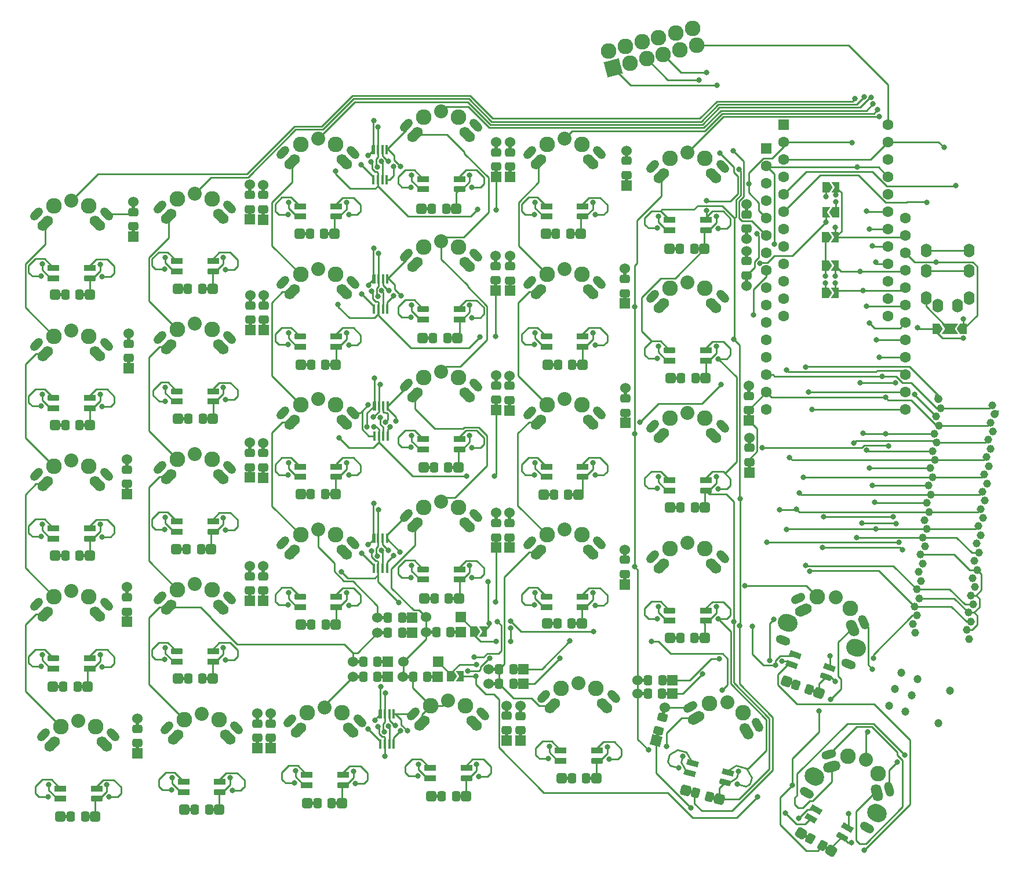
<source format=gbr>
%TF.GenerationSoftware,KiCad,Pcbnew,(6.0.0)*%
%TF.CreationDate,2022-02-08T17:16:42+09:00*%
%TF.ProjectId,brimstone2,6272696d-7374-46f6-9e65-322e6b696361,rev?*%
%TF.SameCoordinates,Original*%
%TF.FileFunction,Copper,L2,Bot*%
%TF.FilePolarity,Positive*%
%FSLAX46Y46*%
G04 Gerber Fmt 4.6, Leading zero omitted, Abs format (unit mm)*
G04 Created by KiCad (PCBNEW (6.0.0)) date 2022-02-08 17:16:42*
%MOMM*%
%LPD*%
G01*
G04 APERTURE LIST*
G04 Aperture macros list*
%AMRoundRect*
0 Rectangle with rounded corners*
0 $1 Rounding radius*
0 $2 $3 $4 $5 $6 $7 $8 $9 X,Y pos of 4 corners*
0 Add a 4 corners polygon primitive as box body*
4,1,4,$2,$3,$4,$5,$6,$7,$8,$9,$2,$3,0*
0 Add four circle primitives for the rounded corners*
1,1,$1+$1,$2,$3*
1,1,$1+$1,$4,$5*
1,1,$1+$1,$6,$7*
1,1,$1+$1,$8,$9*
0 Add four rect primitives between the rounded corners*
20,1,$1+$1,$2,$3,$4,$5,0*
20,1,$1+$1,$4,$5,$6,$7,0*
20,1,$1+$1,$6,$7,$8,$9,0*
20,1,$1+$1,$8,$9,$2,$3,0*%
%AMHorizOval*
0 Thick line with rounded ends*
0 $1 width*
0 $2 $3 position (X,Y) of the first rounded end (center of the circle)*
0 $4 $5 position (X,Y) of the second rounded end (center of the circle)*
0 Add line between two ends*
20,1,$1,$2,$3,$4,$5,0*
0 Add two circle primitives to create the rounded ends*
1,1,$1,$2,$3*
1,1,$1,$4,$5*%
%AMRotRect*
0 Rectangle, with rotation*
0 The origin of the aperture is its center*
0 $1 length*
0 $2 width*
0 $3 Rotation angle, in degrees counterclockwise*
0 Add horizontal line*
21,1,$1,$2,0,0,$3*%
%AMOutline5P*
0 Free polygon, 5 corners , with rotation*
0 The origin of the aperture is its center*
0 number of corners: always 5*
0 $1 to $10 corner X, Y*
0 $11 Rotation angle, in degrees counterclockwise*
0 create outline with 5 corners*
4,1,5,$1,$2,$3,$4,$5,$6,$7,$8,$9,$10,$1,$2,$11*%
%AMOutline6P*
0 Free polygon, 6 corners , with rotation*
0 The origin of the aperture is its center*
0 number of corners: always 6*
0 $1 to $12 corner X, Y*
0 $13 Rotation angle, in degrees counterclockwise*
0 create outline with 6 corners*
4,1,6,$1,$2,$3,$4,$5,$6,$7,$8,$9,$10,$11,$12,$1,$2,$13*%
%AMOutline7P*
0 Free polygon, 7 corners , with rotation*
0 The origin of the aperture is its center*
0 number of corners: always 7*
0 $1 to $14 corner X, Y*
0 $15 Rotation angle, in degrees counterclockwise*
0 create outline with 7 corners*
4,1,7,$1,$2,$3,$4,$5,$6,$7,$8,$9,$10,$11,$12,$13,$14,$1,$2,$15*%
%AMOutline8P*
0 Free polygon, 8 corners , with rotation*
0 The origin of the aperture is its center*
0 number of corners: always 8*
0 $1 to $16 corner X, Y*
0 $17 Rotation angle, in degrees counterclockwise*
0 create outline with 8 corners*
4,1,8,$1,$2,$3,$4,$5,$6,$7,$8,$9,$10,$11,$12,$13,$14,$15,$16,$1,$2,$17*%
%AMFreePoly0*
4,1,21,-0.579500,0.579500,0.000000,0.579500,0.149986,0.559754,0.289750,0.501862,0.409768,0.409768,0.501862,0.289750,0.559754,0.149986,0.579500,0.000000,0.559754,-0.149986,0.501862,-0.289750,0.409768,-0.409768,0.289750,-0.501862,0.149986,-0.559754,0.000000,-0.579500,-0.149986,-0.559754,-0.289750,-0.501862,-0.409768,-0.409768,-0.501862,-0.289750,-0.559754,-0.149986,-0.579500,0.000000,
-0.579500,0.579500,-0.579500,0.579500,$1*%
%AMFreePoly1*
4,1,6,1.000000,0.000000,0.500000,-0.750000,-0.500000,-0.750000,-0.500000,0.750000,0.500000,0.750000,1.000000,0.000000,1.000000,0.000000,$1*%
%AMFreePoly2*
4,1,6,0.500000,-0.750000,-0.650000,-0.750000,-0.150000,0.000000,-0.650000,0.750000,0.500000,0.750000,0.500000,-0.750000,0.500000,-0.750000,$1*%
%AMFreePoly3*
4,1,7,0.700000,0.000000,1.200000,-0.750000,-1.200000,-0.750000,-0.700000,0.000000,-1.200000,0.750000,1.200000,0.750000,0.700000,0.000000,0.700000,0.000000,$1*%
%AMFreePoly4*
4,1,21,-0.579500,0.000000,-0.559754,0.149986,-0.501862,0.289750,-0.409768,0.409768,-0.289750,0.501862,-0.149986,0.559754,0.000000,0.579500,0.149986,0.559754,0.289750,0.501862,0.409768,0.409768,0.501862,0.289750,0.559754,0.149986,0.579500,0.000000,0.559754,-0.149986,0.501862,-0.289750,0.409768,-0.409768,0.289750,-0.501862,0.149986,-0.559754,0.000000,-0.579500,-0.579500,-0.579500,
-0.579500,0.000000,-0.579500,0.000000,$1*%
G04 Aperture macros list end*
%TA.AperFunction,SMDPad,CuDef*%
%ADD10R,0.500000X1.600000*%
%TD*%
%TA.AperFunction,ComponentPad*%
%ADD11R,1.524000X1.524000*%
%TD*%
%TA.AperFunction,SMDPad,CuDef*%
%ADD12RoundRect,0.250000X0.475000X-0.337500X0.475000X0.337500X-0.475000X0.337500X-0.475000X-0.337500X0*%
%TD*%
%TA.AperFunction,ComponentPad*%
%ADD13C,1.524000*%
%TD*%
%TA.AperFunction,ComponentPad*%
%ADD14C,2.032000*%
%TD*%
%TA.AperFunction,ComponentPad*%
%ADD15C,2.286000*%
%TD*%
%TA.AperFunction,ComponentPad*%
%ADD16HorizOval,1.550000X0.350018X0.350018X-0.350018X-0.350018X0*%
%TD*%
%TA.AperFunction,ComponentPad*%
%ADD17HorizOval,1.250000X0.335876X0.335876X-0.335876X-0.335876X0*%
%TD*%
%TA.AperFunction,ComponentPad*%
%ADD18HorizOval,1.550000X-0.350018X0.350018X0.350018X-0.350018X0*%
%TD*%
%TA.AperFunction,ComponentPad*%
%ADD19HorizOval,1.250000X-0.335876X0.335876X0.335876X-0.335876X0*%
%TD*%
%TA.AperFunction,ComponentPad*%
%ADD20RoundRect,0.381000X0.381000X0.381000X-0.381000X0.381000X-0.381000X-0.381000X0.381000X-0.381000X0*%
%TD*%
%TA.AperFunction,SMDPad,CuDef*%
%ADD21RoundRect,0.250000X0.337500X0.475000X-0.337500X0.475000X-0.337500X-0.475000X0.337500X-0.475000X0*%
%TD*%
%TA.AperFunction,SMDPad,CuDef*%
%ADD22R,1.600000X0.500000*%
%TD*%
%TA.AperFunction,SMDPad,CuDef*%
%ADD23RoundRect,0.250000X-0.479606X-0.330922X0.154687X-0.561786X0.479606X0.330922X-0.154687X0.561786X0*%
%TD*%
%TA.AperFunction,ComponentPad*%
%ADD24RoundRect,0.381000X-0.488333X-0.227713X0.227713X-0.488333X0.488333X0.227713X-0.227713X0.488333X0*%
%TD*%
%TA.AperFunction,SMDPad,CuDef*%
%ADD25RotRect,1.600000X0.500000X160.000000*%
%TD*%
%TA.AperFunction,SMDPad,CuDef*%
%ADD26R,1.700000X0.820000*%
%TD*%
%TA.AperFunction,SMDPad,CuDef*%
%ADD27RoundRect,0.205000X-0.645000X-0.205000X0.645000X-0.205000X0.645000X0.205000X-0.645000X0.205000X0*%
%TD*%
%TA.AperFunction,ComponentPad*%
%ADD28HorizOval,1.550000X0.428683X0.247500X-0.428683X-0.247500X0*%
%TD*%
%TA.AperFunction,ComponentPad*%
%ADD29HorizOval,1.550000X-0.247500X0.428683X0.247500X-0.428683X0*%
%TD*%
%TA.AperFunction,ComponentPad*%
%ADD30HorizOval,1.250000X-0.237500X0.411362X0.237500X-0.411362X0*%
%TD*%
%TA.AperFunction,ComponentPad*%
%ADD31HorizOval,1.250000X0.411362X0.237500X-0.411362X-0.237500X0*%
%TD*%
%TA.AperFunction,ComponentPad*%
%ADD32RoundRect,0.381000X-0.381000X-0.381000X0.381000X-0.381000X0.381000X0.381000X-0.381000X0.381000X0*%
%TD*%
%TA.AperFunction,SMDPad,CuDef*%
%ADD33RoundRect,0.250000X-0.337500X-0.475000X0.337500X-0.475000X0.337500X0.475000X-0.337500X0.475000X0*%
%TD*%
%TA.AperFunction,SMDPad,CuDef*%
%ADD34RoundRect,0.205000X0.645000X0.205000X-0.645000X0.205000X-0.645000X-0.205000X0.645000X-0.205000X0*%
%TD*%
%TA.AperFunction,SMDPad,CuDef*%
%ADD35RotRect,1.700000X0.820000X340.000000*%
%TD*%
%TA.AperFunction,SMDPad,CuDef*%
%ADD36RoundRect,0.205000X-0.676216X0.027966X0.535988X-0.413240X0.676216X-0.027966X-0.535988X0.413240X0*%
%TD*%
%TA.AperFunction,SMDPad,CuDef*%
%ADD37Outline5P,-0.225000X0.610000X-0.135000X0.700000X0.225000X0.700000X0.225000X-0.700000X-0.225000X-0.700000X0.000000*%
%TD*%
%TA.AperFunction,SMDPad,CuDef*%
%ADD38R,0.450000X1.400000*%
%TD*%
%TA.AperFunction,ComponentPad*%
%ADD39HorizOval,1.550000X-0.209196X0.448622X0.209196X-0.448622X0*%
%TD*%
%TA.AperFunction,ComponentPad*%
%ADD40HorizOval,1.250000X0.430496X0.200744X-0.430496X-0.200744X0*%
%TD*%
%TA.AperFunction,ComponentPad*%
%ADD41HorizOval,2.489200X0.197335X-0.071824X-0.197335X0.071824X0*%
%TD*%
%TA.AperFunction,ComponentPad*%
%ADD42HorizOval,1.250000X0.446354X-0.162460X-0.446354X0.162460X0*%
%TD*%
%TA.AperFunction,ComponentPad*%
%ADD43HorizOval,1.550000X0.448622X0.209196X-0.448622X-0.209196X0*%
%TD*%
%TA.AperFunction,ComponentPad*%
%ADD44HorizOval,1.250000X-0.200744X0.430496X0.200744X-0.430496X0*%
%TD*%
%TA.AperFunction,ComponentPad*%
%ADD45FreePoly0,353.500000*%
%TD*%
%TA.AperFunction,ComponentPad*%
%ADD46C,1.159000*%
%TD*%
%TA.AperFunction,ComponentPad*%
%ADD47C,1.200000*%
%TD*%
%TA.AperFunction,SMDPad,CuDef*%
%ADD48RotRect,1.600000X0.500000X255.000000*%
%TD*%
%TA.AperFunction,ComponentPad*%
%ADD49RotRect,1.524000X1.524000X75.000000*%
%TD*%
%TA.AperFunction,SMDPad,CuDef*%
%ADD50RoundRect,0.250000X0.371463X-0.448939X0.546166X0.203061X-0.371463X0.448939X-0.546166X-0.203061X0*%
%TD*%
%TA.AperFunction,SMDPad,CuDef*%
%ADD51RoundRect,0.250000X-0.448939X-0.371463X0.203061X-0.546166X0.448939X0.371463X-0.203061X0.546166X0*%
%TD*%
%TA.AperFunction,ComponentPad*%
%ADD52RoundRect,0.381000X-0.466628X-0.269408X0.269408X-0.466628X0.466628X0.269408X-0.269408X0.466628X0*%
%TD*%
%TA.AperFunction,SMDPad,CuDef*%
%ADD53RotRect,1.600000X0.500000X165.000000*%
%TD*%
%TA.AperFunction,ComponentPad*%
%ADD54R,1.600000X1.600000*%
%TD*%
%TA.AperFunction,ComponentPad*%
%ADD55C,1.600000*%
%TD*%
%TA.AperFunction,SMDPad,CuDef*%
%ADD56RotRect,1.600000X0.500000X150.000000*%
%TD*%
%TA.AperFunction,SMDPad,CuDef*%
%ADD57RoundRect,0.250000X-0.529784X-0.242612X0.054784X-0.580112X0.529784X0.242612X-0.054784X0.580112X0*%
%TD*%
%TA.AperFunction,ComponentPad*%
%ADD58RoundRect,0.381000X-0.520456X-0.139456X0.139456X-0.520456X0.520456X0.139456X-0.139456X0.520456X0*%
%TD*%
%TA.AperFunction,ComponentPad*%
%ADD59O,1.600000X2.000000*%
%TD*%
%TA.AperFunction,ComponentPad*%
%ADD60HorizOval,1.250000X0.458815X0.122939X-0.458815X-0.122939X0*%
%TD*%
%TA.AperFunction,ComponentPad*%
%ADD61HorizOval,1.550000X-0.128115X0.478133X0.128115X-0.478133X0*%
%TD*%
%TA.AperFunction,ComponentPad*%
%ADD62HorizOval,2.489200X0.181865X-0.105000X-0.181865X0.105000X0*%
%TD*%
%TA.AperFunction,ComponentPad*%
%ADD63HorizOval,1.250000X0.411362X-0.237500X-0.411362X0.237500X0*%
%TD*%
%TA.AperFunction,ComponentPad*%
%ADD64HorizOval,1.550000X0.478133X0.128115X-0.478133X-0.128115X0*%
%TD*%
%TA.AperFunction,ComponentPad*%
%ADD65HorizOval,1.250000X-0.122939X0.458815X0.122939X-0.458815X0*%
%TD*%
%TA.AperFunction,SMDPad,CuDef*%
%ADD66RotRect,1.700000X0.820000X345.000000*%
%TD*%
%TA.AperFunction,SMDPad,CuDef*%
%ADD67RoundRect,0.205000X-0.676080X-0.031077X0.569964X-0.364953X0.676080X0.031077X-0.569964X0.364953X0*%
%TD*%
%TA.AperFunction,SMDPad,CuDef*%
%ADD68RoundRect,0.250000X-0.475000X0.337500X-0.475000X-0.337500X0.475000X-0.337500X0.475000X0.337500X0*%
%TD*%
%TA.AperFunction,ComponentPad*%
%ADD69RotRect,2.286000X2.286000X15.000000*%
%TD*%
%TA.AperFunction,SMDPad,CuDef*%
%ADD70RotRect,1.700000X0.820000X330.000000*%
%TD*%
%TA.AperFunction,SMDPad,CuDef*%
%ADD71RoundRect,0.205000X-0.661086X0.144965X0.456086X-0.500035X0.661086X-0.144965X-0.456086X0.500035X0*%
%TD*%
%TA.AperFunction,SMDPad,CuDef*%
%ADD72FreePoly1,0.000000*%
%TD*%
%TA.AperFunction,SMDPad,CuDef*%
%ADD73FreePoly2,0.000000*%
%TD*%
%TA.AperFunction,SMDPad,CuDef*%
%ADD74FreePoly1,180.000000*%
%TD*%
%TA.AperFunction,SMDPad,CuDef*%
%ADD75FreePoly2,180.000000*%
%TD*%
%TA.AperFunction,SMDPad,CuDef*%
%ADD76FreePoly3,180.000000*%
%TD*%
%TA.AperFunction,ComponentPad*%
%ADD77FreePoly4,173.500000*%
%TD*%
%TA.AperFunction,ViaPad*%
%ADD78C,0.800000*%
%TD*%
%TA.AperFunction,Conductor*%
%ADD79C,0.250000*%
%TD*%
G04 APERTURE END LIST*
D10*
%TO.P,D12,1,K*%
%TO.N,ROW2*%
X72600000Y-80745000D03*
D11*
X72600000Y-81485000D03*
D12*
X72600000Y-79982500D03*
%TO.P,D12,2,A*%
%TO.N,SW12*%
X72600000Y-77907500D03*
D13*
X72600000Y-76405000D03*
D10*
X72600000Y-77145000D03*
%TD*%
D14*
%TO.P,SW7,1,A*%
%TO.N,COL2*%
X62530000Y-80575000D03*
D15*
X59990000Y-81395000D03*
D16*
X58720000Y-83935000D03*
D15*
%TO.P,SW7,2,B*%
%TO.N,SW7*%
X65070000Y-81395000D03*
D17*
X57430000Y-82575000D03*
D18*
X66340000Y-83935000D03*
D19*
X67630000Y-82575000D03*
%TD*%
D20*
%TO.P,C114,1*%
%TO.N,VRGB*%
X83150000Y-124535000D03*
D21*
X81647500Y-124535000D03*
D22*
X82410000Y-124535000D03*
D20*
%TO.P,C114,2*%
%TO.N,GND*%
X78070000Y-124535000D03*
D22*
X78810000Y-124535000D03*
D21*
X79572500Y-124535000D03*
%TD*%
%TO.P,C127,1*%
%TO.N,VRGB*%
X135647500Y-88485000D03*
D20*
X137150000Y-88485000D03*
D22*
X136410000Y-88485000D03*
D21*
%TO.P,C127,2*%
%TO.N,GND*%
X133572500Y-88485000D03*
D22*
X132810000Y-88485000D03*
D20*
X132070000Y-88485000D03*
%TD*%
D23*
%TO.P,C132,1*%
%TO.N,VRGB*%
X150355069Y-133270154D03*
D24*
X148943181Y-132756269D03*
D25*
X149638553Y-133009364D03*
%TO.P,C132,2*%
%TO.N,GND*%
X153021447Y-134240636D03*
D24*
X153716819Y-134493731D03*
D23*
X152304931Y-133979846D03*
%TD*%
D15*
%TO.P,SW8,1,A*%
%TO.N,COL2*%
X59990000Y-100395000D03*
D16*
X58720000Y-102935000D03*
D14*
X62530000Y-99575000D03*
D19*
%TO.P,SW8,2,B*%
%TO.N,SW8*%
X67630000Y-101575000D03*
D15*
X65070000Y-100395000D03*
D17*
X57430000Y-101575000D03*
D18*
X66340000Y-102935000D03*
%TD*%
D15*
%TO.P,SW14,1,A*%
%TO.N,COL3*%
X77990000Y-111395000D03*
D14*
X80530000Y-110575000D03*
D16*
X76720000Y-113935000D03*
D19*
%TO.P,SW14,2,B*%
%TO.N,SW14*%
X85630000Y-112575000D03*
D18*
X84340000Y-113935000D03*
D17*
X75430000Y-112575000D03*
D15*
X83070000Y-111395000D03*
%TD*%
D11*
%TO.P,D23,1,K*%
%TO.N,ROW3*%
X108540000Y-93235000D03*
D12*
X108540000Y-91732500D03*
D10*
X108540000Y-92495000D03*
D13*
%TO.P,D23,2,A*%
%TO.N,SW23*%
X108540000Y-88155000D03*
D10*
X108540000Y-88895000D03*
D12*
X108540000Y-89657500D03*
%TD*%
D11*
%TO.P,D36,1,K*%
%TO.N,Net-(D36-Pad1)*%
X98060000Y-129915000D03*
D13*
%TO.P,D36,2,A*%
%TO.N,COL4*%
X92980000Y-129915000D03*
%TD*%
D16*
%TO.P,SW5,1,A*%
%TO.N,COL1*%
X41720000Y-141935000D03*
D14*
X45530000Y-138575000D03*
D15*
X42990000Y-139395000D03*
D18*
%TO.P,SW5,2,B*%
%TO.N,SW5*%
X49340000Y-141935000D03*
D15*
X48070000Y-139395000D03*
D19*
X50630000Y-140575000D03*
D17*
X40430000Y-140575000D03*
%TD*%
D26*
%TO.P,D123,1,VDD*%
%TO.N,VRGB*%
X113905600Y-101435600D03*
%TO.P,D123,2,DOUT*%
%TO.N,Net-(D118-Pad4)*%
X113905600Y-102935600D03*
D27*
%TO.P,D123,3,VSS*%
%TO.N,GND*%
X119205600Y-102935600D03*
D26*
%TO.P,D123,4,DIN*%
%TO.N,Net-(D123-Pad4)*%
X119205600Y-101435600D03*
%TD*%
D15*
%TO.P,SW30,1,A*%
%TO.N,COL6*%
X137691349Y-136020696D03*
D28*
X135807223Y-138145448D03*
D14*
X140357032Y-135886038D03*
D29*
%TO.P,SW30,2,B*%
%TO.N,SW30*%
X143167578Y-140117649D03*
D30*
X144765616Y-139137866D03*
D31*
X134913173Y-136497912D03*
D15*
X142598252Y-137335497D03*
%TD*%
D22*
%TO.P,C121,1*%
%TO.N,VRGB*%
X114540000Y-67455000D03*
D32*
X113800000Y-67455000D03*
D33*
X115302500Y-67455000D03*
%TO.P,C121,2*%
%TO.N,GND*%
X117377500Y-67455000D03*
D22*
X118140000Y-67455000D03*
D32*
X118880000Y-67455000D03*
%TD*%
D20*
%TO.P,C107,1*%
%TO.N,VRGB*%
X65180000Y-94465000D03*
D22*
X64440000Y-94465000D03*
D21*
X63677500Y-94465000D03*
D20*
%TO.P,C107,2*%
%TO.N,GND*%
X60100000Y-94465000D03*
D21*
X61602500Y-94465000D03*
D22*
X60840000Y-94465000D03*
%TD*%
D26*
%TO.P,D109,1,VDD*%
%TO.N,VRGB*%
X65205600Y-129935600D03*
%TO.P,D109,2,DOUT*%
%TO.N,Net-(D109-Pad2)*%
X65205600Y-128435600D03*
D34*
%TO.P,D109,3,VSS*%
%TO.N,GND*%
X59905600Y-128435600D03*
D26*
%TO.P,D109,4,DIN*%
%TO.N,Net-(D104-Pad2)*%
X59905600Y-129935600D03*
%TD*%
%TO.P,D108,1,VDD*%
%TO.N,VRGB*%
X59905600Y-109435600D03*
%TO.P,D108,2,DOUT*%
%TO.N,Net-(D103-Pad4)*%
X59905600Y-110935600D03*
D27*
%TO.P,D108,3,VSS*%
%TO.N,GND*%
X65205600Y-110935600D03*
D26*
%TO.P,D108,4,DIN*%
%TO.N,Net-(D108-Pad4)*%
X65205600Y-109435600D03*
%TD*%
D10*
%TO.P,D29,1,K*%
%TO.N,ROW4*%
X125340000Y-117895000D03*
D12*
X125340000Y-117132500D03*
D11*
X125340000Y-118635000D03*
D10*
%TO.P,D29,2,A*%
%TO.N,SW29*%
X125340000Y-114295000D03*
D13*
X125340000Y-113555000D03*
D12*
X125340000Y-115057500D03*
%TD*%
D21*
%TO.P,D33,1,K*%
%TO.N,Net-(D33-Pad1)*%
X89227500Y-132115000D03*
D22*
X89990000Y-132115000D03*
D11*
X90730000Y-132115000D03*
D21*
%TO.P,D33,2,A*%
%TO.N,COL3*%
X87152500Y-132115000D03*
D13*
X85650000Y-132115000D03*
D22*
X86390000Y-132115000D03*
%TD*%
D35*
%TO.P,D44,1,VDD*%
%TO.N,VRGB*%
X150274048Y-128919298D03*
%TO.P,D44,2,DOUT*%
%TO.N,Net-(D43-Pad4)*%
X149761017Y-130328837D03*
D36*
%TO.P,D44,3,VSS*%
%TO.N,GND*%
X154741388Y-132141544D03*
D35*
%TO.P,D44,4,DIN*%
%TO.N,unconnected-(D44-Pad4)*%
X155254419Y-130732005D03*
%TD*%
D12*
%TO.P,D10,1,K*%
%TO.N,ROW5*%
X71650000Y-141052500D03*
D11*
X71650000Y-142555000D03*
D10*
X71650000Y-141815000D03*
D12*
%TO.P,D10,2,A*%
%TO.N,SW10*%
X71650000Y-138977500D03*
D13*
X71650000Y-137475000D03*
D10*
X71650000Y-138215000D03*
%TD*%
%TO.P,D1,1,K*%
%TO.N,ROW1*%
X53580000Y-67115000D03*
D12*
X53580000Y-66352500D03*
D11*
X53580000Y-67855000D03*
D13*
%TO.P,D1,2,A*%
%TO.N,SW1*%
X53580000Y-62775000D03*
D10*
X53580000Y-63515000D03*
D12*
X53580000Y-64277500D03*
%TD*%
D37*
%TO.P,IC2,1,CH1*%
%TO.N,SW27*%
X88715000Y-74015000D03*
D38*
%TO.P,IC2,2,CH2*%
%TO.N,SW22*%
X89365000Y-74015000D03*
%TO.P,IC2,3,VN*%
%TO.N,unconnected-(IC2-Pad3)*%
X90015000Y-74015000D03*
%TO.P,IC2,4,CH3*%
%TO.N,SW17*%
X90665000Y-74015000D03*
%TO.P,IC2,5,CH4*%
%TO.N,SW2*%
X90665000Y-78415000D03*
%TO.P,IC2,6,CH5*%
%TO.N,SW7*%
X90015000Y-78415000D03*
%TO.P,IC2,7,VP*%
%TO.N,ROW2*%
X89365000Y-78415000D03*
%TO.P,IC2,8,CH6*%
%TO.N,SW12*%
X88715000Y-78415000D03*
%TD*%
D26*
%TO.P,D112,1,VDD*%
%TO.N,VRGB*%
X83205600Y-83935600D03*
%TO.P,D112,2,DOUT*%
%TO.N,Net-(D112-Pad2)*%
X83205600Y-82435600D03*
D34*
%TO.P,D112,3,VSS*%
%TO.N,GND*%
X77905600Y-82435600D03*
D26*
%TO.P,D112,4,DIN*%
%TO.N,Net-(D107-Pad2)*%
X77905600Y-83935600D03*
%TD*%
D15*
%TO.P,SW20,1,A*%
%TO.N,COL4*%
X96990000Y-136395000D03*
D16*
X95720000Y-138935000D03*
D14*
X99530000Y-135575000D03*
D19*
%TO.P,SW20,2,B*%
%TO.N,SW20*%
X104630000Y-137575000D03*
D17*
X94430000Y-137575000D03*
D15*
X102070000Y-136395000D03*
D18*
X103340000Y-138935000D03*
%TD*%
D26*
%TO.P,D117,1,VDD*%
%TO.N,VRGB*%
X101205600Y-79935600D03*
%TO.P,D117,2,DOUT*%
%TO.N,Net-(D117-Pad2)*%
X101205600Y-78435600D03*
D34*
%TO.P,D117,3,VSS*%
%TO.N,GND*%
X95905600Y-78435600D03*
D26*
%TO.P,D117,4,DIN*%
%TO.N,Net-(D112-Pad2)*%
X95905600Y-79935600D03*
%TD*%
D14*
%TO.P,SW21,1,A*%
%TO.N,COL5*%
X116530000Y-53575000D03*
D16*
X112720000Y-56935000D03*
D15*
X113990000Y-54395000D03*
D18*
%TO.P,SW21,2,B*%
%TO.N,SW21*%
X120340000Y-56935000D03*
D17*
X111430000Y-55575000D03*
D19*
X121630000Y-55575000D03*
D15*
X119070000Y-54395000D03*
%TD*%
D26*
%TO.P,D116,1,VDD*%
%TO.N,VRGB*%
X95905600Y-59435600D03*
%TO.P,D116,2,DOUT*%
%TO.N,Net-(D111-Pad4)*%
X95905600Y-60935600D03*
D27*
%TO.P,D116,3,VSS*%
%TO.N,GND*%
X101205600Y-60935600D03*
D26*
%TO.P,D116,4,DIN*%
%TO.N,Net-(D116-Pad4)*%
X101205600Y-59435600D03*
%TD*%
%TO.P,D125,1,VDD*%
%TO.N,VRGB*%
X115990684Y-142883625D03*
%TO.P,D125,2,DOUT*%
%TO.N,Net-(D120-Pad4)*%
X115990684Y-144383625D03*
D27*
%TO.P,D125,3,VSS*%
%TO.N,GND*%
X121290684Y-144383625D03*
D26*
%TO.P,D125,4,DIN*%
%TO.N,Net-(D125-Pad4)*%
X121290684Y-142883625D03*
%TD*%
D39*
%TO.P,S2,1,1*%
%TO.N,Net-(D38-Pad1)*%
X158588960Y-124991277D03*
D40*
X150681446Y-120665896D03*
D41*
%TO.P,S2,2,2*%
%TO.N,Net-(D37-Pad1)*%
X149169026Y-124265713D03*
D42*
%TO.P,S2,3,3*%
%TO.N,Net-(D39-Pad1)*%
X148458315Y-126773898D03*
%TO.P,S2,4,4*%
%TO.N,Net-(D41-Pad1)*%
X158043180Y-130262504D03*
D41*
%TO.P,S2,5,5*%
%TO.N,Net-(D42-Pad1)*%
X159110974Y-127884287D03*
D43*
%TO.P,S2,6,6*%
%TO.N,Net-(D40-Pad1)*%
X151428502Y-122385084D03*
D44*
X160266311Y-124154502D03*
D14*
%TO.P,S2,7,7*%
%TO.N,ROW8*%
X156157919Y-120530814D03*
D15*
X153490643Y-120432630D03*
X158264282Y-122170093D03*
%TD*%
D12*
%TO.P,D18,1,K*%
%TO.N,ROW3*%
X106570000Y-91672500D03*
D11*
X106570000Y-93175000D03*
D10*
X106570000Y-92435000D03*
D12*
%TO.P,D18,2,A*%
%TO.N,SW18*%
X106570000Y-89597500D03*
D10*
X106570000Y-88835000D03*
D13*
X106570000Y-88095000D03*
%TD*%
D12*
%TO.P,D11,1,K*%
%TO.N,ROW1*%
X72510000Y-63862500D03*
D10*
X72510000Y-64625000D03*
D11*
X72510000Y-65365000D03*
D12*
%TO.P,D11,2,A*%
%TO.N,SW11*%
X72510000Y-61787500D03*
D10*
X72510000Y-61025000D03*
D13*
X72510000Y-60285000D03*
%TD*%
D22*
%TO.P,D35,1,K*%
%TO.N,Net-(D35-Pad1)*%
X89990000Y-129905000D03*
D11*
X90730000Y-129905000D03*
D21*
X89227500Y-129905000D03*
D13*
%TO.P,D35,2,A*%
%TO.N,COL2*%
X85650000Y-129905000D03*
D22*
X86390000Y-129905000D03*
D21*
X87152500Y-129905000D03*
%TD*%
D22*
%TO.P,C113,1*%
%TO.N,VRGB*%
X78732500Y-105445000D03*
D32*
X77992500Y-105445000D03*
D33*
X79495000Y-105445000D03*
%TO.P,C113,2*%
%TO.N,GND*%
X81570000Y-105445000D03*
D32*
X83072500Y-105445000D03*
D22*
X82332500Y-105445000D03*
%TD*%
D33*
%TO.P,C106,1*%
%TO.N,VRGB*%
X61552500Y-75485000D03*
D32*
X60050000Y-75485000D03*
D22*
X60790000Y-75485000D03*
D33*
%TO.P,C106,2*%
%TO.N,GND*%
X63627500Y-75485000D03*
D22*
X64390000Y-75485000D03*
D32*
X65130000Y-75485000D03*
%TD*%
D10*
%TO.P,D16,1,K*%
%TO.N,ROW1*%
X106540000Y-58405000D03*
D12*
X106540000Y-57642500D03*
D11*
X106540000Y-59145000D03*
D10*
%TO.P,D16,2,A*%
%TO.N,SW16*%
X106540000Y-54805000D03*
D13*
X106540000Y-54065000D03*
D12*
X106540000Y-55567500D03*
%TD*%
D33*
%TO.P,C123,1*%
%TO.N,VRGB*%
X115005000Y-105545000D03*
D32*
X113502500Y-105545000D03*
D22*
X114242500Y-105545000D03*
%TO.P,C123,2*%
%TO.N,GND*%
X117842500Y-105545000D03*
D32*
X118582500Y-105545000D03*
D33*
X117080000Y-105545000D03*
%TD*%
D11*
%TO.P,D14,1,K*%
%TO.N,ROW4*%
X72560000Y-121025000D03*
D12*
X72560000Y-119522500D03*
D10*
X72560000Y-120285000D03*
%TO.P,D14,2,A*%
%TO.N,SW14*%
X72560000Y-116685000D03*
D12*
X72560000Y-117447500D03*
D13*
X72560000Y-115945000D03*
%TD*%
D15*
%TO.P,SW10,1,A*%
%TO.N,COL2*%
X60990000Y-138395000D03*
D14*
X63530000Y-137575000D03*
D16*
X59720000Y-140935000D03*
D17*
%TO.P,SW10,2,B*%
%TO.N,SW10*%
X58430000Y-139575000D03*
D18*
X67340000Y-140935000D03*
D19*
X68630000Y-139575000D03*
D15*
X66070000Y-138395000D03*
%TD*%
D26*
%TO.P,D102,1,VDD*%
%TO.N,VRGB*%
X47205600Y-92935600D03*
%TO.P,D102,2,DOUT*%
%TO.N,Net-(D102-Pad2)*%
X47205600Y-91435600D03*
D34*
%TO.P,D102,3,VSS*%
%TO.N,GND*%
X41905600Y-91435600D03*
D26*
%TO.P,D102,4,DIN*%
%TO.N,Net-(D101-Pad2)*%
X41905600Y-92935600D03*
%TD*%
D14*
%TO.P,SW24,1,A*%
%TO.N,COL5*%
X116530000Y-110575000D03*
D16*
X112720000Y-113935000D03*
D15*
X113990000Y-111395000D03*
D17*
%TO.P,SW24,2,B*%
%TO.N,SW24*%
X111430000Y-112575000D03*
D18*
X120340000Y-113935000D03*
D15*
X119070000Y-111395000D03*
D19*
X121630000Y-112575000D03*
%TD*%
D15*
%TO.P,SW3,1,A*%
%TO.N,COL1*%
X41990000Y-101395000D03*
D16*
X40720000Y-103935000D03*
D14*
X44530000Y-100575000D03*
D18*
%TO.P,SW3,2,B*%
%TO.N,SW3*%
X48340000Y-103935000D03*
D19*
X49630000Y-102575000D03*
D17*
X39430000Y-102575000D03*
D15*
X47070000Y-101395000D03*
%TD*%
%TO.P,SW16,1,A*%
%TO.N,COL4*%
X95990000Y-50395000D03*
D16*
X94720000Y-52935000D03*
D14*
X98530000Y-49575000D03*
D15*
%TO.P,SW16,2,B*%
%TO.N,SW16*%
X101070000Y-50395000D03*
D19*
X103630000Y-51575000D03*
D17*
X93430000Y-51575000D03*
D18*
X102340000Y-52935000D03*
%TD*%
D12*
%TO.P,D3,1,K*%
%TO.N,ROW3*%
X52610000Y-103952500D03*
D10*
X52610000Y-104715000D03*
D11*
X52610000Y-105455000D03*
D10*
%TO.P,D3,2,A*%
%TO.N,SW3*%
X52610000Y-101115000D03*
D12*
X52610000Y-101877500D03*
D13*
X52610000Y-100375000D03*
%TD*%
D26*
%TO.P,D126,1,VDD*%
%TO.N,VRGB*%
X131905600Y-65435600D03*
%TO.P,D126,2,DOUT*%
%TO.N,Net-(D121-Pad4)*%
X131905600Y-66935600D03*
D27*
%TO.P,D126,3,VSS*%
%TO.N,GND*%
X137205600Y-66935600D03*
D26*
%TO.P,D126,4,DIN*%
%TO.N,DRGB*%
X137205600Y-65435600D03*
%TD*%
D14*
%TO.P,SW11,1,A*%
%TO.N,COL3*%
X80530000Y-53575000D03*
D15*
X77990000Y-54395000D03*
D16*
X76720000Y-56935000D03*
D19*
%TO.P,SW11,2,B*%
%TO.N,SW11*%
X85630000Y-55575000D03*
D17*
X75430000Y-55575000D03*
D18*
X84340000Y-56935000D03*
D15*
X83070000Y-54395000D03*
%TD*%
D22*
%TO.P,D40,1,K*%
%TO.N,Net-(D40-Pad1)*%
X131590000Y-132595000D03*
D11*
X132330000Y-132595000D03*
D21*
X130827500Y-132595000D03*
D13*
%TO.P,D40,2,A*%
%TO.N,COL6*%
X127250000Y-132595000D03*
D22*
X127990000Y-132595000D03*
D21*
X128752500Y-132595000D03*
%TD*%
D11*
%TO.P,D24,1,K*%
%TO.N,ROW4*%
X108550000Y-113265000D03*
D12*
X108550000Y-111762500D03*
D10*
X108550000Y-112525000D03*
D13*
%TO.P,D24,2,A*%
%TO.N,SW24*%
X108550000Y-108185000D03*
D10*
X108550000Y-108925000D03*
D12*
X108550000Y-109687500D03*
%TD*%
D26*
%TO.P,D118,1,VDD*%
%TO.N,VRGB*%
X95905600Y-97435600D03*
%TO.P,D118,2,DOUT*%
%TO.N,Net-(D113-Pad4)*%
X95905600Y-98935600D03*
D27*
%TO.P,D118,3,VSS*%
%TO.N,GND*%
X101205600Y-98935600D03*
D26*
%TO.P,D118,4,DIN*%
%TO.N,Net-(D118-Pad4)*%
X101205600Y-97435600D03*
%TD*%
D45*
%TO.P,IC6,1,GPB0*%
%TO.N,LED_DIN*%
X171152480Y-91578385D03*
D46*
%TO.P,IC6,2,GPB1*%
%TO.N,COL1*%
X170864944Y-94102058D03*
%TO.P,IC6,3,GPB2*%
%TO.N,COL2*%
X170577408Y-96625730D03*
%TO.P,IC6,4,GPB3*%
%TO.N,COL3*%
X170289872Y-99149403D03*
%TO.P,IC6,5,GPB4*%
%TO.N,COL4*%
X170002336Y-101673075D03*
%TO.P,IC6,6,GPB5*%
%TO.N,COL5*%
X169714800Y-104196748D03*
%TO.P,IC6,7,GPB6*%
%TO.N,COL6*%
X169427263Y-106720420D03*
%TO.P,IC6,8,GPB7*%
%TO.N,unconnected-(IC6-Pad8)*%
X169139727Y-109244093D03*
%TO.P,IC6,9,VDD*%
%TO.N,+3V3*%
X168852191Y-111767765D03*
%TO.P,IC6,10,VSS*%
%TO.N,GND*%
X168564655Y-114291438D03*
%TO.P,IC6,11,NC_1*%
%TO.N,unconnected-(IC6-Pad11)*%
X168277119Y-116815110D03*
%TO.P,IC6,12,SCL*%
%TO.N,SCL*%
X167989583Y-119338783D03*
%TO.P,IC6,13,SDA*%
%TO.N,SDA*%
X167702046Y-121862455D03*
%TO.P,IC6,14,NC_2*%
%TO.N,unconnected-(IC6-Pad14)*%
X167414510Y-124386128D03*
%TO.P,IC6,15,A0*%
%TO.N,GND*%
X175301484Y-125284735D03*
%TO.P,IC6,16,A1*%
X175589020Y-122761062D03*
%TO.P,IC6,17,A2*%
X175876556Y-120237390D03*
%TO.P,IC6,18,~{RESET}*%
%TO.N,unconnected-(IC6-Pad18)*%
X176164092Y-117713717D03*
%TO.P,IC6,19,INTB*%
%TO.N,unconnected-(IC6-Pad19)*%
X176451628Y-115190045D03*
%TO.P,IC6,20,INTA*%
%TO.N,unconnected-(IC6-Pad20)*%
X176739164Y-112666372D03*
%TO.P,IC6,21,GPA0*%
%TO.N,ROW7*%
X177026701Y-110142700D03*
%TO.P,IC6,22,GPA1*%
%TO.N,ROW4*%
X177314237Y-107619027D03*
%TO.P,IC6,23,GPA2*%
%TO.N,ROW3*%
X177601773Y-105095355D03*
%TO.P,IC6,24,GPA3*%
%TO.N,ROW2*%
X177889309Y-102571682D03*
%TO.P,IC6,25,GPA4*%
%TO.N,ROW8*%
X178176845Y-100048010D03*
%TO.P,IC6,26,GPA5*%
%TO.N,ROW1*%
X178464381Y-97524337D03*
%TO.P,IC6,27,GPA6*%
%TO.N,ROW6*%
X178751918Y-95000665D03*
%TO.P,IC6,28,GPA7*%
%TO.N,ROW5*%
X179039454Y-92476992D03*
%TD*%
D13*
%TO.P,R1,1*%
%TO.N,+3V3*%
X143140000Y-68197500D03*
D12*
X143140000Y-66695000D03*
D10*
X143140000Y-67457500D03*
D13*
%TO.P,R1,2*%
%TO.N,SDA*%
X143140000Y-63117500D03*
D12*
X143140000Y-64620000D03*
D10*
X143140000Y-63857500D03*
%TD*%
D33*
%TO.P,C108,1*%
%TO.N,VRGB*%
X61365000Y-113485000D03*
D22*
X60602500Y-113485000D03*
D32*
X59862500Y-113485000D03*
D22*
%TO.P,C108,2*%
%TO.N,GND*%
X64202500Y-113485000D03*
D33*
X63440000Y-113485000D03*
D32*
X64942500Y-113485000D03*
%TD*%
D47*
%TO.P,SW31,1,A*%
%TO.N,Net-(JP3-Pad1)*%
X168094511Y-132418961D03*
%TO.P,SW31,2,B*%
%TO.N,Net-(D45-Pad2)*%
X167225780Y-134805780D03*
%TO.P,SW31,3,C*%
%TO.N,Net-(JP10-Pad1)*%
X166357049Y-137192600D03*
%TO.P,SW31,4,A*%
%TO.N,COL1*%
X165707692Y-131550230D03*
%TO.P,SW31,5,B*%
%TO.N,Net-(D46-Pad2)*%
X164838961Y-133937049D03*
%TO.P,SW31,6,C*%
%TO.N,COL2*%
X163970229Y-136323868D03*
%TO.P,SW31,7*%
%TO.N,N/C*%
X172868150Y-134156423D03*
%TO.P,SW31,8*%
X171130687Y-138930062D03*
%TD*%
D48*
%TO.P,D30,1,K*%
%TO.N,ROW5*%
X130102651Y-140761518D03*
D49*
X129911125Y-141476304D03*
D50*
X130300000Y-140025000D03*
D13*
%TO.P,D30,2,A*%
%TO.N,SW30*%
X131225925Y-136569400D03*
D50*
X130837050Y-138020704D03*
D48*
X131034399Y-137284186D03*
%TD*%
D26*
%TO.P,D129,1,VDD*%
%TO.N,VRGB*%
X137205600Y-123935600D03*
%TO.P,D129,2,DOUT*%
%TO.N,Net-(D129-Pad2)*%
X137205600Y-122435600D03*
D34*
%TO.P,D129,3,VSS*%
%TO.N,GND*%
X131905600Y-122435600D03*
D26*
%TO.P,D129,4,DIN*%
%TO.N,Net-(D124-Pad2)*%
X131905600Y-123935600D03*
%TD*%
D16*
%TO.P,SW1,1,A*%
%TO.N,COL1*%
X40720000Y-65935000D03*
D15*
X41990000Y-63395000D03*
D14*
X44530000Y-62575000D03*
D19*
%TO.P,SW1,2,B*%
%TO.N,SW1*%
X49630000Y-64575000D03*
D17*
X39430000Y-64575000D03*
D18*
X48340000Y-65935000D03*
D15*
X47070000Y-63395000D03*
%TD*%
D12*
%TO.P,D2,1,K*%
%TO.N,ROW2*%
X52860000Y-85582500D03*
D11*
X52860000Y-87085000D03*
D10*
X52860000Y-86345000D03*
%TO.P,D2,2,A*%
%TO.N,SW2*%
X52860000Y-82745000D03*
D13*
X52860000Y-82005000D03*
D12*
X52860000Y-83507500D03*
%TD*%
D10*
%TO.P,D15,1,K*%
%TO.N,ROW5*%
X73640000Y-141815000D03*
D12*
X73640000Y-141052500D03*
D11*
X73640000Y-142555000D03*
D13*
%TO.P,D15,2,A*%
%TO.N,SW15*%
X73640000Y-137475000D03*
D10*
X73640000Y-138215000D03*
D12*
X73640000Y-138977500D03*
%TD*%
D15*
%TO.P,SW4,1,A*%
%TO.N,COL1*%
X41990000Y-120395000D03*
D14*
X44530000Y-119575000D03*
D16*
X40720000Y-122935000D03*
D15*
%TO.P,SW4,2,B*%
%TO.N,SW4*%
X47070000Y-120395000D03*
D19*
X49630000Y-121575000D03*
D18*
X48340000Y-122935000D03*
D17*
X39430000Y-121575000D03*
%TD*%
D10*
%TO.P,D17,1,K*%
%TO.N,ROW2*%
X106460000Y-74975000D03*
D11*
X106460000Y-75715000D03*
D12*
X106460000Y-74212500D03*
D10*
%TO.P,D17,2,A*%
%TO.N,SW17*%
X106460000Y-71375000D03*
D12*
X106460000Y-72137500D03*
D13*
X106460000Y-70635000D03*
%TD*%
D21*
%TO.P,C119,1*%
%TO.N,VRGB*%
X99657500Y-120655000D03*
D22*
X100420000Y-120655000D03*
D20*
X101160000Y-120655000D03*
D22*
%TO.P,C119,2*%
%TO.N,GND*%
X96820000Y-120655000D03*
D20*
X96080000Y-120655000D03*
D21*
X97582500Y-120655000D03*
%TD*%
D10*
%TO.P,D7,1,K*%
%TO.N,ROW2*%
X70630000Y-80755000D03*
D12*
X70630000Y-79992500D03*
D11*
X70630000Y-81495000D03*
D12*
%TO.P,D7,2,A*%
%TO.N,SW7*%
X70630000Y-77917500D03*
D13*
X70630000Y-76415000D03*
D10*
X70630000Y-77155000D03*
%TD*%
D21*
%TO.P,C104,1*%
%TO.N,VRGB*%
X45407500Y-133555000D03*
D20*
X46910000Y-133555000D03*
D22*
X46170000Y-133555000D03*
D20*
%TO.P,C104,2*%
%TO.N,GND*%
X41830000Y-133555000D03*
D21*
X43332500Y-133555000D03*
D22*
X42570000Y-133555000D03*
%TD*%
D15*
%TO.P,SW13,1,A*%
%TO.N,COL3*%
X77990000Y-92395000D03*
D14*
X80530000Y-91575000D03*
D16*
X76720000Y-94935000D03*
D18*
%TO.P,SW13,2,B*%
%TO.N,SW13*%
X84340000Y-94935000D03*
D17*
X75430000Y-93575000D03*
D15*
X83070000Y-92395000D03*
D19*
X85630000Y-93575000D03*
%TD*%
D22*
%TO.P,D32,1,K*%
%TO.N,Net-(D32-Pad1)*%
X109830000Y-133105000D03*
D11*
X110570000Y-133105000D03*
D21*
X109067500Y-133105000D03*
%TO.P,D32,2,A*%
%TO.N,COL5*%
X106992500Y-133105000D03*
D13*
X105490000Y-133105000D03*
D22*
X106230000Y-133105000D03*
%TD*%
D26*
%TO.P,D110,1,VDD*%
%TO.N,VRGB*%
X60905600Y-147435600D03*
%TO.P,D110,2,DOUT*%
%TO.N,Net-(D105-Pad4)*%
X60905600Y-148935600D03*
D27*
%TO.P,D110,3,VSS*%
%TO.N,GND*%
X66205600Y-148935600D03*
D26*
%TO.P,D110,4,DIN*%
%TO.N,Net-(D110-Pad4)*%
X66205600Y-147435600D03*
%TD*%
D11*
%TO.P,D13,1,K*%
%TO.N,ROW3*%
X72540000Y-103055000D03*
D12*
X72540000Y-101552500D03*
D10*
X72540000Y-102315000D03*
D12*
%TO.P,D13,2,A*%
%TO.N,SW13*%
X72540000Y-99477500D03*
D10*
X72540000Y-98715000D03*
D13*
X72540000Y-97975000D03*
%TD*%
D15*
%TO.P,SW15,1,A*%
%TO.N,COL3*%
X78990000Y-137395000D03*
D14*
X81530000Y-136575000D03*
D16*
X77720000Y-139935000D03*
D15*
%TO.P,SW15,2,B*%
%TO.N,SW15*%
X84070000Y-137395000D03*
D18*
X85340000Y-139935000D03*
D19*
X86630000Y-138575000D03*
D17*
X76430000Y-138575000D03*
%TD*%
D26*
%TO.P,D114,1,VDD*%
%TO.N,VRGB*%
X83205600Y-121935600D03*
%TO.P,D114,2,DOUT*%
%TO.N,Net-(D114-Pad2)*%
X83205600Y-120435600D03*
D34*
%TO.P,D114,3,VSS*%
%TO.N,GND*%
X77905600Y-120435600D03*
D26*
%TO.P,D114,4,DIN*%
%TO.N,Net-(D109-Pad2)*%
X77905600Y-121935600D03*
%TD*%
D33*
%TO.P,C125,1*%
%TO.N,VRGB*%
X117632500Y-146965000D03*
D32*
X116130000Y-146965000D03*
D22*
X116870000Y-146965000D03*
D32*
%TO.P,C125,2*%
%TO.N,GND*%
X121210000Y-146965000D03*
D22*
X120470000Y-146965000D03*
D33*
X119707500Y-146965000D03*
%TD*%
D26*
%TO.P,D113,1,VDD*%
%TO.N,VRGB*%
X77905600Y-101435600D03*
%TO.P,D113,2,DOUT*%
%TO.N,Net-(D108-Pad4)*%
X77905600Y-102935600D03*
D27*
%TO.P,D113,3,VSS*%
%TO.N,GND*%
X83205600Y-102935600D03*
D26*
%TO.P,D113,4,DIN*%
%TO.N,Net-(D113-Pad4)*%
X83205600Y-101435600D03*
%TD*%
%TO.P,D119,1,VDD*%
%TO.N,VRGB*%
X101205600Y-117935600D03*
%TO.P,D119,2,DOUT*%
%TO.N,Net-(D119-Pad2)*%
X101205600Y-116435600D03*
D34*
%TO.P,D119,3,VSS*%
%TO.N,GND*%
X95905600Y-116435600D03*
D26*
%TO.P,D119,4,DIN*%
%TO.N,Net-(D114-Pad2)*%
X95905600Y-117935600D03*
%TD*%
D14*
%TO.P,SW18,1,A*%
%TO.N,COL4*%
X98530000Y-87575000D03*
D15*
X95990000Y-88395000D03*
D16*
X94720000Y-90935000D03*
D18*
%TO.P,SW18,2,B*%
%TO.N,SW18*%
X102340000Y-90935000D03*
D17*
X93430000Y-89575000D03*
D19*
X103630000Y-89575000D03*
D15*
X101070000Y-88395000D03*
%TD*%
D26*
%TO.P,D128,1,VDD*%
%TO.N,VRGB*%
X131905600Y-103435600D03*
%TO.P,D128,2,DOUT*%
%TO.N,Net-(D123-Pad4)*%
X131905600Y-104935600D03*
D27*
%TO.P,D128,3,VSS*%
%TO.N,GND*%
X137205600Y-104935600D03*
D26*
%TO.P,D128,4,DIN*%
%TO.N,Net-(D127-Pad2)*%
X137205600Y-103435600D03*
%TD*%
D51*
%TO.P,C130,1*%
%TO.N,VRGB*%
X135687852Y-149096475D03*
D52*
X134236548Y-148707600D03*
D53*
X134951334Y-148899126D03*
%TO.P,C130,2*%
%TO.N,GND*%
X138428666Y-149830874D03*
D51*
X137692148Y-149633525D03*
D52*
X139143452Y-150022400D03*
%TD*%
D26*
%TO.P,D115,1,VDD*%
%TO.N,VRGB*%
X78905600Y-146435600D03*
%TO.P,D115,2,DOUT*%
%TO.N,Net-(D110-Pad4)*%
X78905600Y-147935600D03*
D27*
%TO.P,D115,3,VSS*%
%TO.N,GND*%
X84205600Y-147935600D03*
D26*
%TO.P,D115,4,DIN*%
%TO.N,Net-(D115-Pad4)*%
X84205600Y-146435600D03*
%TD*%
D54*
%TO.P,U1,1,~{RESET}*%
%TO.N,unconnected-(U1-Pad1)*%
X146040998Y-55012002D03*
D55*
%TO.P,U1,2,3V3*%
%TO.N,+3V3*%
X146040998Y-57552002D03*
%TO.P,U1,3,AREF*%
%TO.N,unconnected-(U1-Pad3)*%
X146040998Y-60092002D03*
%TO.P,U1,4,GND*%
%TO.N,GND*%
X146040998Y-62632002D03*
%TO.P,U1,5,A0*%
%TO.N,ROW1*%
X146040998Y-65172002D03*
%TO.P,U1,6,A1*%
%TO.N,LED_DIN*%
X146040998Y-67712002D03*
%TO.P,U1,7,A2*%
%TO.N,ROW2*%
X146040998Y-70252002D03*
%TO.P,U1,8,A3*%
%TO.N,ROW3*%
X146040998Y-72792002D03*
%TO.P,U1,9,A4*%
%TO.N,ROW4*%
X146040998Y-75332002D03*
%TO.P,U1,10,A5*%
%TO.N,ROW8*%
X146040998Y-77872002D03*
%TO.P,U1,11,SCK/D15*%
%TO.N,unconnected-(U1-Pad11)*%
X146040998Y-80412002D03*
%TO.P,U1,12,MOSI/D16*%
%TO.N,unconnected-(U1-Pad12)*%
X146040998Y-82952002D03*
%TO.P,U1,13,MISO/D14*%
%TO.N,unconnected-(U1-Pad13)*%
X146040998Y-85492002D03*
%TO.P,U1,14,RX/D0*%
%TO.N,ROW5*%
X146040998Y-88032002D03*
%TO.P,U1,15,TX/D1*%
%TO.N,ROW6*%
X146040998Y-90572002D03*
%TO.P,U1,16,~{DFU}*%
%TO.N,unconnected-(U1-Pad16)*%
X146040998Y-93112002D03*
%TO.P,U1,17,SDA/D2*%
%TO.N,SDA*%
X166360998Y-93112002D03*
%TO.P,U1,18,SCL/D3*%
%TO.N,SCL*%
X166360998Y-90572002D03*
%TO.P,U1,19,D5*%
%TO.N,ROW7*%
X166360998Y-88032002D03*
%TO.P,U1,20,D6*%
%TO.N,COL6*%
X166360998Y-85492002D03*
%TO.P,U1,21,D9*%
%TO.N,COL5*%
X166360998Y-82952002D03*
%TO.P,U1,22,D10*%
%TO.N,COL4*%
X166360998Y-80412002D03*
%TO.P,U1,23,D11*%
%TO.N,COL3*%
X166360998Y-77872002D03*
%TO.P,U1,24,D12*%
%TO.N,COL2*%
X166360998Y-75332002D03*
%TO.P,U1,25,D13*%
%TO.N,COL1*%
X166360998Y-72792002D03*
%TO.P,U1,26,USB*%
%TO.N,+5V*%
X166360998Y-70252002D03*
%TO.P,U1,27,EN*%
%TO.N,EN*%
X166360998Y-67712002D03*
%TO.P,U1,28,VBAT*%
%TO.N,unconnected-(U1-Pad28)*%
X166360998Y-65172002D03*
%TD*%
D32*
%TO.P,C120,1*%
%TO.N,VRGB*%
X97120000Y-149575000D03*
D22*
X97860000Y-149575000D03*
D33*
X98622500Y-149575000D03*
D32*
%TO.P,C120,2*%
%TO.N,GND*%
X102200000Y-149575000D03*
D33*
X100697500Y-149575000D03*
D22*
X101460000Y-149575000D03*
%TD*%
D10*
%TO.P,D6,1,K*%
%TO.N,ROW1*%
X70540000Y-64615000D03*
D11*
X70540000Y-65355000D03*
D12*
X70540000Y-63852500D03*
D13*
%TO.P,D6,2,A*%
%TO.N,SW6*%
X70540000Y-60275000D03*
D12*
X70540000Y-61777500D03*
D10*
X70540000Y-61015000D03*
%TD*%
D16*
%TO.P,SW22,1,A*%
%TO.N,COL5*%
X112720000Y-75935000D03*
D15*
X113990000Y-73395000D03*
D14*
X116530000Y-72575000D03*
D18*
%TO.P,SW22,2,B*%
%TO.N,SW22*%
X120340000Y-75935000D03*
D17*
X111430000Y-74575000D03*
D19*
X121630000Y-74575000D03*
D15*
X119070000Y-73395000D03*
%TD*%
D26*
%TO.P,D104,1,VDD*%
%TO.N,VRGB*%
X47205600Y-130935600D03*
%TO.P,D104,2,DOUT*%
%TO.N,Net-(D104-Pad2)*%
X47205600Y-129435600D03*
D34*
%TO.P,D104,3,VSS*%
%TO.N,GND*%
X41905600Y-129435600D03*
D26*
%TO.P,D104,4,DIN*%
%TO.N,Net-(D103-Pad2)*%
X41905600Y-130935600D03*
%TD*%
D37*
%TO.P,IC5,1,CH1*%
%TO.N,SW30*%
X89657391Y-137553820D03*
D38*
%TO.P,IC5,2,CH2*%
%TO.N,SW25*%
X90307391Y-137553820D03*
%TO.P,IC5,3,VN*%
%TO.N,unconnected-(IC5-Pad3)*%
X90957391Y-137553820D03*
%TO.P,IC5,4,CH3*%
%TO.N,SW20*%
X91607391Y-137553820D03*
%TO.P,IC5,5,CH4*%
%TO.N,SW5*%
X91607391Y-141953820D03*
%TO.P,IC5,6,CH5*%
%TO.N,SW10*%
X90957391Y-141953820D03*
%TO.P,IC5,7,VP*%
%TO.N,ROW5*%
X90307391Y-141953820D03*
%TO.P,IC5,8,CH6*%
%TO.N,SW15*%
X89657391Y-141953820D03*
%TD*%
D33*
%TO.P,C111,1*%
%TO.N,VRGB*%
X79342500Y-67445000D03*
D22*
X78580000Y-67445000D03*
D32*
X77840000Y-67445000D03*
D33*
%TO.P,C111,2*%
%TO.N,GND*%
X81417500Y-67445000D03*
D32*
X82920000Y-67445000D03*
D22*
X82180000Y-67445000D03*
%TD*%
D12*
%TO.P,D26,1,K*%
%TO.N,ROW1*%
X125650000Y-58872500D03*
D11*
X125650000Y-60375000D03*
D10*
X125650000Y-59635000D03*
D13*
%TO.P,D26,2,A*%
%TO.N,SW26*%
X125650000Y-55295000D03*
D12*
X125650000Y-56797500D03*
D10*
X125650000Y-56035000D03*
%TD*%
D15*
%TO.P,SW2,1,A*%
%TO.N,COL1*%
X41990000Y-82395000D03*
D14*
X44530000Y-81575000D03*
D16*
X40720000Y-84935000D03*
D15*
%TO.P,SW2,2,B*%
%TO.N,SW2*%
X47070000Y-82395000D03*
D17*
X39430000Y-83575000D03*
D18*
X48340000Y-84935000D03*
D19*
X49630000Y-83575000D03*
%TD*%
D16*
%TO.P,SW17,1,A*%
%TO.N,COL4*%
X94720000Y-71935000D03*
D15*
X95990000Y-69395000D03*
D14*
X98530000Y-68575000D03*
D18*
%TO.P,SW17,2,B*%
%TO.N,SW17*%
X102340000Y-71935000D03*
D15*
X101070000Y-69395000D03*
D19*
X103630000Y-70575000D03*
D17*
X93430000Y-70575000D03*
%TD*%
D26*
%TO.P,D120,1,VDD*%
%TO.N,VRGB*%
X96905600Y-145435600D03*
%TO.P,D120,2,DOUT*%
%TO.N,Net-(D115-Pad4)*%
X96905600Y-146935600D03*
D27*
%TO.P,D120,3,VSS*%
%TO.N,GND*%
X102205600Y-146935600D03*
D26*
%TO.P,D120,4,DIN*%
%TO.N,Net-(D120-Pad4)*%
X102205600Y-145435600D03*
%TD*%
D21*
%TO.P,C109,1*%
%TO.N,VRGB*%
X63660000Y-132405000D03*
D22*
X64422500Y-132405000D03*
D20*
X65162500Y-132405000D03*
D22*
%TO.P,C109,2*%
%TO.N,GND*%
X60822500Y-132405000D03*
D21*
X61585000Y-132405000D03*
D20*
X60082500Y-132405000D03*
%TD*%
D14*
%TO.P,SW27,1,A*%
%TO.N,COL6*%
X134530000Y-74575000D03*
D16*
X130720000Y-77935000D03*
D15*
X131990000Y-75395000D03*
D18*
%TO.P,SW27,2,B*%
%TO.N,SW27*%
X138340000Y-77935000D03*
D15*
X137070000Y-75395000D03*
D19*
X139630000Y-76575000D03*
D17*
X129430000Y-76575000D03*
%TD*%
D22*
%TO.P,C122,1*%
%TO.N,VRGB*%
X118420000Y-86595000D03*
D20*
X119160000Y-86595000D03*
D21*
X117657500Y-86595000D03*
%TO.P,C122,2*%
%TO.N,GND*%
X115582500Y-86595000D03*
D20*
X114080000Y-86595000D03*
D22*
X114820000Y-86595000D03*
%TD*%
%TO.P,C115,1*%
%TO.N,VRGB*%
X79710000Y-150565000D03*
D33*
X80472500Y-150565000D03*
D32*
X78970000Y-150565000D03*
%TO.P,C115,2*%
%TO.N,GND*%
X84050000Y-150565000D03*
D33*
X82547500Y-150565000D03*
D22*
X83310000Y-150565000D03*
%TD*%
D14*
%TO.P,SW23,1,A*%
%TO.N,COL5*%
X116530000Y-91575000D03*
D16*
X112720000Y-94935000D03*
D15*
X113990000Y-92395000D03*
D19*
%TO.P,SW23,2,B*%
%TO.N,SW23*%
X121630000Y-93575000D03*
D17*
X111430000Y-93575000D03*
D15*
X119070000Y-92395000D03*
D18*
X120340000Y-94935000D03*
%TD*%
D22*
%TO.P,D38,1,K*%
%TO.N,Net-(D38-Pad1)*%
X109830000Y-130995000D03*
D21*
X109067500Y-130995000D03*
D11*
X110570000Y-130995000D03*
D21*
%TO.P,D38,2,A*%
%TO.N,COL5*%
X106992500Y-130995000D03*
D13*
X105490000Y-130995000D03*
D22*
X106230000Y-130995000D03*
%TD*%
D12*
%TO.P,D27,1,K*%
%TO.N,ROW2*%
X125330000Y-76122500D03*
D10*
X125330000Y-76885000D03*
D11*
X125330000Y-77625000D03*
D12*
%TO.P,D27,2,A*%
%TO.N,SW27*%
X125330000Y-74047500D03*
D10*
X125330000Y-73285000D03*
D13*
X125330000Y-72545000D03*
%TD*%
D21*
%TO.P,C129,1*%
%TO.N,VRGB*%
X135537500Y-126445000D03*
D20*
X137040000Y-126445000D03*
D22*
X136300000Y-126445000D03*
D21*
%TO.P,C129,2*%
%TO.N,GND*%
X133462500Y-126445000D03*
D22*
X132700000Y-126445000D03*
D20*
X131960000Y-126445000D03*
%TD*%
D14*
%TO.P,SW25,1,A*%
%TO.N,COL5*%
X118615083Y-133023025D03*
D15*
X116075083Y-133843025D03*
D16*
X114805083Y-136383025D03*
D19*
%TO.P,SW25,2,B*%
%TO.N,SW25*%
X123715083Y-135023025D03*
D18*
X122425083Y-136383025D03*
D17*
X113515083Y-135023025D03*
D15*
X121155083Y-133843025D03*
%TD*%
%TO.P,SW26,1,A*%
%TO.N,COL6*%
X131990000Y-56395000D03*
D14*
X134530000Y-55575000D03*
D16*
X130720000Y-58935000D03*
D15*
%TO.P,SW26,2,B*%
%TO.N,SW26*%
X137070000Y-56395000D03*
D19*
X139630000Y-57575000D03*
D18*
X138340000Y-58935000D03*
D17*
X129430000Y-57575000D03*
%TD*%
D12*
%TO.P,D4,1,K*%
%TO.N,ROW4*%
X52640000Y-122602500D03*
D11*
X52640000Y-124105000D03*
D10*
X52640000Y-123365000D03*
%TO.P,D4,2,A*%
%TO.N,SW4*%
X52640000Y-119765000D03*
D12*
X52640000Y-120527500D03*
D13*
X52640000Y-119025000D03*
%TD*%
D56*
%TO.P,C131,1*%
%TO.N,VRGB*%
X151771154Y-155375000D03*
D57*
X152431499Y-155756250D03*
D58*
X151130295Y-155005000D03*
%TO.P,C131,2*%
%TO.N,GND*%
X155529705Y-157545000D03*
D56*
X154888846Y-157175000D03*
D57*
X154228501Y-156793750D03*
%TD*%
D33*
%TO.P,C101,1*%
%TO.N,VRGB*%
X43612500Y-76365000D03*
D22*
X42850000Y-76365000D03*
D32*
X42110000Y-76365000D03*
%TO.P,C101,2*%
%TO.N,GND*%
X47190000Y-76365000D03*
D22*
X46450000Y-76365000D03*
D33*
X45687500Y-76365000D03*
%TD*%
D59*
%TO.P,U4,1,SLEEVE*%
%TO.N,GND*%
X171070000Y-77967500D03*
%TO.P,U4,2,TIP*%
%TO.N,Net-(U4-Pad2)*%
X175670000Y-76867500D03*
%TO.P,U4,3,RING1*%
%TO.N,SDA*%
X175670000Y-72867500D03*
%TO.P,U4,4,RING2*%
%TO.N,SCL*%
X175670000Y-69867500D03*
%TD*%
D26*
%TO.P,D105,1,VDD*%
%TO.N,VRGB*%
X42905600Y-148435600D03*
%TO.P,D105,2,DOUT*%
%TO.N,unconnected-(D105-Pad2)*%
X42905600Y-149935600D03*
D27*
%TO.P,D105,3,VSS*%
%TO.N,GND*%
X48205600Y-149935600D03*
D26*
%TO.P,D105,4,DIN*%
%TO.N,Net-(D105-Pad4)*%
X48205600Y-148435600D03*
%TD*%
D10*
%TO.P,D5,1,K*%
%TO.N,ROW5*%
X54170000Y-142555000D03*
D11*
X54170000Y-143295000D03*
D12*
X54170000Y-141792500D03*
D13*
%TO.P,D5,2,A*%
%TO.N,SW5*%
X54170000Y-138215000D03*
D10*
X54170000Y-138955000D03*
D12*
X54170000Y-139717500D03*
%TD*%
D33*
%TO.P,C116,1*%
%TO.N,VRGB*%
X97172500Y-63805000D03*
D22*
X96410000Y-63805000D03*
D32*
X95670000Y-63805000D03*
D33*
%TO.P,C116,2*%
%TO.N,GND*%
X99247500Y-63805000D03*
D22*
X100010000Y-63805000D03*
D32*
X100750000Y-63805000D03*
%TD*%
D26*
%TO.P,D121,1,VDD*%
%TO.N,VRGB*%
X113905600Y-63435600D03*
%TO.P,D121,2,DOUT*%
%TO.N,Net-(D116-Pad4)*%
X113905600Y-64935600D03*
D27*
%TO.P,D121,3,VSS*%
%TO.N,GND*%
X119205600Y-64935600D03*
D26*
%TO.P,D121,4,DIN*%
%TO.N,Net-(D121-Pad4)*%
X119205600Y-63435600D03*
%TD*%
D11*
%TO.P,D45,1,K*%
%TO.N,ROW6*%
X143480000Y-94705000D03*
D10*
X143480000Y-93965000D03*
D12*
X143480000Y-93202500D03*
D10*
%TO.P,D45,2,A*%
%TO.N,Net-(D45-Pad2)*%
X143480000Y-90365000D03*
D12*
X143480000Y-91127500D03*
D13*
X143480000Y-89625000D03*
%TD*%
D11*
%TO.P,D22,1,K*%
%TO.N,ROW2*%
X108560000Y-75765000D03*
D12*
X108560000Y-74262500D03*
D10*
X108560000Y-75025000D03*
D13*
%TO.P,D22,2,A*%
%TO.N,SW22*%
X108560000Y-70685000D03*
D12*
X108560000Y-72187500D03*
D10*
X108560000Y-71425000D03*
%TD*%
D37*
%TO.P,IC3,1,CH1*%
%TO.N,SW28*%
X88775000Y-92545000D03*
D38*
%TO.P,IC3,2,CH2*%
%TO.N,SW23*%
X89425000Y-92545000D03*
%TO.P,IC3,3,VN*%
%TO.N,unconnected-(IC3-Pad3)*%
X90075000Y-92545000D03*
%TO.P,IC3,4,CH3*%
%TO.N,SW18*%
X90725000Y-92545000D03*
%TO.P,IC3,5,CH4*%
%TO.N,SW3*%
X90725000Y-96945000D03*
%TO.P,IC3,6,CH5*%
%TO.N,SW8*%
X90075000Y-96945000D03*
%TO.P,IC3,7,VP*%
%TO.N,ROW3*%
X89425000Y-96945000D03*
%TO.P,IC3,8,CH6*%
%TO.N,SW13*%
X88775000Y-96945000D03*
%TD*%
D60*
%TO.P,S1,1,1*%
%TO.N,Net-(D32-Pad1)*%
X155167760Y-143425983D03*
D61*
X162204047Y-149058777D03*
D62*
%TO.P,S1,2,2*%
%TO.N,Net-(D31-Pad1)*%
X153053216Y-146708482D03*
D63*
%TO.P,S1,3,3*%
%TO.N,Net-(D33-Pad1)*%
X151917760Y-149055148D03*
%TO.P,S1,4,4*%
%TO.N,Net-(D35-Pad1)*%
X160751220Y-154155148D03*
D62*
%TO.P,S1,5,5*%
%TO.N,Net-(D36-Pad1)*%
X162215764Y-151998482D03*
D64*
%TO.P,S1,6,6*%
%TO.N,Net-(D34-Pad1)*%
X155604933Y-145248777D03*
D65*
X164001220Y-148525983D03*
D15*
%TO.P,S1,7,7*%
%TO.N,ROW7*%
X162374195Y-146224073D03*
D14*
X160584490Y-144243932D03*
D15*
X157974785Y-143684073D03*
%TD*%
D22*
%TO.P,C112,1*%
%TO.N,VRGB*%
X82350000Y-86555000D03*
D21*
X81587500Y-86555000D03*
D20*
X83090000Y-86555000D03*
D21*
%TO.P,C112,2*%
%TO.N,GND*%
X79512500Y-86555000D03*
D20*
X78010000Y-86555000D03*
D22*
X78750000Y-86555000D03*
%TD*%
D20*
%TO.P,C124,1*%
%TO.N,VRGB*%
X119072500Y-124355000D03*
D22*
X118332500Y-124355000D03*
D21*
X117570000Y-124355000D03*
D22*
%TO.P,C124,2*%
%TO.N,GND*%
X114732500Y-124355000D03*
D21*
X115495000Y-124355000D03*
D20*
X113992500Y-124355000D03*
%TD*%
D66*
%TO.P,D130,1,VDD*%
%TO.N,VRGB*%
X135269946Y-144731402D03*
%TO.P,D130,2,DOUT*%
%TO.N,Net-(D125-Pad4)*%
X134881717Y-146180291D03*
D67*
%TO.P,D130,3,VSS*%
%TO.N,GND*%
X140001124Y-147552032D03*
D66*
%TO.P,D130,4,DIN*%
%TO.N,Net-(D129-Pad2)*%
X140389353Y-146103143D03*
%TD*%
D22*
%TO.P,C118,1*%
%TO.N,VRGB*%
X96710000Y-101535000D03*
D32*
X95970000Y-101535000D03*
D33*
X97472500Y-101535000D03*
D32*
%TO.P,C118,2*%
%TO.N,GND*%
X101050000Y-101535000D03*
D33*
X99547500Y-101535000D03*
D22*
X100310000Y-101535000D03*
%TD*%
D26*
%TO.P,D124,1,VDD*%
%TO.N,VRGB*%
X119205600Y-121935600D03*
%TO.P,D124,2,DOUT*%
%TO.N,Net-(D124-Pad2)*%
X119205600Y-120435600D03*
D34*
%TO.P,D124,3,VSS*%
%TO.N,GND*%
X113905600Y-120435600D03*
D26*
%TO.P,D124,4,DIN*%
%TO.N,Net-(D119-Pad2)*%
X113905600Y-121935600D03*
%TD*%
D33*
%TO.P,C103,1*%
%TO.N,VRGB*%
X43652500Y-114455000D03*
D22*
X42890000Y-114455000D03*
D32*
X42150000Y-114455000D03*
D22*
%TO.P,C103,2*%
%TO.N,GND*%
X46490000Y-114455000D03*
D33*
X45727500Y-114455000D03*
D32*
X47230000Y-114455000D03*
%TD*%
D15*
%TO.P,SW19,1,A*%
%TO.N,COL4*%
X95990000Y-107395000D03*
D14*
X98530000Y-106575000D03*
D16*
X94720000Y-109935000D03*
D19*
%TO.P,SW19,2,B*%
%TO.N,SW19*%
X103630000Y-108575000D03*
D15*
X101070000Y-107395000D03*
D17*
X93430000Y-108575000D03*
D18*
X102340000Y-109935000D03*
%TD*%
D10*
%TO.P,D9,1,K*%
%TO.N,ROW4*%
X70600000Y-120285000D03*
D11*
X70600000Y-121025000D03*
D12*
X70600000Y-119522500D03*
D10*
%TO.P,D9,2,A*%
%TO.N,SW9*%
X70600000Y-116685000D03*
D13*
X70600000Y-115945000D03*
D12*
X70600000Y-117447500D03*
%TD*%
D32*
%TO.P,C105,1*%
%TO.N,VRGB*%
X42920000Y-152505000D03*
D33*
X44422500Y-152505000D03*
D22*
X43660000Y-152505000D03*
%TO.P,C105,2*%
%TO.N,GND*%
X47260000Y-152505000D03*
D33*
X46497500Y-152505000D03*
D32*
X48000000Y-152505000D03*
%TD*%
D14*
%TO.P,SW6,1,A*%
%TO.N,COL2*%
X62530000Y-61575000D03*
D16*
X58720000Y-64935000D03*
D15*
X59990000Y-62395000D03*
D19*
%TO.P,SW6,2,B*%
%TO.N,SW6*%
X67630000Y-63575000D03*
D17*
X57430000Y-63575000D03*
D18*
X66340000Y-64935000D03*
D15*
X65070000Y-62395000D03*
%TD*%
D10*
%TO.P,R2,1*%
%TO.N,+3V3*%
X143140000Y-70675000D03*
D68*
X143140000Y-71437500D03*
D13*
X143140000Y-69935000D03*
D10*
%TO.P,R2,2*%
%TO.N,SCL*%
X143140000Y-74275000D03*
D13*
X143140000Y-75015000D03*
D68*
X143140000Y-73512500D03*
%TD*%
D26*
%TO.P,D127,1,VDD*%
%TO.N,VRGB*%
X137205600Y-85935600D03*
%TO.P,D127,2,DOUT*%
%TO.N,Net-(D127-Pad2)*%
X137205600Y-84435600D03*
D34*
%TO.P,D127,3,VSS*%
%TO.N,GND*%
X131905600Y-84435600D03*
D26*
%TO.P,D127,4,DIN*%
%TO.N,Net-(D122-Pad2)*%
X131905600Y-85935600D03*
%TD*%
D10*
%TO.P,D21,1,K*%
%TO.N,ROW1*%
X108580000Y-58405000D03*
D11*
X108580000Y-59145000D03*
D12*
X108580000Y-57642500D03*
%TO.P,D21,2,A*%
%TO.N,SW21*%
X108580000Y-55567500D03*
D13*
X108580000Y-54065000D03*
D10*
X108580000Y-54805000D03*
%TD*%
D15*
%TO.P,SW29,1,A*%
%TO.N,COL6*%
X131990000Y-113395000D03*
D14*
X134530000Y-112575000D03*
D16*
X130720000Y-115935000D03*
D15*
%TO.P,SW29,2,B*%
%TO.N,SW29*%
X137070000Y-113395000D03*
D19*
X139630000Y-114575000D03*
D18*
X138340000Y-115935000D03*
D17*
X129430000Y-114575000D03*
%TD*%
D22*
%TO.P,D39,1,K*%
%TO.N,Net-(D39-Pad1)*%
X93580000Y-123495000D03*
D21*
X92817500Y-123495000D03*
D11*
X94320000Y-123495000D03*
D13*
%TO.P,D39,2,A*%
%TO.N,COL3*%
X89240000Y-123495000D03*
D21*
X90742500Y-123495000D03*
D22*
X89980000Y-123495000D03*
%TD*%
%TO.P,C110,1*%
%TO.N,VRGB*%
X61780000Y-151485000D03*
D32*
X61040000Y-151485000D03*
D33*
X62542500Y-151485000D03*
D32*
%TO.P,C110,2*%
%TO.N,GND*%
X66120000Y-151485000D03*
D22*
X65380000Y-151485000D03*
D33*
X64617500Y-151485000D03*
%TD*%
D10*
%TO.P,D25,1,K*%
%TO.N,ROW5*%
X110140000Y-140675000D03*
D12*
X110140000Y-139912500D03*
D11*
X110140000Y-141415000D03*
D12*
%TO.P,D25,2,A*%
%TO.N,SW25*%
X110140000Y-137837500D03*
D10*
X110140000Y-137075000D03*
D13*
X110140000Y-136335000D03*
%TD*%
D26*
%TO.P,D122,1,VDD*%
%TO.N,VRGB*%
X119205600Y-83935600D03*
%TO.P,D122,2,DOUT*%
%TO.N,Net-(D122-Pad2)*%
X119205600Y-82435600D03*
D34*
%TO.P,D122,3,VSS*%
%TO.N,GND*%
X113905600Y-82435600D03*
D26*
%TO.P,D122,4,DIN*%
%TO.N,Net-(D117-Pad2)*%
X113905600Y-83935600D03*
%TD*%
D11*
%TO.P,D42,1,K*%
%TO.N,Net-(D42-Pad1)*%
X101390000Y-123435000D03*
D13*
%TO.P,D42,2,A*%
%TO.N,COL4*%
X96310000Y-123435000D03*
%TD*%
D16*
%TO.P,SW12,1,A*%
%TO.N,COL3*%
X76720000Y-75935000D03*
D15*
X77990000Y-73395000D03*
D14*
X80530000Y-72575000D03*
D18*
%TO.P,SW12,2,B*%
%TO.N,SW12*%
X84340000Y-75935000D03*
D15*
X83070000Y-73395000D03*
D17*
X75430000Y-74575000D03*
D19*
X85630000Y-74575000D03*
%TD*%
D10*
%TO.P,D20,1,K*%
%TO.N,ROW5*%
X108090000Y-140662500D03*
D11*
X108090000Y-141402500D03*
D12*
X108090000Y-139900000D03*
D13*
%TO.P,D20,2,A*%
%TO.N,SW20*%
X108090000Y-136322500D03*
D12*
X108090000Y-137825000D03*
D10*
X108090000Y-137062500D03*
%TD*%
D37*
%TO.P,IC1,1,CH1*%
%TO.N,SW26*%
X88640000Y-55119632D03*
D38*
%TO.P,IC1,2,CH2*%
%TO.N,SW21*%
X89290000Y-55119632D03*
%TO.P,IC1,3,VN*%
%TO.N,unconnected-(IC1-Pad3)*%
X89940000Y-55119632D03*
%TO.P,IC1,4,CH3*%
%TO.N,SW16*%
X90590000Y-55119632D03*
%TO.P,IC1,5,CH4*%
%TO.N,SW1*%
X90590000Y-59519632D03*
%TO.P,IC1,6,CH5*%
%TO.N,SW6*%
X89940000Y-59519632D03*
%TO.P,IC1,7,VP*%
%TO.N,ROW1*%
X89290000Y-59519632D03*
%TO.P,IC1,8,CH6*%
%TO.N,SW11*%
X88640000Y-59519632D03*
%TD*%
D26*
%TO.P,D107,1,VDD*%
%TO.N,VRGB*%
X65205600Y-91935600D03*
%TO.P,D107,2,DOUT*%
%TO.N,Net-(D107-Pad2)*%
X65205600Y-90435600D03*
D34*
%TO.P,D107,3,VSS*%
%TO.N,GND*%
X59905600Y-90435600D03*
D26*
%TO.P,D107,4,DIN*%
%TO.N,Net-(D102-Pad2)*%
X59905600Y-91935600D03*
%TD*%
D16*
%TO.P,SW9,1,A*%
%TO.N,COL2*%
X58720000Y-121935000D03*
D15*
X59990000Y-119395000D03*
D14*
X62530000Y-118575000D03*
D19*
%TO.P,SW9,2,B*%
%TO.N,SW9*%
X67630000Y-120575000D03*
D17*
X57430000Y-120575000D03*
D15*
X65070000Y-119395000D03*
D18*
X66340000Y-121935000D03*
%TD*%
D21*
%TO.P,C102,1*%
%TO.N,VRGB*%
X45727500Y-95395000D03*
D22*
X46490000Y-95395000D03*
D20*
X47230000Y-95395000D03*
D22*
%TO.P,C102,2*%
%TO.N,GND*%
X42890000Y-95395000D03*
D21*
X43652500Y-95395000D03*
D20*
X42150000Y-95395000D03*
%TD*%
D26*
%TO.P,D103,1,VDD*%
%TO.N,VRGB*%
X41905600Y-110435600D03*
%TO.P,D103,2,DOUT*%
%TO.N,Net-(D103-Pad2)*%
X41905600Y-111935600D03*
D27*
%TO.P,D103,3,VSS*%
%TO.N,GND*%
X47205600Y-111935600D03*
D26*
%TO.P,D103,4,DIN*%
%TO.N,Net-(D103-Pad4)*%
X47205600Y-110435600D03*
%TD*%
D10*
%TO.P,D19,1,K*%
%TO.N,ROW4*%
X106520000Y-112525000D03*
D12*
X106520000Y-111762500D03*
D11*
X106520000Y-113265000D03*
D13*
%TO.P,D19,2,A*%
%TO.N,SW19*%
X106520000Y-108185000D03*
D12*
X106520000Y-109687500D03*
D10*
X106520000Y-108925000D03*
%TD*%
%TO.P,D46,1,K*%
%TO.N,ROW6*%
X143530000Y-101555000D03*
D11*
X143530000Y-102295000D03*
D12*
X143530000Y-100792500D03*
D10*
%TO.P,D46,2,A*%
%TO.N,Net-(D46-Pad2)*%
X143530000Y-97955000D03*
D13*
X143530000Y-97215000D03*
D12*
X143530000Y-98717500D03*
%TD*%
D26*
%TO.P,D111,1,VDD*%
%TO.N,VRGB*%
X77905600Y-63435600D03*
%TO.P,D111,2,DOUT*%
%TO.N,Net-(D106-Pad4)*%
X77905600Y-64935600D03*
D27*
%TO.P,D111,3,VSS*%
%TO.N,GND*%
X83205600Y-64935600D03*
D26*
%TO.P,D111,4,DIN*%
%TO.N,Net-(D111-Pad4)*%
X83205600Y-63435600D03*
%TD*%
D12*
%TO.P,D28,1,K*%
%TO.N,ROW3*%
X125450000Y-93562500D03*
D11*
X125450000Y-95065000D03*
D10*
X125450000Y-94325000D03*
%TO.P,D28,2,A*%
%TO.N,SW28*%
X125450000Y-90725000D03*
D13*
X125450000Y-89985000D03*
D12*
X125450000Y-91487500D03*
%TD*%
D26*
%TO.P,D101,1,VDD*%
%TO.N,VRGB*%
X41905600Y-72435600D03*
%TO.P,D101,2,DOUT*%
%TO.N,Net-(D101-Pad2)*%
X41905600Y-73935600D03*
D27*
%TO.P,D101,3,VSS*%
%TO.N,GND*%
X47205600Y-73935600D03*
D26*
%TO.P,D101,4,DIN*%
%TO.N,Net-(D101-Pad4)*%
X47205600Y-72435600D03*
%TD*%
D12*
%TO.P,D8,1,K*%
%TO.N,ROW3*%
X70580000Y-101532500D03*
D10*
X70580000Y-102295000D03*
D11*
X70580000Y-103035000D03*
D10*
%TO.P,D8,2,A*%
%TO.N,SW8*%
X70580000Y-98695000D03*
D13*
X70580000Y-97955000D03*
D12*
X70580000Y-99457500D03*
%TD*%
D11*
%TO.P,D41,1,K*%
%TO.N,Net-(D41-Pad1)*%
X94320000Y-125695000D03*
D21*
X92817500Y-125695000D03*
D22*
X93580000Y-125695000D03*
D21*
%TO.P,D41,2,A*%
%TO.N,COL2*%
X90742500Y-125695000D03*
D13*
X89240000Y-125695000D03*
D22*
X89980000Y-125695000D03*
%TD*%
D26*
%TO.P,D106,1,VDD*%
%TO.N,VRGB*%
X59905600Y-71435600D03*
%TO.P,D106,2,DOUT*%
%TO.N,Net-(D101-Pad4)*%
X59905600Y-72935600D03*
D27*
%TO.P,D106,3,VSS*%
%TO.N,GND*%
X65205600Y-72935600D03*
D26*
%TO.P,D106,4,DIN*%
%TO.N,Net-(D106-Pad4)*%
X65205600Y-71435600D03*
%TD*%
D69*
%TO.P,U3,1,GND*%
%TO.N,GND*%
X123625072Y-43207855D03*
D15*
%TO.P,U3,2,DRGB*%
%TO.N,DRGB*%
X126078523Y-42550454D03*
%TO.P,U3,3,A1D4*%
%TO.N,LED_DIN*%
X128531975Y-41893054D03*
%TO.P,U3,4,V33*%
%TO.N,+3V3*%
X130949248Y-41245348D03*
%TO.P,U3,5,VRGB*%
%TO.N,VRGB*%
X133438878Y-40578253D03*
%TO.P,U3,6,VUSB*%
%TO.N,+5V*%
X135892330Y-39920853D03*
%TO.P,U3,7*%
%TO.N,N/C*%
X122967671Y-40754403D03*
%TO.P,U3,8*%
X125421123Y-40097003D03*
%TO.P,U3,9*%
X127873822Y-39436793D03*
%TO.P,U3,10*%
X130291095Y-38789086D03*
%TO.P,U3,11*%
X132780725Y-38121992D03*
%TO.P,U3,12*%
X135234929Y-37467401D03*
%TD*%
D54*
%TO.P,U2,1,TX*%
%TO.N,unconnected-(U2-Pad1)*%
X148584998Y-51480002D03*
D55*
%TO.P,U2,2,RX*%
%TO.N,ROW1*%
X148584998Y-54020002D03*
%TO.P,U2,3,GND*%
%TO.N,GND*%
X148584998Y-56560002D03*
%TO.P,U2,4,GND*%
X148584998Y-59100002D03*
%TO.P,U2,5,SDA*%
%TO.N,SDA*%
X148584998Y-61640002D03*
%TO.P,U2,6,SCL*%
%TO.N,SCL*%
X148584998Y-64180002D03*
%TO.P,U2,7,D4*%
%TO.N,LED_DIN*%
X148584998Y-66720002D03*
%TO.P,U2,8,C6*%
%TO.N,ROW2*%
X148584998Y-69260002D03*
%TO.P,U2,9,D7*%
%TO.N,ROW3*%
X148584998Y-71800002D03*
%TO.P,U2,10,E6*%
%TO.N,ROW4*%
X148584998Y-74340002D03*
%TO.P,U2,11,B4*%
%TO.N,ROW8*%
X148584998Y-76880002D03*
%TO.P,U2,12,B5*%
%TO.N,ROW7*%
X148584998Y-79420002D03*
%TO.P,U2,13,B6*%
%TO.N,ROW6*%
X163824998Y-79420002D03*
%TO.P,U2,14,B2*%
%TO.N,ROW5*%
X163824998Y-76880002D03*
%TO.P,U2,15,B3*%
%TO.N,COL6*%
X163824998Y-74340002D03*
%TO.P,U2,16,B1*%
%TO.N,COL5*%
X163824998Y-71800002D03*
%TO.P,U2,17,F7*%
%TO.N,COL4*%
X163824998Y-69260002D03*
%TO.P,U2,18,F6*%
%TO.N,COL3*%
X163824998Y-66720002D03*
%TO.P,U2,19,F5*%
%TO.N,COL2*%
X163824998Y-64180002D03*
%TO.P,U2,20,F4*%
%TO.N,COL1*%
X163824998Y-61640002D03*
%TO.P,U2,21,VCC*%
%TO.N,+3V3*%
X163824998Y-59100002D03*
%TO.P,U2,22,RST*%
%TO.N,unconnected-(U2-Pad22)*%
X163824998Y-56560002D03*
%TO.P,U2,23,GND*%
%TO.N,GND*%
X163824998Y-54020002D03*
%TO.P,U2,24,RAW*%
%TO.N,+5V*%
X163824998Y-51480002D03*
%TD*%
D16*
%TO.P,SW28,1,A*%
%TO.N,COL6*%
X130720000Y-96935000D03*
D15*
X131990000Y-94395000D03*
D14*
X134530000Y-93575000D03*
D19*
%TO.P,SW28,2,B*%
%TO.N,SW28*%
X139630000Y-95575000D03*
D18*
X138340000Y-96935000D03*
D17*
X129430000Y-95575000D03*
D15*
X137070000Y-94395000D03*
%TD*%
D37*
%TO.P,IC4,1,CH1*%
%TO.N,SW29*%
X88670000Y-111915402D03*
D38*
%TO.P,IC4,2,CH2*%
%TO.N,SW24*%
X89320000Y-111915402D03*
%TO.P,IC4,3,VN*%
%TO.N,unconnected-(IC4-Pad3)*%
X89970000Y-111915402D03*
%TO.P,IC4,4,CH3*%
%TO.N,SW19*%
X90620000Y-111915402D03*
%TO.P,IC4,5,CH4*%
%TO.N,SW4*%
X90620000Y-116315402D03*
%TO.P,IC4,6,CH5*%
%TO.N,SW9*%
X89970000Y-116315402D03*
%TO.P,IC4,7,VP*%
%TO.N,ROW4*%
X89320000Y-116315402D03*
%TO.P,IC4,8,CH6*%
%TO.N,SW14*%
X88670000Y-116315402D03*
%TD*%
D70*
%TO.P,D43,1,VDD*%
%TO.N,VRGB*%
X153266222Y-151519545D03*
%TO.P,D43,2,DOUT*%
%TO.N,Net-(D129-Pad2)*%
X152516222Y-152818583D03*
D71*
%TO.P,D43,3,VSS*%
%TO.N,GND*%
X157106156Y-155468583D03*
D70*
%TO.P,D43,4,DIN*%
%TO.N,Net-(D43-Pad4)*%
X157856156Y-154169545D03*
%TD*%
D22*
%TO.P,C128,1*%
%TO.N,VRGB*%
X132740000Y-107405000D03*
D33*
X133502500Y-107405000D03*
D32*
X132000000Y-107405000D03*
D33*
%TO.P,C128,2*%
%TO.N,GND*%
X135577500Y-107405000D03*
D22*
X136340000Y-107405000D03*
D32*
X137080000Y-107405000D03*
%TD*%
D22*
%TO.P,C117,1*%
%TO.N,VRGB*%
X100180000Y-82655000D03*
D21*
X99417500Y-82655000D03*
D20*
X100920000Y-82655000D03*
D21*
%TO.P,C117,2*%
%TO.N,GND*%
X97342500Y-82655000D03*
D20*
X95840000Y-82655000D03*
D22*
X96580000Y-82655000D03*
%TD*%
%TO.P,C126,1*%
%TO.N,VRGB*%
X132640000Y-69665000D03*
D32*
X131900000Y-69665000D03*
D33*
X133402500Y-69665000D03*
%TO.P,C126,2*%
%TO.N,GND*%
X135477500Y-69665000D03*
D32*
X136980000Y-69665000D03*
D22*
X136240000Y-69665000D03*
%TD*%
%TO.P,D34,1,K*%
%TO.N,Net-(D34-Pad1)*%
X131580000Y-134575000D03*
D11*
X132320000Y-134575000D03*
D21*
X130817500Y-134575000D03*
D13*
%TO.P,D34,2,A*%
%TO.N,COL6*%
X127240000Y-134575000D03*
D21*
X128742500Y-134575000D03*
D22*
X127980000Y-134575000D03*
%TD*%
D72*
%TO.P,JP6,1,A*%
%TO.N,Net-(JP10-Pad1)*%
X154759998Y-60630002D03*
D73*
%TO.P,JP6,2,B*%
%TO.N,EN*%
X156209998Y-60630002D03*
%TD*%
D59*
%TO.P,U5,1,SLEEVE*%
%TO.N,GND*%
X173969999Y-77974000D03*
%TO.P,U5,2,TIP*%
%TO.N,Net-(U5-Pad2)*%
X169369999Y-76874000D03*
%TO.P,U5,3,RING1*%
%TO.N,SDA*%
X169369999Y-72874000D03*
%TO.P,U5,4,RING2*%
%TO.N,SCL*%
X169369999Y-69874000D03*
%TD*%
D72*
%TO.P,JP12,1,A*%
%TO.N,Net-(D36-Pad1)*%
X99895000Y-132025000D03*
D73*
%TO.P,JP12,2,B*%
%TO.N,ROW7*%
X101345000Y-132025000D03*
%TD*%
D21*
%TO.P,D37,1,K*%
%TO.N,Net-(D37-Pad1)*%
X99887500Y-125605000D03*
D11*
X101390000Y-125605000D03*
D22*
X100650000Y-125605000D03*
%TO.P,D37,2,A*%
%TO.N,COL4*%
X97050000Y-125605000D03*
D13*
X96310000Y-125605000D03*
D21*
X97812500Y-125605000D03*
%TD*%
D72*
%TO.P,JP10,1,A*%
%TO.N,Net-(JP10-Pad1)*%
X154620000Y-76030000D03*
D73*
%TO.P,JP10,2,B*%
%TO.N,COL2*%
X156070000Y-76030000D03*
%TD*%
D72*
%TO.P,JP4,1,A*%
%TO.N,Net-(JP3-Pad1)*%
X154629998Y-67970002D03*
D73*
%TO.P,JP4,2,B*%
%TO.N,EN*%
X156079998Y-67970002D03*
%TD*%
D72*
%TO.P,JP8,1,A*%
%TO.N,Net-(JP3-Pad1)*%
X154654998Y-72090002D03*
D73*
%TO.P,JP8,2,B*%
%TO.N,COL1*%
X156104998Y-72090002D03*
%TD*%
D74*
%TO.P,JP2,1,A*%
%TO.N,GND*%
X156170000Y-64300000D03*
D75*
%TO.P,JP2,2,B*%
%TO.N,Net-(D45-Pad2)*%
X154720000Y-64300000D03*
%TD*%
D72*
%TO.P,JP14,1,A*%
%TO.N,Net-(D42-Pad1)*%
X103265000Y-125545000D03*
D73*
%TO.P,JP14,2,B*%
%TO.N,ROW8*%
X104715000Y-125545000D03*
%TD*%
D74*
%TO.P,JP16,1,A*%
%TO.N,+5V*%
X174840000Y-81320000D03*
D76*
%TO.P,JP16,2,C*%
%TO.N,Net-(U5-Pad2)*%
X172840000Y-81320000D03*
D72*
%TO.P,JP16,3,B*%
%TO.N,+3V3*%
X170840000Y-81320000D03*
%TD*%
D11*
%TO.P,D31,1,K*%
%TO.N,Net-(D31-Pad1)*%
X98020000Y-132085000D03*
D21*
X96517500Y-132085000D03*
D22*
X97280000Y-132085000D03*
D13*
%TO.P,D31,2,A*%
%TO.N,COL4*%
X92940000Y-132085000D03*
D22*
X93680000Y-132085000D03*
D21*
X94442500Y-132085000D03*
%TD*%
D77*
%TO.P,IC7,1,GPB0*%
%TO.N,LED_DIN*%
X179392472Y-93795432D03*
D46*
%TO.P,IC7,2,GPB1*%
%TO.N,COL1*%
X179104936Y-96319105D03*
%TO.P,IC7,3,GPB2*%
%TO.N,COL2*%
X178817399Y-98842777D03*
%TO.P,IC7,4,GPB3*%
%TO.N,COL3*%
X178529863Y-101366450D03*
%TO.P,IC7,5,GPB4*%
%TO.N,COL4*%
X178242327Y-103890122D03*
%TO.P,IC7,6,GPB5*%
%TO.N,COL5*%
X177954791Y-106413795D03*
%TO.P,IC7,7,GPB6*%
%TO.N,COL6*%
X177667255Y-108937467D03*
%TO.P,IC7,8,GPB7*%
%TO.N,unconnected-(IC7-Pad8)*%
X177379719Y-111461140D03*
%TO.P,IC7,9,VDD*%
%TO.N,+3V3*%
X177092182Y-113984812D03*
%TO.P,IC7,10,VSS*%
%TO.N,GND*%
X176804646Y-116508485D03*
%TO.P,IC7,11,NC_1*%
%TO.N,unconnected-(IC7-Pad11)*%
X176517110Y-119032157D03*
%TO.P,IC7,12,SCL*%
%TO.N,SCL*%
X176229574Y-121555830D03*
%TO.P,IC7,13,SDA*%
%TO.N,SDA*%
X175942038Y-124079502D03*
%TO.P,IC7,14,NC_2*%
%TO.N,unconnected-(IC7-Pad14)*%
X175654502Y-126603175D03*
%TO.P,IC7,15,A0*%
%TO.N,+3V3*%
X167767528Y-125704568D03*
%TO.P,IC7,16,A1*%
%TO.N,GND*%
X168055064Y-123180895D03*
%TO.P,IC7,17,A2*%
X168342601Y-120657223D03*
%TO.P,IC7,18,~{RESET}*%
%TO.N,unconnected-(IC7-Pad18)*%
X168630137Y-118133550D03*
%TO.P,IC7,19,INTB*%
%TO.N,unconnected-(IC7-Pad19)*%
X168917673Y-115609878D03*
%TO.P,IC7,20,INTA*%
%TO.N,unconnected-(IC7-Pad20)*%
X169205209Y-113086205D03*
%TO.P,IC7,21,GPA0*%
%TO.N,ROW7*%
X169492745Y-110562533D03*
%TO.P,IC7,22,GPA1*%
%TO.N,ROW4*%
X169780281Y-108038860D03*
%TO.P,IC7,23,GPA2*%
%TO.N,ROW3*%
X170067818Y-105515188D03*
%TO.P,IC7,24,GPA3*%
%TO.N,ROW2*%
X170355354Y-102991515D03*
%TO.P,IC7,25,GPA4*%
%TO.N,ROW8*%
X170642890Y-100467843D03*
%TO.P,IC7,26,GPA5*%
%TO.N,ROW1*%
X170930426Y-97944170D03*
%TO.P,IC7,27,GPA6*%
%TO.N,ROW6*%
X171217962Y-95420498D03*
%TO.P,IC7,28,GPA7*%
%TO.N,ROW5*%
X171505498Y-92896825D03*
%TD*%
D78*
%TO.N,GND*%
X130126193Y-123620791D03*
X138820000Y-45720000D03*
X67705389Y-146882297D03*
X40126193Y-92620791D03*
X158480000Y-156355000D03*
X94126193Y-79620791D03*
X85705389Y-145882297D03*
X66705389Y-108882297D03*
X102705389Y-58882297D03*
X120705389Y-100882297D03*
X48705389Y-71882297D03*
X102705389Y-96882297D03*
X76126193Y-83620791D03*
X84705389Y-100882297D03*
X103705389Y-144882297D03*
X58209400Y-91935600D03*
X138705389Y-64882297D03*
X120705389Y-62882297D03*
X58126193Y-129620791D03*
X84705389Y-62882297D03*
X112126193Y-121620791D03*
X141270000Y-124105000D03*
X153720000Y-137115000D03*
X48705389Y-109882297D03*
X161650000Y-129410000D03*
X149800000Y-147995000D03*
X171970000Y-54850000D03*
X141981244Y-145956867D03*
X94126193Y-117620791D03*
X76126193Y-121620791D03*
X122790472Y-142330322D03*
X66705389Y-70882297D03*
X156049142Y-132786578D03*
X130126193Y-85620791D03*
X112126193Y-83620791D03*
X40126193Y-130620791D03*
X156150000Y-62800000D03*
X49705389Y-147882297D03*
X138705389Y-102882297D03*
%TO.N,+3V3*%
X147180000Y-68970000D03*
X159230000Y-111780000D03*
X159278867Y-57684513D03*
X168120000Y-81190000D03*
X174800000Y-82669500D03*
X137290000Y-43900000D03*
%TO.N,+5V*%
X170850000Y-71570000D03*
X174820000Y-79900000D03*
%TO.N,ROW1*%
X143449011Y-60115500D03*
X83110000Y-58305000D03*
X158829347Y-97970000D03*
X103860000Y-63875000D03*
X88306969Y-56928031D03*
X106560000Y-63979199D03*
X158560000Y-54130000D03*
%TO.N,ROW2*%
X104190000Y-82515000D03*
X106480000Y-82435000D03*
X151450000Y-102990000D03*
X83480000Y-77735000D03*
X88381969Y-75823399D03*
%TO.N,ROW3*%
X144180000Y-79330000D03*
X83600000Y-97275000D03*
X139390000Y-89485000D03*
X88700500Y-95645498D03*
X127530000Y-94945000D03*
X102260000Y-102845000D03*
X150883529Y-105290000D03*
X106310000Y-102865000D03*
%TO.N,ROW5*%
X90310000Y-143735000D03*
X135020000Y-151260000D03*
X89324360Y-139362219D03*
X162975467Y-88260487D03*
%TO.N,LED_DIN*%
X136184500Y-44995500D03*
X141170000Y-55309500D03*
X151782580Y-86880011D03*
%TO.N,ROW6*%
X163424987Y-91296502D03*
%TO.N,EN*%
X156163794Y-61800593D03*
X156060000Y-66520000D03*
%TO.N,COL1*%
X164972580Y-109746164D03*
X159728387Y-89223367D03*
X159728387Y-72924513D03*
X164937049Y-89222951D03*
X158975058Y-47735058D03*
X156100000Y-73620000D03*
X159990723Y-109709277D03*
X167724537Y-90887232D03*
%TO.N,COL3*%
X160627427Y-99050000D03*
X160627427Y-78017593D03*
X161297897Y-47563821D03*
X161076479Y-66717437D03*
%TO.N,Net-(D45-Pad2)*%
X165422100Y-112492265D03*
X154740000Y-65750000D03*
X145058271Y-71795582D03*
X146100000Y-112460000D03*
%TO.N,Net-(D46-Pad2)*%
X145394500Y-98650000D03*
X163890000Y-98424903D03*
%TO.N,unconnected-(IC2-Pad3)*%
X90891156Y-75725000D03*
%TO.N,unconnected-(IC3-Pad3)*%
X90355580Y-94935270D03*
%TO.N,unconnected-(IC4-Pad3)*%
X90846156Y-113625402D03*
%TO.N,Net-(D101-Pad2)*%
X40235389Y-90872297D03*
X40235389Y-71872297D03*
%TO.N,Net-(D101-Pad4)*%
X58235389Y-70872297D03*
X49014247Y-73682769D03*
%TO.N,Net-(D102-Pad2)*%
X58235389Y-89872297D03*
X49014247Y-92682769D03*
%TO.N,Net-(D103-Pad2)*%
X40235389Y-128872297D03*
X40235389Y-109872297D03*
%TO.N,Net-(D103-Pad4)*%
X58235389Y-108872297D03*
X49014247Y-111682769D03*
%TO.N,Net-(D104-Pad2)*%
X49014247Y-130682769D03*
X58235389Y-127872297D03*
%TO.N,Net-(D105-Pad4)*%
X59235389Y-146872297D03*
X50014247Y-149682769D03*
%TO.N,Net-(D111-Pad4)*%
X94235389Y-58872297D03*
X85014247Y-64682769D03*
%TO.N,Net-(D112-Pad2)*%
X85014247Y-83682769D03*
X94235389Y-77872297D03*
%TO.N,Net-(D113-Pad4)*%
X94235389Y-96872297D03*
X85014247Y-102682769D03*
%TO.N,Net-(D114-Pad2)*%
X94235389Y-115872297D03*
X85014247Y-121682769D03*
%TO.N,Net-(D115-Pad4)*%
X86014247Y-147682769D03*
X95235389Y-144872297D03*
%TO.N,Net-(D122-Pad2)*%
X121014247Y-83682769D03*
X130235389Y-83872297D03*
%TO.N,Net-(D43-Pad4)*%
X158030647Y-152074495D03*
X160320000Y-157425000D03*
X148340000Y-129830685D03*
%TO.N,unconnected-(D105-Pad2)*%
X41235389Y-147872297D03*
%TO.N,Net-(D106-Pad4)*%
X67014247Y-72682769D03*
X76235389Y-62872297D03*
%TO.N,Net-(D107-Pad2)*%
X76235389Y-81872297D03*
X67014247Y-91682769D03*
%TO.N,Net-(D108-Pad4)*%
X67014247Y-110682769D03*
X76235389Y-100872297D03*
%TO.N,Net-(D109-Pad2)*%
X67014247Y-129682769D03*
X76235389Y-119872297D03*
%TO.N,unconnected-(D44-Pad4)*%
X155310000Y-129055000D03*
%TO.N,Net-(D110-Pad4)*%
X77235389Y-145872297D03*
X68014247Y-148682769D03*
%TO.N,Net-(D116-Pad4)*%
X103014247Y-60682769D03*
X112235389Y-62872297D03*
%TO.N,Net-(D117-Pad2)*%
X103014247Y-79682769D03*
X112235389Y-81872297D03*
%TO.N,Net-(D118-Pad4)*%
X103014247Y-98682769D03*
X112235389Y-100872297D03*
%TO.N,Net-(D119-Pad2)*%
X103014247Y-117682769D03*
X112235389Y-119872297D03*
%TO.N,Net-(D120-Pad4)*%
X114320473Y-142320323D03*
X104014247Y-146682769D03*
%TO.N,Net-(D121-Pad4)*%
X130235389Y-64872297D03*
X121014247Y-64682769D03*
%TO.N,Net-(D123-Pad4)*%
X121014247Y-102682769D03*
X130235389Y-102872297D03*
%TO.N,Net-(D124-Pad2)*%
X121014247Y-121682769D03*
X130235389Y-121872297D03*
%TO.N,Net-(D125-Pad4)*%
X123099330Y-144130794D03*
X133802440Y-143755011D03*
%TO.N,Net-(D127-Pad2)*%
X139014247Y-85682769D03*
X139014247Y-104682769D03*
%TO.N,Net-(D129-Pad2)*%
X139014247Y-123682769D03*
X141813582Y-147775928D03*
X148810000Y-152045000D03*
%TO.N,unconnected-(IC1-Pad3)*%
X90816156Y-56829632D03*
%TO.N,SCL*%
X144670363Y-67429221D03*
X151760000Y-115870000D03*
X169490000Y-62890000D03*
X152232089Y-90560000D03*
%TO.N,SDA*%
X173720000Y-60410000D03*
X152380000Y-116700000D03*
X152681609Y-93100000D03*
%TO.N,SW11*%
X86857958Y-57319632D03*
%TO.N,SW16*%
X92569786Y-57584417D03*
%TO.N,SW21*%
X89294983Y-51850017D03*
X89192609Y-57690812D03*
%TO.N,SW26*%
X87850489Y-56034924D03*
X88660000Y-50885000D03*
%TO.N,SW1*%
X91540656Y-57588949D03*
%TO.N,SW6*%
X89755980Y-56865210D03*
%TO.N,unconnected-(IC5-Pad3)*%
X91833547Y-139263820D03*
%TO.N,SW2*%
X91615656Y-76484317D03*
%TO.N,SW3*%
X91080080Y-95659781D03*
%TO.N,SW4*%
X91570656Y-114384719D03*
%TO.N,SW5*%
X92558047Y-140023137D03*
%TO.N,SW7*%
X89830980Y-75760578D03*
%TO.N,SW8*%
X89592685Y-94289518D03*
%TO.N,SW9*%
X89785980Y-113660980D03*
%TO.N,SW10*%
X90773371Y-139299398D03*
%TO.N,SW12*%
X86932958Y-76215000D03*
%TO.N,SW13*%
X87840000Y-92435000D03*
%TO.N,SW14*%
X86887958Y-114115402D03*
%TO.N,SW15*%
X87875349Y-139753820D03*
%TO.N,SW17*%
X92644786Y-76479785D03*
%TO.N,SW18*%
X91910000Y-94785000D03*
%TO.N,SW19*%
X92523340Y-113902768D03*
%TO.N,SW20*%
X93587177Y-140018605D03*
%TO.N,SW22*%
X89375158Y-70329842D03*
X89267609Y-76586180D03*
%TO.N,SW23*%
X88595023Y-94228900D03*
X89644799Y-89490201D03*
%TO.N,SW24*%
X89222609Y-114486582D03*
X89340000Y-107725000D03*
%TO.N,SW25*%
X90210000Y-140125000D03*
X90350000Y-134455000D03*
%TO.N,SW27*%
X87920390Y-74935391D03*
X88710000Y-69515000D03*
%TO.N,SW28*%
X87697702Y-95667298D03*
X88800000Y-88515000D03*
%TO.N,SW29*%
X88690000Y-106795000D03*
X87880491Y-112830693D03*
%TO.N,SW30*%
X88860996Y-138475996D03*
X89670000Y-133565000D03*
%TO.N,ROW7*%
X160870000Y-140195000D03*
X148985009Y-87307502D03*
X148985009Y-110600000D03*
X144760158Y-149605158D03*
X103590000Y-132015000D03*
X161975987Y-110562533D03*
%TO.N,ROW4*%
X147985518Y-107710000D03*
X92362859Y-121282457D03*
X83950000Y-116755000D03*
X150434009Y-107629029D03*
X88336969Y-113723801D03*
X106490000Y-121235000D03*
%TO.N,COL2*%
X156070000Y-74620000D03*
X160627454Y-64126308D03*
X160177907Y-75755491D03*
X160284384Y-47450330D03*
X160177907Y-96592887D03*
X163424987Y-96625730D03*
%TO.N,COL5*%
X162076427Y-82920000D03*
X161526467Y-104190000D03*
X162301767Y-49344432D03*
X161975987Y-71626260D03*
%TO.N,COL6*%
X162525947Y-85489033D03*
X131480000Y-142265000D03*
X161850000Y-106600000D03*
X162560000Y-50310000D03*
X126800000Y-116065000D03*
X128830000Y-142815000D03*
X126800000Y-96605000D03*
X126800000Y-78085000D03*
%TO.N,COL4*%
X161076947Y-101651927D03*
X161620000Y-48510000D03*
X161076947Y-80451927D03*
X161526476Y-69241279D03*
%TO.N,Net-(D31-Pad1)*%
X105600000Y-129445000D03*
X102444500Y-131285074D03*
%TO.N,Net-(D32-Pad1)*%
X115860000Y-129405000D03*
%TO.N,Net-(D33-Pad1)*%
X129240000Y-126920500D03*
X108670005Y-123984837D03*
X120790000Y-125533860D03*
X106760000Y-124065000D03*
X103330000Y-129275000D03*
X139580000Y-134098060D03*
%TO.N,Net-(D34-Pad1)*%
X136731061Y-131688537D03*
X166230000Y-143565000D03*
X165128681Y-144596319D03*
%TO.N,Net-(D36-Pad1)*%
X103650000Y-130305000D03*
%TO.N,Net-(D37-Pad1)*%
X108640000Y-126990500D03*
X108640000Y-124983889D03*
%TO.N,Net-(D38-Pad1)*%
X117329897Y-126882420D03*
X155410000Y-135395000D03*
X146562378Y-129740500D03*
X147095050Y-123765000D03*
%TO.N,Net-(D40-Pad1)*%
X139140000Y-129455000D03*
X161530000Y-130985000D03*
%TO.N,Net-(D42-Pad1)*%
X106580491Y-126990500D03*
%TO.N,ROW8*%
X142894500Y-118796940D03*
X105570000Y-124365000D03*
X149434529Y-100109509D03*
X105404549Y-118274951D03*
%TO.N,Net-(JP3-Pad1)*%
X154650000Y-73590000D03*
X154197537Y-113229011D03*
X165871620Y-113566938D03*
%TO.N,VRGB*%
X143970000Y-124715000D03*
X102705389Y-115882297D03*
X94126193Y-98620791D03*
X142170000Y-106135000D03*
X138705389Y-121882297D03*
X133244422Y-145415665D03*
X142100000Y-124665000D03*
X141300000Y-82885000D03*
X41126193Y-149620791D03*
X102705389Y-77882297D03*
X94126193Y-60620791D03*
X40126193Y-111620791D03*
X66705389Y-89882297D03*
X59126193Y-148620791D03*
X76126193Y-102620791D03*
X130126193Y-104620791D03*
X112126193Y-64620791D03*
X112126193Y-102620791D03*
X84705389Y-119882297D03*
X84705389Y-81882297D03*
X138705389Y-83882297D03*
X95126193Y-146620791D03*
X76126193Y-64620791D03*
X77126193Y-147620791D03*
X40126193Y-73620791D03*
X114211276Y-144068816D03*
X58126193Y-110620791D03*
X58126193Y-72620791D03*
X142000000Y-58070000D03*
X147380000Y-130465000D03*
X120705389Y-119882297D03*
X120705389Y-81882297D03*
X48705389Y-90882297D03*
X48705389Y-128882297D03*
X150716417Y-152818583D03*
X66705389Y-127882297D03*
X130126193Y-66620791D03*
%TO.N,DRGB*%
X139262701Y-55677299D03*
X139014247Y-66682769D03*
X137260000Y-64075000D03*
X137290000Y-62625989D03*
%TO.N,Net-(JP10-Pad1)*%
X154620000Y-74620000D03*
X154730000Y-62050000D03*
X154380000Y-108763360D03*
X164523060Y-108763360D03*
%TD*%
D79*
%TO.N,GND*%
X56440179Y-129267087D02*
X56425179Y-129267087D01*
X128270389Y-122117297D02*
X129275389Y-121112297D01*
X176804646Y-116508485D02*
X177421121Y-117124960D01*
X93275389Y-115112297D02*
X94582297Y-115112297D01*
X138820000Y-45720000D02*
X128190000Y-45720000D01*
X75275389Y-81112297D02*
X76582297Y-81112297D01*
X128150000Y-45760000D02*
X126177217Y-45760000D01*
X110440179Y-121267087D02*
X110425179Y-121267087D01*
X128270389Y-84117297D02*
X129275389Y-83112297D01*
X47614622Y-111935600D02*
X48705389Y-110844833D01*
X175876556Y-120237390D02*
X176696092Y-120237390D01*
X40126193Y-130620791D02*
X38793883Y-130620791D01*
X132717511Y-73927489D02*
X130637511Y-73927489D01*
X83614622Y-102935600D02*
X84705389Y-101844833D01*
X163824998Y-54020002D02*
X171140002Y-54020002D01*
X128793883Y-85620791D02*
X128440179Y-85267087D01*
X110425179Y-121267087D02*
X110270389Y-121112297D01*
X38425179Y-130267087D02*
X38270389Y-130112297D01*
X83614622Y-64935600D02*
X84705389Y-63844833D01*
X74793883Y-83620791D02*
X74440179Y-83267087D01*
X173481438Y-114291438D02*
X175698485Y-116508485D01*
X56270389Y-129112297D02*
X56270389Y-128117297D01*
X92793883Y-117620791D02*
X92440179Y-117267087D01*
X48000000Y-152505000D02*
X48000000Y-150141200D01*
X48614622Y-149935600D02*
X49705389Y-148844833D01*
X176846049Y-124483951D02*
X176045265Y-125284735D01*
X128793883Y-123620791D02*
X128440179Y-123267087D01*
X47614622Y-73935600D02*
X48705389Y-72844833D01*
X82920000Y-65221200D02*
X83205600Y-64935600D01*
X64942500Y-113485000D02*
X64942500Y-111198700D01*
X57330600Y-91935600D02*
X58209400Y-91935600D01*
X56270389Y-128117297D02*
X57275389Y-127112297D01*
X130126193Y-85620791D02*
X128793883Y-85620791D01*
X155529705Y-157045034D02*
X157106156Y-155468583D01*
X40582297Y-90112297D02*
X41905600Y-91435600D01*
X128440179Y-85267087D02*
X128425179Y-85267087D01*
X38440179Y-130267087D02*
X38425179Y-130267087D01*
X74270389Y-120117297D02*
X75275389Y-119112297D01*
X177421121Y-117124960D02*
X177421121Y-119438879D01*
X126177217Y-45760000D02*
X123625072Y-43207855D01*
X161284998Y-56560002D02*
X163824998Y-54020002D01*
X102614622Y-146935600D02*
X103705389Y-145844833D01*
X110425179Y-83267087D02*
X110270389Y-83112297D01*
X148085489Y-153690830D02*
X151879659Y-157485000D01*
X155404108Y-132141544D02*
X156049142Y-132786578D01*
X38270389Y-129117297D02*
X39275389Y-128112297D01*
X40582297Y-128112297D02*
X41905600Y-129435600D01*
X118880000Y-67455000D02*
X118880000Y-65261200D01*
X168342601Y-120657223D02*
X173485181Y-120657223D01*
X149800000Y-147995000D02*
X148085489Y-149709511D01*
X56440179Y-90304821D02*
X56440179Y-91045179D01*
X74440179Y-121267087D02*
X74425179Y-121267087D01*
X94582297Y-115112297D02*
X95905600Y-116435600D01*
X151879659Y-157485000D02*
X153537251Y-157485000D01*
X110270389Y-121112297D02*
X110270389Y-120117297D01*
X93275389Y-77112297D02*
X94582297Y-77112297D01*
X137614622Y-104935600D02*
X138705389Y-103844833D01*
X100750000Y-61391200D02*
X101205600Y-60935600D01*
X176408556Y-122761062D02*
X176846049Y-123198555D01*
X92440179Y-79267087D02*
X92425179Y-79267087D01*
X119614622Y-102935600D02*
X120705389Y-101844833D01*
X48705389Y-72844833D02*
X48705389Y-71882297D01*
X67705389Y-147844833D02*
X67705389Y-146882297D01*
X94582297Y-77112297D02*
X95905600Y-78435600D01*
X128440179Y-123267087D02*
X128425179Y-123267087D01*
X57597214Y-89147786D02*
X56440179Y-90304821D01*
X112582297Y-119112297D02*
X113905600Y-120435600D01*
X128425179Y-85267087D02*
X128270389Y-85112297D01*
X176696092Y-120237390D02*
X177133585Y-120674883D01*
X38270389Y-92112297D02*
X38270389Y-91117297D01*
X158480000Y-156355000D02*
X157992573Y-156355000D01*
X39275389Y-90112297D02*
X40582297Y-90112297D01*
X130126193Y-123620791D02*
X128793883Y-123620791D01*
X118582500Y-105545000D02*
X119205600Y-104921900D01*
X110270389Y-82117297D02*
X111275389Y-81112297D01*
X137080000Y-107405000D02*
X137080000Y-105061200D01*
X136980000Y-69665000D02*
X136980000Y-67161200D01*
X168564655Y-114291438D02*
X173481438Y-114291438D01*
X74425179Y-83267087D02*
X74270389Y-83112297D01*
X175589020Y-122761062D02*
X176408556Y-122761062D01*
X153537251Y-157485000D02*
X154228501Y-156793750D01*
X92425179Y-117267087D02*
X92270389Y-117112297D01*
X148085489Y-149709511D02*
X148085489Y-153690830D01*
X149800000Y-147995000D02*
X149800000Y-144075000D01*
X47230000Y-114455000D02*
X47230000Y-111960000D01*
X74425179Y-121267087D02*
X74270389Y-121112297D01*
X84050000Y-150565000D02*
X84050000Y-148091200D01*
X146471596Y-145583404D02*
X142032600Y-150022400D01*
X75275389Y-119112297D02*
X76582297Y-119112297D01*
X161650000Y-128872172D02*
X167341277Y-123180895D01*
X153716819Y-133166113D02*
X154741388Y-132141544D01*
X156150000Y-62800000D02*
X156150000Y-64280000D01*
X136980000Y-69665000D02*
X132717511Y-73927489D01*
X56425179Y-129267087D02*
X56270389Y-129112297D01*
X39275389Y-128112297D02*
X40582297Y-128112297D01*
X173485181Y-120657223D02*
X175589020Y-122761062D01*
X76126193Y-121620791D02*
X74793883Y-121620791D01*
X176045265Y-125284735D02*
X175301484Y-125284735D01*
X110793883Y-121620791D02*
X110440179Y-121267087D01*
X141732121Y-146886605D02*
X141981244Y-145956867D01*
X171140002Y-54020002D02*
X171970000Y-54850000D01*
X74270389Y-82117297D02*
X75275389Y-81112297D01*
X94126193Y-79620791D02*
X92793883Y-79620791D01*
X175698485Y-116508485D02*
X176804646Y-116508485D01*
X141270000Y-106511596D02*
X141270000Y-124105000D01*
X112126193Y-121620791D02*
X110793883Y-121620791D01*
X110440179Y-83267087D02*
X110425179Y-83267087D01*
X110270389Y-120117297D02*
X111275389Y-119112297D01*
X177421121Y-119438879D02*
X176622610Y-120237390D01*
X167341277Y-123180895D02*
X168055064Y-123180895D01*
X110793883Y-83620791D02*
X110440179Y-83267087D01*
X56793883Y-129620791D02*
X56440179Y-129267087D01*
X112126193Y-83620791D02*
X110793883Y-83620791D01*
X142032600Y-150022400D02*
X139143452Y-150022400D01*
X130637511Y-73927489D02*
X127804580Y-76760420D01*
X84705389Y-101844833D02*
X84705389Y-100882297D01*
X110270389Y-83112297D02*
X110270389Y-82117297D01*
X120705389Y-101844833D02*
X120705389Y-100882297D01*
X128270389Y-123112297D02*
X128270389Y-122117297D01*
X85705389Y-146844833D02*
X85705389Y-145882297D01*
X74793883Y-121620791D02*
X74440179Y-121267087D01*
X65614622Y-72935600D02*
X66705389Y-71844833D01*
X92425179Y-79267087D02*
X92270389Y-79112297D01*
X56440179Y-91045179D02*
X57330600Y-91935600D01*
X121699706Y-144383626D02*
X122790473Y-143292858D01*
X84614622Y-147935600D02*
X85705389Y-146844833D01*
X130582297Y-83112297D02*
X131905600Y-84435600D01*
X84705389Y-63844833D02*
X84705389Y-62882297D01*
X76126193Y-83620791D02*
X74793883Y-83620791D01*
X66614622Y-148935600D02*
X67705389Y-147844833D01*
X139143452Y-148409704D02*
X140001124Y-147552032D01*
X120705389Y-63844833D02*
X120705389Y-62882297D01*
X127804580Y-76760420D02*
X127804580Y-81641488D01*
X83072500Y-105445000D02*
X83072500Y-103068700D01*
X141270000Y-132979282D02*
X146471596Y-138180879D01*
X92440179Y-117267087D02*
X92425179Y-117267087D01*
X74270389Y-121112297D02*
X74270389Y-120117297D01*
X92270389Y-78117297D02*
X93275389Y-77112297D01*
X129275389Y-83112297D02*
X130582297Y-83112297D01*
X111275389Y-119112297D02*
X112582297Y-119112297D01*
X119614622Y-64935600D02*
X120705389Y-63844833D01*
X153720000Y-140155000D02*
X153720000Y-137115000D01*
X76582297Y-119112297D02*
X77905600Y-120435600D01*
X66705389Y-109844833D02*
X66705389Y-108882297D01*
X102200000Y-149575000D02*
X102200000Y-146941200D01*
X119205600Y-104921900D02*
X119205600Y-102935600D01*
X157992573Y-156355000D02*
X157106156Y-155468583D01*
X139143452Y-150022400D02*
X139143452Y-148409704D01*
X140173404Y-105415000D02*
X141270000Y-106511596D01*
X76582297Y-81112297D02*
X77905600Y-82435600D01*
X48705389Y-110844833D02*
X48705389Y-109882297D01*
X129275389Y-121112297D02*
X130582297Y-121112297D01*
X66705389Y-71844833D02*
X66705389Y-70882297D01*
X101614622Y-98935600D02*
X102705389Y-97844833D01*
X92793883Y-79620791D02*
X92440179Y-79267087D01*
X128190000Y-45720000D02*
X128150000Y-45760000D01*
X141270000Y-124105000D02*
X141270000Y-132979282D01*
X57275389Y-127112297D02*
X58582297Y-127112297D01*
X128425179Y-123267087D02*
X128270389Y-123112297D01*
X47190000Y-76365000D02*
X47190000Y-73951200D01*
X65614622Y-110935600D02*
X66705389Y-109844833D01*
X130582297Y-121112297D02*
X131905600Y-122435600D01*
X176846049Y-123198555D02*
X176846049Y-124483951D01*
X102705389Y-97844833D02*
X102705389Y-96882297D01*
X38440179Y-92267087D02*
X38425179Y-92267087D01*
X118880000Y-65261200D02*
X119205600Y-64935600D01*
X38270389Y-91117297D02*
X39275389Y-90112297D01*
X74270389Y-83112297D02*
X74270389Y-82117297D01*
X65130000Y-75485000D02*
X65130000Y-73011200D01*
X82920000Y-67445000D02*
X82920000Y-65221200D01*
X148584998Y-56560002D02*
X161284998Y-56560002D01*
X103705389Y-145844833D02*
X103705389Y-144882297D01*
X66120000Y-151485000D02*
X66120000Y-149021200D01*
X128270389Y-85112297D02*
X128270389Y-84117297D01*
X101614622Y-60935600D02*
X102705389Y-59844833D01*
X58617786Y-89147786D02*
X57597214Y-89147786D01*
X38793883Y-130620791D02*
X38440179Y-130267087D01*
X177133585Y-121966415D02*
X176338938Y-122761062D01*
X102705389Y-59844833D02*
X102705389Y-58882297D01*
X49705389Y-148844833D02*
X49705389Y-147882297D01*
X121210000Y-146965000D02*
X121210000Y-144464309D01*
X111275389Y-81112297D02*
X112582297Y-81112297D01*
X94126193Y-117620791D02*
X92793883Y-117620791D01*
X59905600Y-90435600D02*
X58617786Y-89147786D01*
X149800000Y-144075000D02*
X153720000Y-140155000D01*
X92270389Y-117112297D02*
X92270389Y-116117297D01*
X122790473Y-143292858D02*
X122790472Y-142330322D01*
X138705389Y-65844833D02*
X138705389Y-64882297D01*
X137685000Y-105415000D02*
X140173404Y-105415000D01*
X74440179Y-83267087D02*
X74425179Y-83267087D01*
X146471596Y-138180879D02*
X146471596Y-145583404D01*
X137205600Y-104935600D02*
X137685000Y-105415000D01*
X58582297Y-127112297D02*
X59905600Y-128435600D01*
X100750000Y-63805000D02*
X100750000Y-61391200D01*
X140396209Y-147657894D02*
X141732121Y-146886605D01*
X92270389Y-116117297D02*
X93275389Y-115112297D01*
X40126193Y-92620791D02*
X38793883Y-92620791D01*
X101050000Y-101535000D02*
X101050000Y-99091200D01*
X38425179Y-92267087D02*
X38270389Y-92112297D01*
X127804580Y-81641488D02*
X129275389Y-83112297D01*
X177133585Y-120674883D02*
X177133585Y-121966415D01*
X92270389Y-79112297D02*
X92270389Y-78117297D01*
X161650000Y-129410000D02*
X161650000Y-128872172D01*
X58126193Y-129620791D02*
X56793883Y-129620791D01*
X138705389Y-103844833D02*
X138705389Y-102882297D01*
X153716819Y-134493731D02*
X153716819Y-133166113D01*
X137614622Y-66935600D02*
X138705389Y-65844833D01*
X112582297Y-81112297D02*
X113905600Y-82435600D01*
X38793883Y-92620791D02*
X38440179Y-92267087D01*
X38270389Y-130112297D02*
X38270389Y-129117297D01*
%TO.N,+3V3*%
X159385487Y-57684513D02*
X162409509Y-57684513D01*
X168250000Y-81320000D02*
X168120000Y-81190000D01*
X173817765Y-111767765D02*
X176034812Y-113984812D01*
X170840000Y-81728940D02*
X171780560Y-82669500D01*
X147165509Y-68955509D02*
X147180000Y-68970000D01*
X170840000Y-81320000D02*
X168250000Y-81320000D01*
X137290000Y-43900000D02*
X133603900Y-43900000D01*
X159230000Y-111780000D02*
X159242235Y-111767765D01*
X133603900Y-43900000D02*
X130949248Y-41245348D01*
X146173509Y-57684513D02*
X159385487Y-57684513D01*
X171780560Y-82669500D02*
X174800000Y-82669500D01*
X162409509Y-57684513D02*
X163824998Y-59100002D01*
X159242235Y-111767765D02*
X168852191Y-111767765D01*
X176034812Y-113984812D02*
X177092182Y-113984812D01*
X168852191Y-111767765D02*
X173817765Y-111767765D01*
X146040998Y-57552002D02*
X147165509Y-58676513D01*
X147165509Y-58676513D02*
X147165509Y-68955509D01*
%TO.N,+5V*%
X176794520Y-72164520D02*
X176794520Y-79365480D01*
X176794520Y-79365480D02*
X174840000Y-81320000D01*
X174840000Y-79920000D02*
X174820000Y-79900000D01*
X163824998Y-51480002D02*
X163824998Y-45674998D01*
X174840000Y-81320000D02*
X174840000Y-79920000D01*
X158070853Y-39920853D02*
X135892330Y-39920853D01*
X167658476Y-71549480D02*
X166360998Y-70252002D01*
X170877020Y-71542980D02*
X176172980Y-71542980D01*
X176172980Y-71542980D02*
X176794520Y-72164520D01*
X170850000Y-71570000D02*
X170877020Y-71542980D01*
X163824998Y-45674998D02*
X158070853Y-39920853D01*
X170829480Y-71549480D02*
X167658476Y-71549480D01*
X170850000Y-71570000D02*
X170829480Y-71549480D01*
%TO.N,ROW1*%
X143449011Y-61419011D02*
X144950000Y-62920000D01*
X148584998Y-54717024D02*
X148584998Y-54020002D01*
X89290000Y-60469632D02*
X88894632Y-60865000D01*
X93711888Y-64891520D02*
X102843480Y-64891520D01*
X170930426Y-97944170D02*
X178044548Y-97944170D01*
X143449011Y-60115500D02*
X143449011Y-58553689D01*
X89135691Y-58415323D02*
X88892506Y-58415323D01*
X143449011Y-58553689D02*
X145575209Y-56427491D01*
X83110000Y-58715000D02*
X83110000Y-58305000D01*
X85260000Y-60865000D02*
X83110000Y-58715000D01*
X146874531Y-56427491D02*
X148584998Y-54717024D01*
X158450002Y-54020002D02*
X158560000Y-54130000D01*
X102843480Y-64891520D02*
X103860000Y-63875000D01*
X88468098Y-57990915D02*
X88468098Y-57089160D01*
X106550000Y-63969199D02*
X106550000Y-59155000D01*
X148584998Y-54020002D02*
X158450002Y-54020002D01*
X144950000Y-62920000D02*
X144950000Y-64081004D01*
X144950000Y-64081004D02*
X146040998Y-65172002D01*
X159139347Y-97660000D02*
X158829347Y-97970000D01*
X170333212Y-97660000D02*
X159139347Y-97660000D01*
X88468098Y-57089160D02*
X88306969Y-56928031D01*
X89290000Y-59519632D02*
X89290000Y-58569632D01*
X170617382Y-97944170D02*
X170333212Y-97660000D01*
X89290000Y-60469632D02*
X93711888Y-64891520D01*
X88894632Y-60865000D02*
X85260000Y-60865000D01*
X89290000Y-58569632D02*
X89135691Y-58415323D01*
X88892506Y-58415323D02*
X88468098Y-57990915D01*
X143449011Y-60115500D02*
X143449011Y-61419011D01*
X145575209Y-56427491D02*
X146874531Y-56427491D01*
X178044548Y-97944170D02*
X178464381Y-97524337D01*
X106560000Y-63979199D02*
X106550000Y-63969199D01*
X89290000Y-59519632D02*
X89290000Y-60469632D01*
%TO.N,ROW2*%
X89365000Y-78415000D02*
X89365000Y-79365000D01*
X89365000Y-78415000D02*
X89365000Y-77465000D01*
X94145000Y-84145000D02*
X102560000Y-84145000D01*
X151451515Y-102991515D02*
X170355354Y-102991515D01*
X83480000Y-77735000D02*
X83480000Y-78078005D01*
X177469476Y-102991515D02*
X177889309Y-102571682D01*
X89365000Y-79365000D02*
X94145000Y-84145000D01*
X102560000Y-84145000D02*
X104190000Y-82515000D01*
X106460000Y-82415000D02*
X106460000Y-75715000D01*
X83480000Y-78078005D02*
X85102415Y-79700420D01*
X89365000Y-77465000D02*
X89210691Y-77310691D01*
X88543098Y-76886283D02*
X88967506Y-77310691D01*
X89210691Y-77310691D02*
X88967506Y-77310691D01*
X151450000Y-102990000D02*
X151451515Y-102991515D01*
X106480000Y-82435000D02*
X106460000Y-82415000D01*
X85102415Y-79700420D02*
X88814580Y-79700420D01*
X170355354Y-102991515D02*
X177469476Y-102991515D01*
X88543098Y-76886283D02*
X88543098Y-75984528D01*
X88543098Y-75984528D02*
X88381969Y-75823399D01*
X88814580Y-79700420D02*
X89310000Y-79205000D01*
%TO.N,ROW3*%
X177181940Y-105515188D02*
X177601773Y-105095355D01*
X136640511Y-92234489D02*
X130240511Y-92234489D01*
X101880000Y-102865000D02*
X102240000Y-102865000D01*
X170067818Y-105515188D02*
X151108717Y-105515188D01*
X102240000Y-102865000D02*
X102260000Y-102845000D01*
X151108717Y-105515188D02*
X150883529Y-105290000D01*
X94395000Y-102865000D02*
X101880000Y-102865000D01*
X89075498Y-95645498D02*
X88700500Y-95645498D01*
X85025420Y-98700420D02*
X88593602Y-98700420D01*
X144180000Y-79330000D02*
X144180000Y-75602700D01*
X88593602Y-98700420D02*
X89425000Y-97869022D01*
X89425000Y-95995000D02*
X89425000Y-97895000D01*
X89425000Y-95995000D02*
X89075498Y-95645498D01*
X89425000Y-97895000D02*
X94395000Y-102865000D01*
X139390000Y-89485000D02*
X136640511Y-92234489D01*
X106570000Y-102605000D02*
X106570000Y-93175000D01*
X170067818Y-105515188D02*
X177181940Y-105515188D01*
X130240511Y-92234489D02*
X127530000Y-94945000D01*
X83600000Y-97275000D02*
X85025420Y-98700420D01*
X144180000Y-75602700D02*
X146040998Y-73741702D01*
X146040998Y-73741702D02*
X146040998Y-72792002D01*
X106310000Y-102865000D02*
X106570000Y-102605000D01*
%TO.N,ROW5*%
X90307391Y-141953820D02*
X90307391Y-141003820D01*
X167165000Y-89165000D02*
X170896825Y-92896825D01*
X164999183Y-88260487D02*
X162975467Y-88260487D01*
X90310000Y-143735000D02*
X90310000Y-141956429D01*
X89485489Y-140425103D02*
X89909897Y-140849511D01*
X129911125Y-141476304D02*
X129911125Y-146151125D01*
X90307391Y-141003820D02*
X90153082Y-140849511D01*
X146040998Y-88032002D02*
X146992002Y-88032002D01*
X129911125Y-146151125D02*
X135020000Y-151260000D01*
X178619621Y-92896825D02*
X179039454Y-92476992D01*
X165903696Y-89165000D02*
X164999183Y-88260487D01*
X89485489Y-140425103D02*
X89485489Y-139523348D01*
X171505498Y-92896825D02*
X178619621Y-92896825D01*
X162975467Y-88260487D02*
X147220487Y-88260487D01*
X170896825Y-92896825D02*
X171505498Y-92896825D01*
X146992002Y-88032002D02*
X147220487Y-88260487D01*
X90153082Y-140849511D02*
X89909897Y-140849511D01*
X167165000Y-89165000D02*
X165903696Y-89165000D01*
X89485489Y-139523348D02*
X89324360Y-139362219D01*
%TO.N,LED_DIN*%
X136184500Y-44995500D02*
X131634421Y-44995500D01*
X142053489Y-65158482D02*
X142053489Y-62667451D01*
X142724511Y-56864011D02*
X141170000Y-55309500D01*
X146040998Y-67712002D02*
X143861016Y-65532020D01*
X142724511Y-61996429D02*
X142724511Y-56864011D01*
X166890000Y-86810000D02*
X171152480Y-91072480D01*
X131634421Y-44995500D02*
X128531975Y-41893054D01*
X151782580Y-86880011D02*
X151852591Y-86810000D01*
X171152480Y-91072480D02*
X171152480Y-91578385D01*
X142053489Y-62667451D02*
X142724511Y-61996429D01*
X142427027Y-65532020D02*
X142053489Y-65158482D01*
X143861016Y-65532020D02*
X142427027Y-65532020D01*
X151852591Y-86810000D02*
X166890000Y-86810000D01*
%TO.N,ROW6*%
X163424987Y-91296502D02*
X163824998Y-91696513D01*
X163412996Y-91284511D02*
X146753507Y-91284511D01*
X144670000Y-95895000D02*
X144670000Y-99202493D01*
X167180933Y-91696513D02*
X170904918Y-95420498D01*
X163424987Y-91296502D02*
X163412996Y-91284511D01*
X163824998Y-91696513D02*
X167180933Y-91696513D01*
X171217962Y-95420498D02*
X178332085Y-95420498D01*
X146040998Y-90572002D02*
X143480000Y-93133000D01*
X144670000Y-99202493D02*
X143530000Y-100342493D01*
X146753507Y-91284511D02*
X146040998Y-90572002D01*
X143480000Y-94705000D02*
X144670000Y-95895000D01*
X178332085Y-95420498D02*
X178751918Y-95000665D01*
%TO.N,EN*%
X156163794Y-60676206D02*
X156209998Y-60630002D01*
X156079998Y-67970002D02*
X166102998Y-67970002D01*
X156060000Y-67950004D02*
X156079998Y-67970002D01*
X156163794Y-61800593D02*
X156163794Y-60676206D01*
X156060000Y-66520000D02*
X156060000Y-67950004D01*
X156994520Y-67055480D02*
X156994520Y-61414524D01*
X156994520Y-61414524D02*
X156209998Y-60630002D01*
X156079998Y-67970002D02*
X156994520Y-67055480D01*
%TO.N,COL1*%
X37804580Y-124475402D02*
X37804580Y-134209580D01*
X164936633Y-89223367D02*
X164937049Y-89222951D01*
X48366031Y-58738969D02*
X70115313Y-58738969D01*
X167724537Y-90961651D02*
X170864944Y-94102058D01*
X37804580Y-86475402D02*
X37804580Y-97209580D01*
X81048595Y-51784969D02*
X85537606Y-47295960D01*
X106088593Y-50616440D02*
X136309971Y-50616440D01*
X156939509Y-72924513D02*
X166228487Y-72924513D01*
X164935693Y-109709277D02*
X159990723Y-109709277D01*
X102768112Y-47295960D02*
X106088593Y-50616440D01*
X156104998Y-73615002D02*
X156100000Y-73620000D01*
X39344982Y-103935000D02*
X37770000Y-105509982D01*
X156104998Y-72090002D02*
X156104998Y-73615002D01*
X138824012Y-48102401D02*
X158607716Y-48102400D01*
X39344982Y-122935000D02*
X37804580Y-124475402D01*
X40720000Y-122935000D02*
X39344982Y-122935000D01*
X40720000Y-103935000D02*
X39344982Y-103935000D01*
X85537606Y-47295960D02*
X102768112Y-47295960D01*
X167724537Y-90887232D02*
X167724537Y-90961651D01*
X77069314Y-51784969D02*
X81048595Y-51784969D01*
X70115313Y-58738969D02*
X77069314Y-51784969D01*
X40720000Y-84935000D02*
X39344982Y-84935000D01*
X39344982Y-84935000D02*
X37804580Y-86475402D01*
X37770000Y-105509982D02*
X37770000Y-116175000D01*
X159728387Y-89223367D02*
X164936633Y-89223367D01*
X136309971Y-50616440D02*
X138824012Y-48102401D01*
X164972580Y-109746164D02*
X164935693Y-109709277D01*
X37820869Y-78225869D02*
X41990000Y-82395000D01*
X158607716Y-48102400D02*
X158975058Y-47735058D01*
X40720000Y-65935000D02*
X40720000Y-68938005D01*
X40720000Y-68938005D02*
X37820869Y-71837136D01*
X37820869Y-71837136D02*
X37820869Y-78225869D01*
X37804580Y-97209580D02*
X41990000Y-101395000D01*
X156104998Y-72090002D02*
X156939509Y-72924513D01*
X44530000Y-62575000D02*
X48366031Y-58738969D01*
X37770000Y-116175000D02*
X41990000Y-120395000D01*
X37804580Y-134209580D02*
X42990000Y-139395000D01*
%TO.N,COL3*%
X163824998Y-66720002D02*
X161079044Y-66720002D01*
X160627427Y-99050000D02*
X160726830Y-99149403D01*
X160627427Y-78017593D02*
X166215407Y-78017593D01*
X76720000Y-75935000D02*
X75344982Y-75935000D01*
X73820869Y-62837136D02*
X73820869Y-69225869D01*
X161209706Y-47652012D02*
X161297897Y-47563821D01*
X102395718Y-48195000D02*
X85910000Y-48195000D01*
X161079044Y-66720002D02*
X161076479Y-66717437D01*
X80530000Y-113125546D02*
X80530000Y-110575000D01*
X73804580Y-107209580D02*
X77990000Y-111395000D01*
X73820869Y-69225869D02*
X77990000Y-73395000D01*
X76720000Y-56935000D02*
X76720000Y-59938005D01*
X73804580Y-96475402D02*
X73804580Y-107209580D01*
X160726830Y-99149403D02*
X170289872Y-99149403D01*
X75344982Y-94935000D02*
X73804580Y-96475402D01*
X82898421Y-116740000D02*
X82898421Y-115493967D01*
X105790000Y-51515480D02*
X105716198Y-51515480D01*
X73804580Y-88209580D02*
X77990000Y-92395000D01*
X136682366Y-51515480D02*
X139196408Y-49001440D01*
X76720000Y-59938005D02*
X73820869Y-62837136D01*
X76720000Y-94935000D02*
X75344982Y-94935000D01*
X139196408Y-49001440D02*
X159757872Y-49001440D01*
X161107300Y-47652012D02*
X161209706Y-47652012D01*
X85910000Y-48195000D02*
X80530000Y-53575000D01*
X85639940Y-118149940D02*
X84308361Y-118149940D01*
X73804580Y-77475402D02*
X73804580Y-88209580D01*
X82898421Y-115493967D02*
X80530000Y-113125546D01*
X89240000Y-121750000D02*
X85639940Y-118149940D01*
X89240000Y-123495000D02*
X89240000Y-121750000D01*
X102395718Y-48195000D02*
X105716198Y-51515480D01*
X85650000Y-132115000D02*
X81530000Y-136235000D01*
X159757872Y-49001440D02*
X161107300Y-47652012D01*
X75344982Y-75935000D02*
X73804580Y-77475402D01*
X105790000Y-51515480D02*
X136682366Y-51515480D01*
X84308361Y-118149940D02*
X82898421Y-116740000D01*
%TO.N,Net-(D45-Pad2)*%
X165422100Y-112492265D02*
X165409854Y-112504511D01*
X154740000Y-65750000D02*
X154740000Y-64320000D01*
X154740000Y-65750000D02*
X149814509Y-70675491D01*
X145186362Y-71667491D02*
X145058271Y-71795582D01*
X149814509Y-70675491D02*
X147207809Y-70675491D01*
X146215809Y-71667491D02*
X147207809Y-70675491D01*
X146215809Y-71667491D02*
X145186362Y-71667491D01*
X146144511Y-112504511D02*
X165409854Y-112504511D01*
X146144511Y-112504511D02*
X146100000Y-112460000D01*
%TO.N,Net-(D46-Pad2)*%
X160327324Y-98325489D02*
X159958302Y-98694511D01*
X163890000Y-98424903D02*
X163790586Y-98325489D01*
X159958302Y-98694511D02*
X145439011Y-98694511D01*
X145439011Y-98694511D02*
X145394500Y-98650000D01*
X163790586Y-98325489D02*
X160327324Y-98325489D01*
%TO.N,unconnected-(IC2-Pad3)*%
X90820000Y-75725000D02*
X90210000Y-75115000D01*
X90015000Y-74939022D02*
X90015000Y-74015000D01*
X90891156Y-75725000D02*
X90820000Y-75725000D01*
X90190978Y-75115000D02*
X90015000Y-74939022D01*
X90210000Y-75115000D02*
X90190978Y-75115000D01*
%TO.N,unconnected-(IC3-Pad3)*%
X90075000Y-93530000D02*
X90075000Y-92545000D01*
X90384511Y-93569511D02*
X90350000Y-93535000D01*
X90355580Y-94935270D02*
X90730000Y-94560850D01*
X90730000Y-93655000D02*
X90644511Y-93569511D01*
X90070000Y-93535000D02*
X90075000Y-93530000D01*
X90730000Y-94560850D02*
X90730000Y-93655000D01*
X90644511Y-93569511D02*
X90384511Y-93569511D01*
X90350000Y-93535000D02*
X90070000Y-93535000D01*
%TO.N,unconnected-(IC4-Pad3)*%
X90846156Y-113625402D02*
X90775000Y-113625402D01*
X89970000Y-112839424D02*
X89970000Y-111915402D01*
X90775000Y-113625402D02*
X90165000Y-113015402D01*
X90165000Y-113015402D02*
X90145978Y-113015402D01*
X90145978Y-113015402D02*
X89970000Y-112839424D01*
%TO.N,Net-(D101-Pad2)*%
X41465600Y-73935600D02*
X40235389Y-72705389D01*
X40235389Y-91705389D02*
X40235389Y-90872297D01*
X40235389Y-72705389D02*
X40235389Y-71872297D01*
X41465600Y-92935600D02*
X40235389Y-91705389D01*
%TO.N,Net-(D101-Pad4)*%
X58235389Y-71705389D02*
X58235389Y-70872297D01*
X48129900Y-71157786D02*
X47205600Y-72082086D01*
X50619821Y-73327865D02*
X50624821Y-73327865D01*
X47205600Y-72082086D02*
X47205600Y-72435600D01*
X49014247Y-73682769D02*
X50264917Y-73682769D01*
X50264917Y-73682769D02*
X50619821Y-73327865D01*
X49720878Y-71157786D02*
X48129900Y-71157786D01*
X59465600Y-72935600D02*
X58235389Y-71705389D01*
X50780389Y-72217297D02*
X49720878Y-71157786D01*
X50624821Y-73327865D02*
X50780389Y-73172297D01*
X50780389Y-73172297D02*
X50780389Y-72217297D01*
%TO.N,Net-(D102-Pad2)*%
X47205600Y-91082086D02*
X47205600Y-91435600D01*
X50619821Y-92327865D02*
X50624821Y-92327865D01*
X50264917Y-92682769D02*
X50619821Y-92327865D01*
X58235389Y-90705389D02*
X58235389Y-89872297D01*
X49720878Y-90157786D02*
X48129900Y-90157786D01*
X48129900Y-90157786D02*
X47205600Y-91082086D01*
X50624821Y-92327865D02*
X50780389Y-92172297D01*
X50780389Y-91217297D02*
X49720878Y-90157786D01*
X50780389Y-92172297D02*
X50780389Y-91217297D01*
X49014247Y-92682769D02*
X50264917Y-92682769D01*
X59465600Y-91935600D02*
X58235389Y-90705389D01*
%TO.N,Net-(D103-Pad2)*%
X40235389Y-110705389D02*
X40235389Y-109872297D01*
X40235389Y-129705389D02*
X40235389Y-128872297D01*
X41465600Y-130935600D02*
X40235389Y-129705389D01*
X41465600Y-111935600D02*
X40235389Y-110705389D01*
%TO.N,Net-(D103-Pad4)*%
X50264917Y-111682769D02*
X50619821Y-111327865D01*
X48129900Y-109157786D02*
X47205600Y-110082086D01*
X49014247Y-111682769D02*
X50264917Y-111682769D01*
X50780389Y-110217297D02*
X49720878Y-109157786D01*
X50619821Y-111327865D02*
X50624821Y-111327865D01*
X50624821Y-111327865D02*
X50780389Y-111172297D01*
X47205600Y-110082086D02*
X47205600Y-110435600D01*
X59465600Y-110935600D02*
X58235389Y-109705389D01*
X50780389Y-111172297D02*
X50780389Y-110217297D01*
X58235389Y-109705389D02*
X58235389Y-108872297D01*
X49720878Y-109157786D02*
X48129900Y-109157786D01*
%TO.N,Net-(D104-Pad2)*%
X50780389Y-130172297D02*
X50780389Y-129217297D01*
X47205600Y-129082086D02*
X47205600Y-129435600D01*
X59465600Y-129935600D02*
X58235389Y-128705389D01*
X50780389Y-129217297D02*
X49720878Y-128157786D01*
X49014247Y-130682769D02*
X50264917Y-130682769D01*
X50264917Y-130682769D02*
X50619821Y-130327865D01*
X48129900Y-128157786D02*
X47205600Y-129082086D01*
X58235389Y-128705389D02*
X58235389Y-127872297D01*
X49720878Y-128157786D02*
X48129900Y-128157786D01*
X50624821Y-130327865D02*
X50780389Y-130172297D01*
X50619821Y-130327865D02*
X50624821Y-130327865D01*
%TO.N,Net-(D105-Pad4)*%
X59235389Y-147705389D02*
X59235389Y-146872297D01*
X51619821Y-149327865D02*
X51624821Y-149327865D01*
X51780389Y-149172297D02*
X51780389Y-148217297D01*
X48205600Y-148082086D02*
X48205600Y-148435600D01*
X60465600Y-148935600D02*
X59235389Y-147705389D01*
X50014247Y-149682769D02*
X51264917Y-149682769D01*
X49129900Y-147157786D02*
X48205600Y-148082086D01*
X50720878Y-147157786D02*
X49129900Y-147157786D01*
X51780389Y-148217297D02*
X50720878Y-147157786D01*
X51624821Y-149327865D02*
X51780389Y-149172297D01*
X51264917Y-149682769D02*
X51619821Y-149327865D01*
%TO.N,Net-(D111-Pad4)*%
X86780389Y-63217297D02*
X85720878Y-62157786D01*
X86264917Y-64682769D02*
X86619821Y-64327865D01*
X86624821Y-64327865D02*
X86780389Y-64172297D01*
X95465600Y-60935600D02*
X94235389Y-59705389D01*
X85720878Y-62157786D02*
X84129900Y-62157786D01*
X85014247Y-64682769D02*
X86264917Y-64682769D01*
X86780389Y-64172297D02*
X86780389Y-63217297D01*
X84129900Y-62157786D02*
X83205600Y-63082086D01*
X94235389Y-59705389D02*
X94235389Y-58872297D01*
X86619821Y-64327865D02*
X86624821Y-64327865D01*
X83205600Y-63082086D02*
X83205600Y-63435600D01*
%TO.N,Net-(D112-Pad2)*%
X85720878Y-81157786D02*
X84129900Y-81157786D01*
X84129900Y-81157786D02*
X83205600Y-82082086D01*
X86780389Y-83172297D02*
X86780389Y-82217297D01*
X86780389Y-82217297D02*
X85720878Y-81157786D01*
X85014247Y-83682769D02*
X86264917Y-83682769D01*
X86624821Y-83327865D02*
X86780389Y-83172297D01*
X86264917Y-83682769D02*
X86619821Y-83327865D01*
X86619821Y-83327865D02*
X86624821Y-83327865D01*
X94235389Y-78705389D02*
X94235389Y-77872297D01*
X95465600Y-79935600D02*
X94235389Y-78705389D01*
X83205600Y-82082086D02*
X83205600Y-82435600D01*
%TO.N,Net-(D113-Pad4)*%
X86624821Y-102327865D02*
X86780389Y-102172297D01*
X85720878Y-100157786D02*
X84129900Y-100157786D01*
X83205600Y-101082086D02*
X83205600Y-101435600D01*
X95465600Y-98935600D02*
X94235389Y-97705389D01*
X86780389Y-101217297D02*
X85720878Y-100157786D01*
X85014247Y-102682769D02*
X86264917Y-102682769D01*
X86619821Y-102327865D02*
X86624821Y-102327865D01*
X86780389Y-102172297D02*
X86780389Y-101217297D01*
X86264917Y-102682769D02*
X86619821Y-102327865D01*
X84129900Y-100157786D02*
X83205600Y-101082086D01*
X94235389Y-97705389D02*
X94235389Y-96872297D01*
%TO.N,Net-(D114-Pad2)*%
X95465600Y-117935600D02*
X94235389Y-116705389D01*
X86780389Y-121172297D02*
X86780389Y-120217297D01*
X86264917Y-121682769D02*
X86619821Y-121327865D01*
X86619821Y-121327865D02*
X86624821Y-121327865D01*
X86624821Y-121327865D02*
X86780389Y-121172297D01*
X85014247Y-121682769D02*
X86264917Y-121682769D01*
X84129900Y-119157786D02*
X83205600Y-120082086D01*
X83205600Y-120082086D02*
X83205600Y-120435600D01*
X86780389Y-120217297D02*
X85720878Y-119157786D01*
X94235389Y-116705389D02*
X94235389Y-115872297D01*
X85720878Y-119157786D02*
X84129900Y-119157786D01*
%TO.N,Net-(D115-Pad4)*%
X87780389Y-147172297D02*
X87780389Y-146217297D01*
X87619821Y-147327865D02*
X87624821Y-147327865D01*
X86014247Y-147682769D02*
X87264917Y-147682769D01*
X87780389Y-146217297D02*
X86720878Y-145157786D01*
X84205600Y-146082086D02*
X84205600Y-146435600D01*
X87264917Y-147682769D02*
X87619821Y-147327865D01*
X85129900Y-145157786D02*
X84205600Y-146082086D01*
X86720878Y-145157786D02*
X85129900Y-145157786D01*
X95235389Y-145705389D02*
X95235389Y-144872297D01*
X87624821Y-147327865D02*
X87780389Y-147172297D01*
X96465600Y-146935600D02*
X95235389Y-145705389D01*
%TO.N,Net-(D122-Pad2)*%
X121720878Y-81157786D02*
X120129900Y-81157786D01*
X122780389Y-82217297D02*
X121720878Y-81157786D01*
X119205600Y-82082086D02*
X119205600Y-82435600D01*
X122619821Y-83327865D02*
X122624821Y-83327865D01*
X122780389Y-83172297D02*
X122780389Y-82217297D01*
X131465600Y-85935600D02*
X130235389Y-84705389D01*
X121014247Y-83682769D02*
X122264917Y-83682769D01*
X122264917Y-83682769D02*
X122619821Y-83327865D01*
X120129900Y-81157786D02*
X119205600Y-82082086D01*
X122624821Y-83327865D02*
X122780389Y-83172297D01*
X130235389Y-84705389D02*
X130235389Y-83872297D01*
%TO.N,Net-(D43-Pad4)*%
X158030647Y-152074495D02*
X158030647Y-153995054D01*
X147691926Y-133299996D02*
X147691926Y-131813074D01*
X148340000Y-129830685D02*
X149262865Y-129830685D01*
X150526930Y-136135000D02*
X147691926Y-133299996D01*
X167020000Y-141385000D02*
X167020000Y-150725000D01*
X149262865Y-129830685D02*
X149761017Y-130328837D01*
X167010000Y-141375000D02*
X161770000Y-136135000D01*
X167010000Y-141375000D02*
X167020000Y-141385000D01*
X161770000Y-136135000D02*
X150526930Y-136135000D01*
X147691926Y-131813074D02*
X149176163Y-130328837D01*
X167020000Y-150725000D02*
X160320000Y-157425000D01*
%TO.N,unconnected-(D105-Pad2)*%
X42465600Y-149935600D02*
X41235389Y-148705389D01*
X41235389Y-148705389D02*
X41235389Y-147872297D01*
%TO.N,Net-(D106-Pad4)*%
X68780389Y-72172297D02*
X68780389Y-71217297D01*
X76235389Y-63705389D02*
X76235389Y-62872297D01*
X77465600Y-64935600D02*
X76235389Y-63705389D01*
X67014247Y-72682769D02*
X68264917Y-72682769D01*
X66129900Y-70157786D02*
X65205600Y-71082086D01*
X68780389Y-71217297D02*
X67720878Y-70157786D01*
X65205600Y-71082086D02*
X65205600Y-71435600D01*
X68619821Y-72327865D02*
X68624821Y-72327865D01*
X68264917Y-72682769D02*
X68619821Y-72327865D01*
X68624821Y-72327865D02*
X68780389Y-72172297D01*
X67720878Y-70157786D02*
X66129900Y-70157786D01*
%TO.N,Net-(D107-Pad2)*%
X68780389Y-91172297D02*
X68780389Y-90217297D01*
X76235389Y-82705389D02*
X76235389Y-81872297D01*
X66129900Y-89157786D02*
X65205600Y-90082086D01*
X68780389Y-90217297D02*
X67720878Y-89157786D01*
X77465600Y-83935600D02*
X76235389Y-82705389D01*
X68624821Y-91327865D02*
X68780389Y-91172297D01*
X68264917Y-91682769D02*
X68619821Y-91327865D01*
X67014247Y-91682769D02*
X68264917Y-91682769D01*
X68619821Y-91327865D02*
X68624821Y-91327865D01*
X65205600Y-90082086D02*
X65205600Y-90435600D01*
X67720878Y-89157786D02*
X66129900Y-89157786D01*
%TO.N,Net-(D108-Pad4)*%
X68619821Y-110327865D02*
X68624821Y-110327865D01*
X76235389Y-101705389D02*
X76235389Y-100872297D01*
X67720878Y-108157786D02*
X66129900Y-108157786D01*
X65205600Y-109082086D02*
X65205600Y-109435600D01*
X68780389Y-109217297D02*
X67720878Y-108157786D01*
X67014247Y-110682769D02*
X68264917Y-110682769D01*
X68264917Y-110682769D02*
X68619821Y-110327865D01*
X68624821Y-110327865D02*
X68780389Y-110172297D01*
X66129900Y-108157786D02*
X65205600Y-109082086D01*
X77465600Y-102935600D02*
X76235389Y-101705389D01*
X68780389Y-110172297D02*
X68780389Y-109217297D01*
%TO.N,Net-(D109-Pad2)*%
X76235389Y-120705389D02*
X76235389Y-119872297D01*
X66129900Y-127157786D02*
X65205600Y-128082086D01*
X65205600Y-128082086D02*
X65205600Y-128435600D01*
X67014247Y-129682769D02*
X68264917Y-129682769D01*
X68624821Y-129327865D02*
X68780389Y-129172297D01*
X68619821Y-129327865D02*
X68624821Y-129327865D01*
X67720878Y-127157786D02*
X66129900Y-127157786D01*
X68780389Y-129172297D02*
X68780389Y-128217297D01*
X77465600Y-121935600D02*
X76235389Y-120705389D01*
X68264917Y-129682769D02*
X68619821Y-129327865D01*
X68780389Y-128217297D02*
X67720878Y-127157786D01*
%TO.N,unconnected-(D44-Pad4)*%
X155310000Y-129055000D02*
X155310000Y-130676424D01*
%TO.N,Net-(D110-Pad4)*%
X67129900Y-146157786D02*
X66205600Y-147082086D01*
X69780389Y-147217297D02*
X68720878Y-146157786D01*
X77235389Y-146705389D02*
X77235389Y-145872297D01*
X69780389Y-148172297D02*
X69780389Y-147217297D01*
X78465600Y-147935600D02*
X77235389Y-146705389D01*
X66205600Y-147082086D02*
X66205600Y-147435600D01*
X69264917Y-148682769D02*
X69619821Y-148327865D01*
X68014247Y-148682769D02*
X69264917Y-148682769D01*
X68720878Y-146157786D02*
X67129900Y-146157786D01*
X69624821Y-148327865D02*
X69780389Y-148172297D01*
X69619821Y-148327865D02*
X69624821Y-148327865D01*
%TO.N,Net-(D116-Pad4)*%
X104264917Y-60682769D02*
X104619821Y-60327865D01*
X104619821Y-60327865D02*
X104624821Y-60327865D01*
X103720878Y-58157786D02*
X102129900Y-58157786D01*
X102129900Y-58157786D02*
X101205600Y-59082086D01*
X103014247Y-60682769D02*
X104264917Y-60682769D01*
X104624821Y-60327865D02*
X104780389Y-60172297D01*
X101205600Y-59082086D02*
X101205600Y-59435600D01*
X104780389Y-59217297D02*
X103720878Y-58157786D01*
X113465600Y-64935600D02*
X112235389Y-63705389D01*
X112235389Y-63705389D02*
X112235389Y-62872297D01*
X104780389Y-60172297D02*
X104780389Y-59217297D01*
%TO.N,Net-(D117-Pad2)*%
X102129900Y-77157786D02*
X101205600Y-78082086D01*
X103014247Y-79682769D02*
X104264917Y-79682769D01*
X104780389Y-79172297D02*
X104780389Y-78217297D01*
X112235389Y-82705389D02*
X112235389Y-81872297D01*
X103720878Y-77157786D02*
X102129900Y-77157786D01*
X104619821Y-79327865D02*
X104624821Y-79327865D01*
X104780389Y-78217297D02*
X103720878Y-77157786D01*
X113465600Y-83935600D02*
X112235389Y-82705389D01*
X104624821Y-79327865D02*
X104780389Y-79172297D01*
X101205600Y-78082086D02*
X101205600Y-78435600D01*
X104264917Y-79682769D02*
X104619821Y-79327865D01*
%TO.N,Net-(D118-Pad4)*%
X103014247Y-98682769D02*
X104264917Y-98682769D01*
X104264917Y-98682769D02*
X104619821Y-98327865D01*
X101205600Y-97082086D02*
X101205600Y-97435600D01*
X104619821Y-98327865D02*
X104624821Y-98327865D01*
X113465600Y-102935600D02*
X112235389Y-101705389D01*
X103720878Y-96157786D02*
X102129900Y-96157786D01*
X102129900Y-96157786D02*
X101205600Y-97082086D01*
X104624821Y-98327865D02*
X104780389Y-98172297D01*
X112235389Y-101705389D02*
X112235389Y-100872297D01*
X104780389Y-98172297D02*
X104780389Y-97217297D01*
X104780389Y-97217297D02*
X103720878Y-96157786D01*
%TO.N,Net-(D119-Pad2)*%
X104264917Y-117682769D02*
X104619821Y-117327865D01*
X103720878Y-115157786D02*
X102129900Y-115157786D01*
X104619821Y-117327865D02*
X104624821Y-117327865D01*
X104624821Y-117327865D02*
X104780389Y-117172297D01*
X104780389Y-116217297D02*
X103720878Y-115157786D01*
X103014247Y-117682769D02*
X104264917Y-117682769D01*
X112235389Y-120705389D02*
X112235389Y-119872297D01*
X104780389Y-117172297D02*
X104780389Y-116217297D01*
X113465600Y-121935600D02*
X112235389Y-120705389D01*
X102129900Y-115157786D02*
X101205600Y-116082086D01*
X101205600Y-116082086D02*
X101205600Y-116435600D01*
%TO.N,Net-(D120-Pad4)*%
X105624821Y-146327865D02*
X105780389Y-146172297D01*
X105619821Y-146327865D02*
X105624821Y-146327865D01*
X102205600Y-145082086D02*
X102205600Y-145435600D01*
X104014247Y-146682769D02*
X105264917Y-146682769D01*
X103129900Y-144157786D02*
X102205600Y-145082086D01*
X114320472Y-143153414D02*
X114320473Y-142320323D01*
X105264917Y-146682769D02*
X105619821Y-146327865D01*
X105780389Y-146172297D02*
X105780389Y-145217297D01*
X104720878Y-144157786D02*
X103129900Y-144157786D01*
X105780389Y-145217297D02*
X104720878Y-144157786D01*
X115550684Y-144383625D02*
X114320472Y-143153414D01*
%TO.N,Net-(D121-Pad4)*%
X122619821Y-64327865D02*
X122624821Y-64327865D01*
X130235389Y-65705389D02*
X130235389Y-64872297D01*
X122624821Y-64327865D02*
X122780389Y-64172297D01*
X120129900Y-62157786D02*
X119205600Y-63082086D01*
X122780389Y-64172297D02*
X122780389Y-63217297D01*
X131465600Y-66935600D02*
X130235389Y-65705389D01*
X119205600Y-63082086D02*
X119205600Y-63435600D01*
X121014247Y-64682769D02*
X122264917Y-64682769D01*
X122780389Y-63217297D02*
X121720878Y-62157786D01*
X122264917Y-64682769D02*
X122619821Y-64327865D01*
X121720878Y-62157786D02*
X120129900Y-62157786D01*
%TO.N,Net-(D123-Pad4)*%
X119205600Y-101082086D02*
X119205600Y-101435600D01*
X122780389Y-102172297D02*
X122780389Y-101217297D01*
X121720878Y-100157786D02*
X120129900Y-100157786D01*
X122264917Y-102682769D02*
X122619821Y-102327865D01*
X121014247Y-102682769D02*
X122264917Y-102682769D01*
X122780389Y-101217297D02*
X121720878Y-100157786D01*
X131465600Y-104935600D02*
X130235389Y-103705389D01*
X130235389Y-103705389D02*
X130235389Y-102872297D01*
X122619821Y-102327865D02*
X122624821Y-102327865D01*
X120129900Y-100157786D02*
X119205600Y-101082086D01*
X122624821Y-102327865D02*
X122780389Y-102172297D01*
%TO.N,Net-(D124-Pad2)*%
X122624821Y-121327865D02*
X122780389Y-121172297D01*
X121014247Y-121682769D02*
X122264917Y-121682769D01*
X120129900Y-119157786D02*
X119205600Y-120082086D01*
X119205600Y-120082086D02*
X119205600Y-120435600D01*
X131465600Y-123935600D02*
X130235389Y-122705389D01*
X122780389Y-121172297D02*
X122780389Y-120217297D01*
X121720878Y-119157786D02*
X120129900Y-119157786D01*
X130235389Y-122705389D02*
X130235389Y-121872297D01*
X122780389Y-120217297D02*
X121720878Y-119157786D01*
X122619821Y-121327865D02*
X122624821Y-121327865D01*
X122264917Y-121682769D02*
X122619821Y-121327865D01*
%TO.N,Net-(D125-Pad4)*%
X121290684Y-142530111D02*
X121290684Y-142883625D01*
X124865473Y-143620322D02*
X124865472Y-142665321D01*
X124350000Y-144130794D02*
X124704905Y-143775891D01*
X123099330Y-144130794D02*
X124350000Y-144130794D01*
X124865472Y-142665321D02*
X123805962Y-141605812D01*
X134456710Y-146066409D02*
X133586821Y-144559715D01*
X124709905Y-143775890D02*
X124865473Y-143620322D01*
X123805962Y-141605812D02*
X122214984Y-141605812D01*
X133586821Y-144559715D02*
X133802440Y-143755011D01*
X124704905Y-143775891D02*
X124709905Y-143775890D01*
X122214984Y-141605812D02*
X121290684Y-142530111D01*
%TO.N,Net-(D127-Pad2)*%
X139014247Y-104682769D02*
X140264917Y-104682769D01*
X141660000Y-88328522D02*
X141660000Y-100715000D01*
X137205600Y-103082086D02*
X137205600Y-103435600D01*
X140624821Y-104327865D02*
X140780389Y-104172297D01*
X141660000Y-100715000D02*
X139969046Y-102405954D01*
X137205600Y-84082086D02*
X137205600Y-84435600D01*
X138129900Y-102157786D02*
X137205600Y-103082086D01*
X140264917Y-85682769D02*
X140619821Y-85327865D01*
X139014247Y-85682769D02*
X141660000Y-88328522D01*
X138129900Y-83157786D02*
X137205600Y-84082086D01*
X139014247Y-85682769D02*
X140264917Y-85682769D01*
X140780389Y-104172297D02*
X140780389Y-103217297D01*
X140780389Y-85172297D02*
X140780389Y-84217297D01*
X139720878Y-83157786D02*
X138129900Y-83157786D01*
X140780389Y-84217297D02*
X139720878Y-83157786D01*
X140780389Y-103217297D02*
X139969046Y-102405954D01*
X139720878Y-102157786D02*
X138129900Y-102157786D01*
X140624821Y-85327865D02*
X140780389Y-85172297D01*
X139969046Y-102405954D02*
X139720878Y-102157786D01*
X140619821Y-104327865D02*
X140624821Y-104327865D01*
X140619821Y-85327865D02*
X140624821Y-85327865D01*
X140264917Y-104682769D02*
X140619821Y-104327865D01*
%TO.N,Net-(D129-Pad2)*%
X152516222Y-152818583D02*
X151699805Y-153635000D01*
X140480849Y-145761674D02*
X140389353Y-146103142D01*
X143456303Y-147848670D02*
X143461132Y-147849964D01*
X140820480Y-125489002D02*
X139014247Y-123682769D01*
X150400000Y-153635000D02*
X151699805Y-153635000D01*
X143149647Y-145519871D02*
X141612882Y-145108095D01*
X140619821Y-123327865D02*
X140624821Y-123327865D01*
X146022076Y-138367076D02*
X140820480Y-133165479D01*
X143149647Y-145519871D02*
X143385129Y-145519871D01*
X143651663Y-147739960D02*
X143898836Y-146817501D01*
X143385129Y-145519871D02*
X146022076Y-142882924D01*
X139720878Y-121157786D02*
X138129900Y-121157786D01*
X143898836Y-146817501D02*
X143149647Y-145519871D01*
X140780389Y-123172297D02*
X140780389Y-122217297D01*
X141813582Y-147775928D02*
X143021636Y-148099624D01*
X138129900Y-121157786D02*
X137205600Y-122082086D01*
X146022076Y-142882924D02*
X146022076Y-138367076D01*
X140264917Y-123682769D02*
X140619821Y-123327865D01*
X143021636Y-148099624D02*
X143456303Y-147848670D01*
X139014247Y-123682769D02*
X140264917Y-123682769D01*
X140624821Y-123327865D02*
X140780389Y-123172297D01*
X150400000Y-153635000D02*
X148810000Y-152045000D01*
X143461132Y-147849964D02*
X143651663Y-147739960D01*
X140820480Y-133165479D02*
X140820480Y-125489002D01*
X141612882Y-145108095D02*
X140480849Y-145761674D01*
X137205600Y-122082086D02*
X137205600Y-122435600D01*
X140780389Y-122217297D02*
X139720878Y-121157786D01*
%TO.N,unconnected-(IC1-Pad3)*%
X90135000Y-56219632D02*
X90115978Y-56219632D01*
X89940000Y-56043654D02*
X89940000Y-55119632D01*
X90816156Y-56829632D02*
X90745000Y-56829632D01*
X90115978Y-56219632D02*
X89940000Y-56043654D01*
X90745000Y-56829632D02*
X90135000Y-56219632D01*
%TO.N,SCL*%
X172802459Y-119338783D02*
X167989583Y-119338783D01*
X169369999Y-69874000D02*
X175663500Y-69874000D01*
X166540000Y-62850000D02*
X163444696Y-62850000D01*
X163444696Y-62850000D02*
X159453240Y-58858544D01*
X143140000Y-73512500D02*
X144333760Y-72318740D01*
X176229574Y-121555830D02*
X175019506Y-121555830D01*
X152244091Y-90572002D02*
X166360998Y-90572002D01*
X167989583Y-119338783D02*
X164580800Y-115930000D01*
X166580000Y-62810000D02*
X169410000Y-62810000D01*
X159453240Y-58858544D02*
X153906456Y-58858544D01*
X164580800Y-115930000D02*
X152800000Y-115930000D01*
X144916487Y-70912752D02*
X144916487Y-67675345D01*
X169410000Y-62810000D02*
X169490000Y-62890000D01*
X175019506Y-121555830D02*
X172802459Y-119338783D01*
X153906456Y-58858544D02*
X148584998Y-64180002D01*
X151810000Y-115920000D02*
X151760000Y-115870000D01*
X152790000Y-115920000D02*
X151810000Y-115920000D01*
X166580000Y-62810000D02*
X166540000Y-62850000D01*
X144916487Y-67675345D02*
X144670363Y-67429221D01*
X152232089Y-90560000D02*
X152244091Y-90572002D01*
X144333760Y-72318740D02*
X144333760Y-71495479D01*
X144333760Y-71495479D02*
X144916487Y-70912752D01*
X152800000Y-115930000D02*
X152790000Y-115920000D01*
%TO.N,SDA*%
X165850000Y-60500000D02*
X173630000Y-60500000D01*
X165850000Y-60500000D02*
X165834509Y-60515491D01*
X175670000Y-72867500D02*
X169376499Y-72867500D01*
X152460000Y-116620000D02*
X152380000Y-116700000D01*
X175279502Y-124079502D02*
X175942038Y-124079502D01*
X161543720Y-58409024D02*
X151815976Y-58409024D01*
X167702046Y-121862455D02*
X162459591Y-116620000D01*
X167702046Y-121862455D02*
X173062455Y-121862455D01*
X152460000Y-116620000D02*
X162459591Y-116620000D01*
X165834509Y-60515491D02*
X163650187Y-60515491D01*
X152681609Y-93100000D02*
X152693611Y-93112002D01*
X173630000Y-60500000D02*
X173720000Y-60410000D01*
X151815976Y-58409024D02*
X148584998Y-61640002D01*
X173062455Y-121862455D02*
X175279502Y-124079502D01*
X152693611Y-93112002D02*
X166360998Y-93112002D01*
X163650187Y-60515491D02*
X161543720Y-58409024D01*
%TO.N,SW11*%
X88640000Y-59101674D02*
X86857958Y-57319632D01*
%TO.N,SW16*%
X90815000Y-55119632D02*
X90590000Y-55119632D01*
X91669580Y-56684211D02*
X91669580Y-55974212D01*
X92569786Y-57584417D02*
X91669580Y-56684211D01*
X91669580Y-55974212D02*
X90815000Y-55119632D01*
X90590000Y-55119632D02*
X93430000Y-52279632D01*
%TO.N,SW21*%
X89031469Y-56538643D02*
X89290000Y-56280112D01*
X89290000Y-56280112D02*
X89290000Y-55119632D01*
X89294983Y-51850017D02*
X89290000Y-51855000D01*
X89192609Y-57690812D02*
X89031469Y-57529672D01*
X89031469Y-57529672D02*
X89031469Y-56538643D01*
X89290000Y-51855000D02*
X89290000Y-55119632D01*
%TO.N,SW26*%
X88640000Y-55245413D02*
X87850489Y-56034924D01*
X88660000Y-50885000D02*
X88570472Y-50974528D01*
X88570472Y-50974528D02*
X88570472Y-55050104D01*
%TO.N,SW1*%
X91015368Y-59519632D02*
X91540656Y-58994344D01*
X91540656Y-58994344D02*
X91540656Y-57588949D01*
X49630000Y-64575000D02*
X53282500Y-64575000D01*
X90590000Y-59519632D02*
X91015368Y-59519632D01*
%TO.N,SW6*%
X89940000Y-59519632D02*
X89940000Y-57049230D01*
X89940000Y-57049230D02*
X89755980Y-56865210D01*
%TO.N,unconnected-(IC5-Pad3)*%
X91133369Y-138653820D02*
X90957391Y-138477842D01*
X90957391Y-138477842D02*
X90957391Y-137553820D01*
X91833547Y-139263820D02*
X91762391Y-139263820D01*
X91762391Y-139263820D02*
X91152391Y-138653820D01*
X91152391Y-138653820D02*
X91133369Y-138653820D01*
%TO.N,SW2*%
X90665000Y-78415000D02*
X90665000Y-77434973D01*
X90665000Y-77434973D02*
X91615656Y-76484317D01*
%TO.N,SW3*%
X90725000Y-96945000D02*
X90725000Y-96014861D01*
X90725000Y-96014861D02*
X91080080Y-95659781D01*
%TO.N,SW4*%
X90620000Y-116315402D02*
X90620000Y-115335375D01*
X90620000Y-115335375D02*
X91570656Y-114384719D01*
%TO.N,SW5*%
X91607391Y-141953820D02*
X91607391Y-140973793D01*
X91607391Y-140973793D02*
X92558047Y-140023137D01*
%TO.N,SW7*%
X90015000Y-78415000D02*
X90015000Y-75944598D01*
X90015000Y-75944598D02*
X89830980Y-75760578D01*
%TO.N,SW8*%
X90075000Y-96945000D02*
X90075000Y-95679304D01*
X89631069Y-94327902D02*
X89592685Y-94289518D01*
X90075000Y-95679304D02*
X89631069Y-95235373D01*
X89631069Y-95235373D02*
X89631069Y-94327902D01*
%TO.N,SW9*%
X89970000Y-113845000D02*
X89785980Y-113660980D01*
X89970000Y-116315402D02*
X89970000Y-113845000D01*
%TO.N,SW10*%
X90957391Y-139483418D02*
X90773371Y-139299398D01*
X90957391Y-141953820D02*
X90957391Y-139483418D01*
%TO.N,SW12*%
X88715000Y-77997042D02*
X86932958Y-76215000D01*
%TO.N,SW13*%
X87950790Y-96945000D02*
X86973191Y-95967401D01*
X88775000Y-96945000D02*
X87950790Y-96945000D01*
X86973191Y-93301809D02*
X87840000Y-92435000D01*
X86973191Y-95967401D02*
X86973191Y-93301809D01*
X85630000Y-93575000D02*
X86700000Y-93575000D01*
X86700000Y-93575000D02*
X86973191Y-93301809D01*
%TO.N,SW14*%
X88670000Y-115897444D02*
X86887958Y-114115402D01*
%TO.N,SW15*%
X89657391Y-141535862D02*
X87875349Y-139753820D01*
%TO.N,SW17*%
X91744580Y-75579579D02*
X91744580Y-74869580D01*
X91744580Y-74869580D02*
X90890000Y-74015000D01*
X90890000Y-74015000D02*
X90665000Y-74015000D01*
X92644786Y-76479785D02*
X91744580Y-75579579D01*
X93430000Y-71250000D02*
X90665000Y-74015000D01*
%TO.N,SW18*%
X93430000Y-89840000D02*
X90725000Y-92545000D01*
X91910000Y-94785000D02*
X91910000Y-94199282D01*
X91910000Y-94199282D02*
X90725000Y-93014282D01*
%TO.N,SW19*%
X90620000Y-111999428D02*
X92523340Y-113902768D01*
X93430000Y-108575000D02*
X90620000Y-111385000D01*
%TO.N,SW20*%
X92686971Y-139118399D02*
X92686971Y-138408400D01*
X94430000Y-137575000D02*
X91628571Y-137575000D01*
X91832391Y-137553820D02*
X91607391Y-137553820D01*
X92686971Y-138408400D02*
X91832391Y-137553820D01*
X93587177Y-140018605D02*
X92686971Y-139118399D01*
%TO.N,SW22*%
X89267609Y-76586180D02*
X89106469Y-76425040D01*
X89365000Y-75175480D02*
X89365000Y-74015000D01*
X89365000Y-70340000D02*
X89365000Y-74015000D01*
X89375158Y-70329842D02*
X89365000Y-70340000D01*
X89106469Y-75434011D02*
X89365000Y-75175480D01*
X89106469Y-76425040D02*
X89106469Y-75434011D01*
%TO.N,SW23*%
X89425000Y-93398923D02*
X89425000Y-92545000D01*
X89644799Y-89490201D02*
X89425000Y-89710000D01*
X89425000Y-89710000D02*
X89425000Y-92545000D01*
X88595023Y-94228900D02*
X89425000Y-93398923D01*
%TO.N,SW24*%
X89340000Y-107725000D02*
X89320000Y-107745000D01*
X89320000Y-113075882D02*
X89320000Y-111915402D01*
X89061469Y-113334413D02*
X89320000Y-113075882D01*
X89061469Y-114325442D02*
X89061469Y-113334413D01*
X89222609Y-114486582D02*
X89061469Y-114325442D01*
X89320000Y-107745000D02*
X89320000Y-111915402D01*
%TO.N,SW25*%
X90307391Y-134497609D02*
X90307391Y-137553820D01*
X90210000Y-140125000D02*
X90048860Y-139963860D01*
X90350000Y-134455000D02*
X90307391Y-134497609D01*
X90048860Y-139963860D02*
X90048860Y-138972831D01*
X90048860Y-138972831D02*
X90307391Y-138714300D01*
X90307391Y-138714300D02*
X90307391Y-137553820D01*
%TO.N,SW27*%
X88710000Y-69515000D02*
X88650647Y-69574353D01*
X88715000Y-74015000D02*
X87920390Y-74809610D01*
X87920390Y-74809610D02*
X87920390Y-74935391D01*
X88650647Y-69574353D02*
X88650647Y-73950647D01*
%TO.N,SW28*%
X87697702Y-93622298D02*
X88775000Y-92545000D01*
X88775000Y-88540000D02*
X88775000Y-92545000D01*
X88800000Y-88515000D02*
X88775000Y-88540000D01*
X87697702Y-95667298D02*
X87697702Y-93622298D01*
%TO.N,SW29*%
X88615489Y-106869511D02*
X88615489Y-111860891D01*
X88670000Y-112041184D02*
X87880491Y-112830693D01*
X88690000Y-106795000D02*
X88615489Y-106869511D01*
%TO.N,SW30*%
X88860996Y-138350215D02*
X88860996Y-138475996D01*
X89657391Y-137553820D02*
X88860996Y-138350215D01*
X89625489Y-134665000D02*
X89657391Y-134696902D01*
X89625489Y-133609511D02*
X89625489Y-134665000D01*
X131225925Y-136569400D02*
X134841685Y-136569400D01*
X89670000Y-133565000D02*
X89625489Y-133609511D01*
X89657391Y-134696902D02*
X89657391Y-137553820D01*
%TO.N,ROW7*%
X150902029Y-87604511D02*
X162025489Y-87604511D01*
X141700316Y-152665000D02*
X144760158Y-149605158D01*
X165708996Y-87380000D02*
X166360998Y-88032002D01*
X131594282Y-149025000D02*
X135234282Y-152665000D01*
X148985009Y-87307502D02*
X149259989Y-87582482D01*
X150880000Y-87582482D02*
X150902029Y-87604511D01*
X169492745Y-110562533D02*
X176606868Y-110562533D01*
X103590000Y-133185000D02*
X103590000Y-132015000D01*
X113539478Y-149025000D02*
X131594282Y-149025000D01*
X135234282Y-152665000D02*
X141700316Y-152665000D01*
X107003489Y-142489011D02*
X113539478Y-149025000D01*
X160584490Y-140440510D02*
X160584490Y-144243932D01*
X107003489Y-135428489D02*
X106220000Y-134645000D01*
X107003489Y-135428489D02*
X107003489Y-142489011D01*
X105050000Y-134645000D02*
X103590000Y-133185000D01*
X149022476Y-110562533D02*
X169492745Y-110562533D01*
X160624490Y-140440510D02*
X160870000Y-140195000D01*
X149259989Y-87582482D02*
X150880000Y-87582482D01*
X162250000Y-87380000D02*
X165708996Y-87380000D01*
X148985009Y-110600000D02*
X149022476Y-110562533D01*
X160584490Y-140440510D02*
X160624490Y-140440510D01*
X162025489Y-87604511D02*
X162250000Y-87380000D01*
X103590000Y-132015000D02*
X101355000Y-132015000D01*
X106220000Y-134645000D02*
X105050000Y-134645000D01*
X176606868Y-110562533D02*
X177026701Y-110142700D01*
%TO.N,ROW4*%
X88859004Y-117700420D02*
X89320000Y-117239424D01*
X88336969Y-114625556D02*
X88336969Y-113723801D01*
X89320000Y-116315402D02*
X89320000Y-115365402D01*
X150353038Y-107710000D02*
X150434009Y-107629029D01*
X89320000Y-118239598D02*
X89320000Y-116315402D01*
X169780281Y-108038860D02*
X176894404Y-108038860D01*
X106520000Y-121205000D02*
X106520000Y-113265000D01*
X83950000Y-116755000D02*
X84895420Y-117700420D01*
X150843840Y-108038860D02*
X150434009Y-107629029D01*
X176894404Y-108038860D02*
X177314237Y-107619027D01*
X169780281Y-108038860D02*
X150843840Y-108038860D01*
X92362859Y-121282457D02*
X89320000Y-118239598D01*
X88922506Y-115211093D02*
X88336969Y-114625556D01*
X147985518Y-107710000D02*
X150353038Y-107710000D01*
X106490000Y-121235000D02*
X106520000Y-121205000D01*
X89165691Y-115211093D02*
X88922506Y-115211093D01*
X89320000Y-115365402D02*
X89165691Y-115211093D01*
X84895420Y-117700420D02*
X88859004Y-117700420D01*
%TO.N,COL2*%
X57344982Y-121935000D02*
X55804580Y-123475402D01*
X55804580Y-104475402D02*
X55804580Y-115209580D01*
X85650000Y-128635000D02*
X85650000Y-129905000D01*
X160681148Y-64180002D02*
X160627454Y-64126308D01*
X55804580Y-96209580D02*
X59990000Y-100395000D01*
X58720000Y-121935000D02*
X57344982Y-121935000D01*
X105902396Y-51065960D02*
X136496168Y-51065960D01*
X58720000Y-121935000D02*
X63339454Y-121935000D01*
X85650000Y-128635000D02*
X86300000Y-128635000D01*
X62530000Y-61575000D02*
X64916511Y-59188489D01*
X160210750Y-96625730D02*
X170577408Y-96625730D01*
X55820869Y-77225869D02*
X59990000Y-81395000D01*
X58720000Y-64935000D02*
X58720000Y-68031968D01*
X58720000Y-102935000D02*
X57344982Y-102935000D01*
X55804580Y-85475402D02*
X55804580Y-96209580D01*
X156070000Y-76030000D02*
X156070000Y-74620000D01*
X55804580Y-133209580D02*
X60990000Y-138395000D01*
X160177907Y-96592887D02*
X160210750Y-96625730D01*
X64929727Y-123527732D02*
X64929727Y-123525273D01*
X55820869Y-70931099D02*
X55820869Y-77225869D01*
X70301511Y-59188489D02*
X77255511Y-52234489D01*
X55804580Y-115209580D02*
X59990000Y-119395000D01*
X136496168Y-51065960D02*
X139010209Y-48551921D01*
X58720000Y-83935000D02*
X57344982Y-83935000D01*
X84360000Y-127345000D02*
X68746995Y-127345000D01*
X84360000Y-127345000D02*
X85650000Y-128635000D01*
X159182794Y-48551920D02*
X160284384Y-47450330D01*
X163824998Y-64180002D02*
X160681148Y-64180002D01*
X68746995Y-127345000D02*
X64929727Y-123527732D01*
X81234793Y-52234489D02*
X85723803Y-47745480D01*
X58720000Y-68031968D02*
X55820869Y-70931099D01*
X139010209Y-48551921D02*
X159182794Y-48551920D01*
X86300000Y-128635000D02*
X89240000Y-125695000D01*
X55804580Y-123475402D02*
X55804580Y-133209580D01*
X156344509Y-75755491D02*
X165937509Y-75755491D01*
X85723803Y-47745480D02*
X102581915Y-47745480D01*
X64929727Y-123525273D02*
X64930000Y-123525546D01*
X63339454Y-121935000D02*
X64929727Y-123525273D01*
X57344982Y-83935000D02*
X55804580Y-85475402D01*
X102581915Y-47745480D02*
X105902396Y-51065960D01*
X64916511Y-59188489D02*
X70301511Y-59188489D01*
X77255511Y-52234489D02*
X81234793Y-52234489D01*
X57344982Y-102935000D02*
X55804580Y-104475402D01*
%TO.N,COL5*%
X111344982Y-75935000D02*
X109760000Y-77519982D01*
X112720000Y-56935000D02*
X112720000Y-59938005D01*
X144515491Y-49900480D02*
X161745719Y-49900480D01*
X112720000Y-75935000D02*
X111344982Y-75935000D01*
X107754511Y-130232989D02*
X107754511Y-117525471D01*
X111344982Y-113935000D02*
X112720000Y-113935000D01*
X162149729Y-71800002D02*
X161975987Y-71626260D01*
X112720000Y-59938005D02*
X109820869Y-62837136D01*
X109700000Y-96579982D02*
X109700000Y-107105000D01*
X109760000Y-88165000D02*
X113990000Y-92395000D01*
X117690480Y-52414520D02*
X137054762Y-52414520D01*
X106992500Y-130995000D02*
X107754511Y-130232989D01*
X144510000Y-49905971D02*
X144515491Y-49900480D01*
X109700000Y-107105000D02*
X113990000Y-111395000D01*
X109760000Y-77519982D02*
X109760000Y-88165000D01*
X109135989Y-135248489D02*
X111713489Y-135248489D01*
X162076427Y-82920000D02*
X162108429Y-82952002D01*
X109820869Y-69225869D02*
X113990000Y-73395000D01*
X106992500Y-130995000D02*
X106992500Y-133105000D01*
X137054762Y-52414520D02*
X139563311Y-49905971D01*
X111344982Y-94935000D02*
X109700000Y-96579982D01*
X161526467Y-104190000D02*
X161533215Y-104196748D01*
X116530000Y-53575000D02*
X117690480Y-52414520D01*
X109820869Y-62837136D02*
X109820869Y-69225869D01*
X139563311Y-49905971D02*
X144510000Y-49905971D01*
X111713489Y-135248489D02*
X112848025Y-136383025D01*
X112720000Y-94935000D02*
X111344982Y-94935000D01*
X162108429Y-82952002D02*
X166360998Y-82952002D01*
X112848025Y-136383025D02*
X114805083Y-136383025D01*
X106992500Y-133105000D02*
X109135989Y-135248489D01*
X107754511Y-117525471D02*
X111344982Y-113935000D01*
X163824998Y-71800002D02*
X162149729Y-71800002D01*
X161533215Y-104196748D02*
X169714800Y-104196748D01*
X161745719Y-49900480D02*
X162301767Y-49344432D01*
%TO.N,COL6*%
X162514509Y-50355491D02*
X162560000Y-50310000D01*
X127160000Y-65498005D02*
X127160000Y-71715080D01*
X127250000Y-132595000D02*
X127250000Y-134565000D01*
X139749509Y-50355491D02*
X162514509Y-50355491D01*
X126800000Y-78085000D02*
X126800000Y-82595000D01*
X126800000Y-82595000D02*
X126770000Y-82625000D01*
X162525947Y-85489033D02*
X162528916Y-85492002D01*
X130720000Y-58935000D02*
X130720000Y-61938005D01*
X131480000Y-142265000D02*
X131480000Y-140339159D01*
X161970420Y-106720420D02*
X161850000Y-106600000D01*
X127240000Y-134575000D02*
X127240000Y-141225000D01*
X133673711Y-138145448D02*
X135807223Y-138145448D01*
X126800000Y-72075080D02*
X126800000Y-78085000D01*
X126800000Y-96605000D02*
X126800000Y-116065000D01*
X162528916Y-85492002D02*
X166360998Y-85492002D01*
X127250000Y-116515000D02*
X127250000Y-132595000D01*
X127240000Y-141225000D02*
X128830000Y-142815000D01*
X126800000Y-116065000D02*
X127250000Y-116515000D01*
X131480000Y-140339159D02*
X133673711Y-138145448D01*
X126770000Y-82625000D02*
X126770000Y-96575000D01*
X127160000Y-71715080D02*
X126800000Y-72075080D01*
X130720000Y-61938005D02*
X127160000Y-65498005D01*
X126770000Y-96575000D02*
X126800000Y-96605000D01*
X134530000Y-55575000D02*
X139749509Y-50355491D01*
X169427263Y-106720420D02*
X161970420Y-106720420D01*
%TO.N,COL4*%
X105229909Y-101269420D02*
X100544329Y-105955000D01*
X92980000Y-129915000D02*
X92980000Y-132045000D01*
X96310000Y-123435000D02*
X96310000Y-125605000D01*
X100544329Y-105955000D02*
X99150000Y-105955000D01*
X96990000Y-136395000D02*
X98710000Y-136395000D01*
X96990000Y-136395000D02*
X95720000Y-137665000D01*
X160679040Y-49450960D02*
X161620000Y-48510000D01*
X101771579Y-95843421D02*
X101906734Y-95708266D01*
X91266159Y-116391846D02*
X91266159Y-119161159D01*
X102384580Y-75159580D02*
X105229909Y-78004909D01*
X101906734Y-95708266D02*
X104023266Y-95708266D01*
X105229909Y-82905882D02*
X101350791Y-86785000D01*
X91266159Y-119161159D02*
X94513489Y-122408489D01*
X102384580Y-74980126D02*
X102384580Y-75159580D01*
X105470000Y-62565000D02*
X105470000Y-64275000D01*
X99339454Y-52935000D02*
X101943702Y-55539248D01*
X99320000Y-86785000D02*
X98530000Y-87575000D01*
X95283489Y-122408489D02*
X96310000Y-123435000D01*
X163824998Y-69260002D02*
X161545199Y-69260002D01*
X105229909Y-78004909D02*
X105229909Y-82905882D01*
X161098095Y-101673075D02*
X170002336Y-101673075D01*
X94345792Y-132111870D02*
X94345792Y-133750792D01*
X96310000Y-126585000D02*
X92980000Y-129915000D01*
X105229909Y-96914909D02*
X105229909Y-101269420D01*
X102492489Y-48927489D02*
X99177511Y-48927489D01*
X105420000Y-59221191D02*
X105420000Y-62515000D01*
X161545199Y-69260002D02*
X161526476Y-69241279D01*
X101350791Y-86785000D02*
X99320000Y-86785000D01*
X97548967Y-95843421D02*
X101771579Y-95843421D01*
X105470000Y-64275000D02*
X101817511Y-67927489D01*
X94513489Y-122408489D02*
X95283489Y-122408489D01*
X104023266Y-95708266D02*
X105229909Y-96914909D01*
X94345792Y-133750792D02*
X96990000Y-136395000D01*
X94720000Y-112938005D02*
X91266159Y-116391846D01*
X161076947Y-101651927D02*
X161098095Y-101673075D01*
X94720000Y-93014454D02*
X97548967Y-95843421D01*
X166360998Y-80412002D02*
X165560999Y-81212001D01*
X101943702Y-55744893D02*
X105420000Y-59221191D01*
X139382605Y-49450960D02*
X160679040Y-49450960D01*
X99177511Y-67927489D02*
X98530000Y-68575000D01*
X105530000Y-51965000D02*
X136868564Y-51965000D01*
X105530000Y-51965000D02*
X102492489Y-48927489D01*
X105420000Y-62515000D02*
X105470000Y-62565000D01*
X98530000Y-68575000D02*
X98530000Y-71125546D01*
X98530000Y-71125546D02*
X102384580Y-74980126D01*
X161837021Y-81212001D02*
X161076947Y-80451927D01*
X96310000Y-125605000D02*
X96310000Y-126585000D01*
X94720000Y-109935000D02*
X94720000Y-112938005D01*
X101817511Y-67927489D02*
X99177511Y-67927489D01*
X136868564Y-51965000D02*
X139382605Y-49450960D01*
X101943702Y-55539248D02*
X101943702Y-55744893D01*
X95720000Y-137665000D02*
X95720000Y-138935000D01*
X165560999Y-81212001D02*
X161837021Y-81212001D01*
X98710000Y-136395000D02*
X99530000Y-135575000D01*
X99177511Y-48927489D02*
X98530000Y-49575000D01*
X94720000Y-52935000D02*
X99339454Y-52935000D01*
X94720000Y-90935000D02*
X94720000Y-93014454D01*
%TO.N,Net-(D31-Pad1)*%
X105503440Y-129445000D02*
X104274614Y-130673826D01*
X104274614Y-130990386D02*
X103979926Y-131285074D01*
X105600000Y-129445000D02*
X105503440Y-129445000D01*
X104274614Y-130673826D02*
X104274614Y-130990386D01*
X103979926Y-131285074D02*
X102444500Y-131285074D01*
%TO.N,Net-(D32-Pad1)*%
X159121798Y-151791008D02*
X161854029Y-149058777D01*
X159121798Y-155972184D02*
X159121798Y-151791008D01*
X155167760Y-143425983D02*
X159198743Y-139395000D01*
X115860000Y-129405000D02*
X112160000Y-133105000D01*
X112160000Y-133105000D02*
X110570000Y-133105000D01*
X159624614Y-156475000D02*
X159121798Y-155972184D01*
X161450000Y-139395000D02*
X165160000Y-143105000D01*
X165160000Y-143105000D02*
X165160000Y-143565000D01*
X165950000Y-144355000D02*
X165950000Y-151125000D01*
X165160000Y-143565000D02*
X165950000Y-144355000D01*
X159198743Y-139395000D02*
X161450000Y-139395000D01*
X165950000Y-151125000D02*
X160600000Y-156475000D01*
X160600000Y-156475000D02*
X159624614Y-156475000D01*
%TO.N,Net-(D33-Pad1)*%
X139646449Y-128730489D02*
X132035489Y-128730489D01*
X107304991Y-124609991D02*
X106760000Y-124065000D01*
X140370960Y-129455000D02*
X139646449Y-128730489D01*
X106895489Y-128720489D02*
X107304991Y-128310987D01*
X130225500Y-126920500D02*
X132035489Y-128730489D01*
X139580000Y-134098060D02*
X140370960Y-133307100D01*
X110219028Y-125533860D02*
X108670005Y-123984837D01*
X130225500Y-126920500D02*
X129240000Y-126920500D01*
X140370960Y-133307100D02*
X140370960Y-129455000D01*
X103330000Y-129275000D02*
X104700000Y-129275000D01*
X105254511Y-128720489D02*
X106895489Y-128720489D01*
X104700000Y-129275000D02*
X105254511Y-128720489D01*
X110219028Y-125533860D02*
X120790000Y-125533860D01*
X107304991Y-128310987D02*
X107304991Y-124609991D01*
%TO.N,Net-(D34-Pad1)*%
X161640480Y-138945480D02*
X166200000Y-143505000D01*
X151374130Y-151250610D02*
X150653544Y-151250610D01*
X164001220Y-145723780D02*
X164001220Y-148525983D01*
X150130000Y-150727066D02*
X150130000Y-149805000D01*
X150524511Y-149410489D02*
X150524511Y-146292327D01*
X165128681Y-144596319D02*
X164001220Y-145723780D01*
X155604933Y-145248777D02*
X155604933Y-147457864D01*
X150524511Y-146292327D02*
X157871358Y-138945480D01*
X155604933Y-147457864D02*
X152784710Y-150278087D01*
X150130000Y-149805000D02*
X150524511Y-149410489D01*
X166200000Y-143535000D02*
X166230000Y-143565000D01*
X166200000Y-143505000D02*
X166200000Y-143535000D01*
X152784710Y-150278087D02*
X152346653Y-150278087D01*
X150653544Y-151250610D02*
X150130000Y-150727066D01*
X136731061Y-131688537D02*
X133844598Y-134575000D01*
X157871358Y-138945480D02*
X161640480Y-138945480D01*
X152346653Y-150278087D02*
X151374130Y-151250610D01*
X133844598Y-134575000D02*
X132320000Y-134575000D01*
%TO.N,Net-(D36-Pad1)*%
X103650000Y-130305000D02*
X101206060Y-130305000D01*
X99895000Y-131750000D02*
X98060000Y-129915000D01*
X101206060Y-130305000D02*
X99895000Y-131616060D01*
%TO.N,Net-(D37-Pad1)*%
X108640000Y-126990500D02*
X108640000Y-124983889D01*
%TO.N,Net-(D38-Pad1)*%
X117329897Y-126882420D02*
X113217317Y-130995000D01*
X158588960Y-124991277D02*
X156517906Y-127062331D01*
X156517906Y-127062331D02*
X156517906Y-132052906D01*
X156900000Y-132435000D02*
X156900000Y-133905000D01*
X146562378Y-129740500D02*
X146560000Y-129738122D01*
X113217317Y-130995000D02*
X110570000Y-130995000D01*
X146560000Y-129738122D02*
X146560000Y-124300050D01*
X146560000Y-124300050D02*
X147095050Y-123765000D01*
X156517906Y-132052906D02*
X156900000Y-132435000D01*
X156900000Y-133905000D02*
X155410000Y-135395000D01*
%TO.N,Net-(D40-Pad1)*%
X139140000Y-129455000D02*
X137940000Y-129455000D01*
X161530000Y-130985000D02*
X160925499Y-130380499D01*
X160925499Y-124813690D02*
X160266311Y-124154502D01*
X134800000Y-132595000D02*
X132330000Y-132595000D01*
X137940000Y-129455000D02*
X134800000Y-132595000D01*
X160925499Y-130380499D02*
X160925499Y-124813690D01*
%TO.N,Net-(D42-Pad1)*%
X106580491Y-126990500D02*
X104301560Y-126990500D01*
X103265000Y-125310000D02*
X101390000Y-123435000D01*
X104301560Y-126990500D02*
X103265000Y-125953940D01*
%TO.N,ROW8*%
X153490643Y-120432630D02*
X151854953Y-118796940D01*
X149434529Y-100109509D02*
X149792863Y-100467843D01*
X149792863Y-100467843D02*
X170642890Y-100467843D01*
X105570000Y-124690000D02*
X104715000Y-125545000D01*
X105404549Y-118274951D02*
X105404549Y-124199549D01*
X105570000Y-124365000D02*
X105570000Y-124690000D01*
X177757012Y-100467843D02*
X178176845Y-100048010D01*
X170642890Y-100467843D02*
X177757012Y-100467843D01*
X151854953Y-118796940D02*
X142894500Y-118796940D01*
X105404549Y-124199549D02*
X105570000Y-124365000D01*
%TO.N,Net-(JP3-Pad1)*%
X165533693Y-113229011D02*
X154197537Y-113229011D01*
X165871620Y-113566938D02*
X165533693Y-113229011D01*
X154650000Y-73590000D02*
X154650000Y-72095000D01*
X154629998Y-72065002D02*
X154629998Y-67970002D01*
%TO.N,VRGB*%
X92270389Y-97117297D02*
X93275389Y-96112297D01*
X141603969Y-64951031D02*
X141603969Y-62481254D01*
X84705389Y-120844833D02*
X84705389Y-119882297D01*
X38270389Y-110117297D02*
X39275389Y-109112297D01*
X130126193Y-66620791D02*
X128793883Y-66620791D01*
X120705389Y-82844833D02*
X120705389Y-81882297D01*
X112525262Y-143715112D02*
X112510263Y-143715112D01*
X148038815Y-129106185D02*
X150087161Y-129106185D01*
X77126193Y-147620791D02*
X75793883Y-147620791D01*
X112582297Y-62112297D02*
X113905600Y-63435600D01*
X133071854Y-142772441D02*
X134334230Y-143110693D01*
X57275389Y-108112297D02*
X58582297Y-108112297D01*
X48705389Y-91844833D02*
X48705389Y-90882297D01*
X139575489Y-63350489D02*
X141390000Y-65165000D01*
X101614622Y-79935600D02*
X102705389Y-78844833D01*
X58275389Y-146112297D02*
X59582297Y-146112297D01*
X56270389Y-110112297D02*
X56270389Y-109117297D01*
X76126193Y-102620791D02*
X74793883Y-102620791D01*
X128425179Y-66267087D02*
X128270389Y-66112297D01*
X141010000Y-151695000D02*
X136600000Y-151695000D01*
X128270389Y-104112297D02*
X128270389Y-103117297D01*
X119205600Y-83935600D02*
X119205600Y-86549400D01*
X130126193Y-104620791D02*
X128793883Y-104620791D01*
X143970000Y-124715000D02*
X143970000Y-128825000D01*
X74425179Y-64267087D02*
X74270389Y-64112297D01*
X131707402Y-144637639D02*
X131692913Y-144633757D01*
X39275389Y-109112297D02*
X40582297Y-109112297D01*
X110793883Y-102620791D02*
X110440179Y-102267087D01*
X111275389Y-100112297D02*
X112582297Y-100112297D01*
X83614622Y-83935600D02*
X84705389Y-82844833D01*
X66705389Y-128844833D02*
X66705389Y-127882297D01*
X141390000Y-82795000D02*
X141390000Y-65165000D01*
X138705389Y-122844833D02*
X138705389Y-121882297D01*
X139575489Y-63350489D02*
X136003965Y-63350489D01*
X110270389Y-64112297D02*
X110270389Y-63117297D01*
X41126193Y-149620791D02*
X39793883Y-149620791D01*
X143970000Y-128825000D02*
X145610000Y-130465000D01*
X38440179Y-73267087D02*
X38425179Y-73267087D01*
X94582297Y-96112297D02*
X95905600Y-97435600D01*
X114211276Y-144068816D02*
X112878967Y-144068817D01*
X92425179Y-60267087D02*
X92270389Y-60112297D01*
X38440179Y-111267087D02*
X38425179Y-111267087D01*
X92440179Y-60267087D02*
X92425179Y-60267087D01*
X92270389Y-60112297D02*
X92270389Y-59117297D01*
X39270389Y-148117297D02*
X40275389Y-147112297D01*
X94126193Y-60620791D02*
X92793883Y-60620791D01*
X112126193Y-64620791D02*
X110793883Y-64620791D01*
X152015455Y-151519545D02*
X150716417Y-152818583D01*
X95582297Y-144112297D02*
X96905600Y-145435600D01*
X110440179Y-64267087D02*
X110425179Y-64267087D01*
X38270389Y-72117297D02*
X39275389Y-71112297D01*
X83205600Y-124479400D02*
X83205600Y-121935600D01*
X133244422Y-145415665D02*
X131957508Y-145070836D01*
X65614622Y-91935600D02*
X66705389Y-90844833D01*
X137040000Y-126445000D02*
X137040000Y-124405718D01*
X58126193Y-72620791D02*
X56793883Y-72620791D01*
X110425179Y-64267087D02*
X110270389Y-64112297D01*
X137614622Y-123935600D02*
X138705389Y-122844833D01*
X56793883Y-110620791D02*
X56440179Y-110267087D01*
X40275389Y-147112297D02*
X41582297Y-147112297D01*
X75275389Y-62112297D02*
X76582297Y-62112297D01*
X58582297Y-108112297D02*
X59905600Y-109435600D01*
X147380000Y-129765000D02*
X148038815Y-129106185D01*
X75270389Y-146117297D02*
X76275389Y-145112297D01*
X113360472Y-141560322D02*
X114667380Y-141560323D01*
X135540000Y-150635000D02*
X135540000Y-149244327D01*
X57270389Y-148112297D02*
X57270389Y-147117297D01*
X134334230Y-143110693D02*
X135269947Y-144731402D01*
X142170000Y-106135000D02*
X142170000Y-124595000D01*
X65162500Y-132405000D02*
X65162500Y-129978700D01*
X137205600Y-88429400D02*
X137205600Y-85935600D01*
X38793883Y-111620791D02*
X38440179Y-111267087D01*
X141603969Y-62481254D02*
X142274991Y-61810232D01*
X57440179Y-148267087D02*
X57425179Y-148267087D01*
X76582297Y-62112297D02*
X77905600Y-63435600D01*
X38270389Y-111112297D02*
X38270389Y-110117297D01*
X138705389Y-84844833D02*
X138705389Y-83882297D01*
X135459454Y-63895000D02*
X130799594Y-63895000D01*
X110793883Y-64620791D02*
X110440179Y-64267087D01*
X119614622Y-121935600D02*
X120705389Y-120844833D01*
X95126193Y-146620791D02*
X93793883Y-146620791D01*
X83614622Y-121935600D02*
X84705389Y-120844833D01*
X142100000Y-124665000D02*
X142100000Y-133173564D01*
X128270389Y-103117297D02*
X129275389Y-102112297D01*
X114667380Y-141560323D02*
X115990684Y-142883626D01*
X74793883Y-64620791D02*
X74440179Y-64267087D01*
X136003965Y-63350489D02*
X135459454Y-63895000D01*
X92270389Y-59117297D02*
X93275389Y-58112297D01*
X56270389Y-72112297D02*
X56270389Y-71117297D01*
X59126193Y-148620791D02*
X57793883Y-148620791D01*
X75270389Y-147112297D02*
X75270389Y-146117297D01*
X41582297Y-147112297D02*
X42905600Y-148435600D01*
X56440179Y-72267087D02*
X56425179Y-72267087D01*
X57425179Y-148267087D02*
X57270389Y-148112297D01*
X47230000Y-95395000D02*
X47230000Y-92960000D01*
X93270389Y-146112297D02*
X93270389Y-145117297D01*
X131957508Y-145070836D02*
X131707402Y-144637639D01*
X58126193Y-110620791D02*
X56793883Y-110620791D01*
X93270389Y-145117297D02*
X94275389Y-144112297D01*
X112878967Y-144068817D02*
X112525262Y-143715112D01*
X65614622Y-129935600D02*
X66705389Y-128844833D01*
X131692913Y-144633757D02*
X131583460Y-144444179D01*
X141300000Y-82885000D02*
X142109520Y-83694520D01*
X153266222Y-151519545D02*
X152015455Y-151519545D01*
X39270389Y-149112297D02*
X39270389Y-148117297D01*
X56440179Y-110267087D02*
X56425179Y-110267087D01*
X84705389Y-82844833D02*
X84705389Y-81882297D01*
X128440179Y-104267087D02*
X128425179Y-104267087D01*
X47614622Y-92935600D02*
X48705389Y-91844833D01*
X94275389Y-144112297D02*
X95582297Y-144112297D01*
X112355472Y-143560322D02*
X112355472Y-142565322D01*
X58582297Y-70112297D02*
X59905600Y-71435600D01*
X93425179Y-146267087D02*
X93270389Y-146112297D01*
X128440179Y-66267087D02*
X128425179Y-66267087D01*
X101205600Y-120609400D02*
X101205600Y-117935600D01*
X93793883Y-146620791D02*
X93440179Y-146267087D01*
X75793883Y-147620791D02*
X75440179Y-147267087D01*
X93440179Y-146267087D02*
X93425179Y-146267087D01*
X76126193Y-64620791D02*
X74793883Y-64620791D01*
X142274991Y-58344991D02*
X142000000Y-58070000D01*
X39793883Y-149620791D02*
X39440179Y-149267087D01*
X129275389Y-64112297D02*
X130582297Y-64112297D01*
X74793883Y-102620791D02*
X74440179Y-102267087D01*
X142170000Y-124595000D02*
X142100000Y-124665000D01*
X56270389Y-71117297D02*
X57275389Y-70112297D01*
X92793883Y-60620791D02*
X92440179Y-60267087D01*
X128270389Y-65117297D02*
X129275389Y-64112297D01*
X83205600Y-86439400D02*
X83205600Y-83935600D01*
X128425179Y-104267087D02*
X128270389Y-104112297D01*
X38425179Y-111267087D02*
X38270389Y-111112297D01*
X92793883Y-98620791D02*
X92440179Y-98267087D01*
X141390000Y-65165000D02*
X141603969Y-64951031D01*
X111275389Y-62112297D02*
X112582297Y-62112297D01*
X146960000Y-138033564D02*
X146960000Y-145745000D01*
X76275389Y-145112297D02*
X77582297Y-145112297D01*
X56425179Y-110267087D02*
X56270389Y-110112297D01*
X75440179Y-147267087D02*
X75425179Y-147267087D01*
X112126193Y-102620791D02*
X110793883Y-102620791D01*
X74270389Y-102112297D02*
X74270389Y-101117297D01*
X110270389Y-101117297D02*
X111275389Y-100112297D01*
X74440179Y-64267087D02*
X74425179Y-64267087D01*
X56425179Y-72267087D02*
X56270389Y-72112297D01*
X38793883Y-73620791D02*
X38440179Y-73267087D01*
X131840985Y-143483082D02*
X133071854Y-142772441D01*
X40582297Y-71112297D02*
X41905600Y-72435600D01*
X40126193Y-111620791D02*
X38793883Y-111620791D01*
X74425179Y-102267087D02*
X74270389Y-102112297D01*
X46910000Y-131231200D02*
X47205600Y-130935600D01*
X112510263Y-143715112D02*
X112355472Y-143560322D01*
X110440179Y-102267087D02*
X110425179Y-102267087D01*
X147380000Y-130465000D02*
X147380000Y-129765000D01*
X146960000Y-145745000D02*
X141010000Y-151695000D01*
X142109520Y-106074520D02*
X142170000Y-106135000D01*
X102705389Y-116844833D02*
X102705389Y-115882297D01*
X102705389Y-78844833D02*
X102705389Y-77882297D01*
X119072500Y-124355000D02*
X119072500Y-122068700D01*
X93275389Y-58112297D02*
X94582297Y-58112297D01*
X130582297Y-102112297D02*
X131905600Y-103435600D01*
X93275389Y-96112297D02*
X94582297Y-96112297D01*
X74270389Y-101117297D02*
X75275389Y-100112297D01*
X110270389Y-63117297D02*
X111275389Y-62112297D01*
X131583460Y-144444179D02*
X131840985Y-143483082D01*
X57793883Y-148620791D02*
X57440179Y-148267087D01*
X47614622Y-130935600D02*
X48705389Y-129844833D01*
X128793883Y-104620791D02*
X128440179Y-104267087D01*
X142274991Y-61810232D02*
X142274991Y-58344991D01*
X94126193Y-98620791D02*
X92793883Y-98620791D01*
X101614622Y-117935600D02*
X102705389Y-116844833D01*
X141300000Y-82885000D02*
X141390000Y-82795000D01*
X57275389Y-70112297D02*
X58582297Y-70112297D01*
X39425179Y-149267087D02*
X39270389Y-149112297D01*
X110425179Y-102267087D02*
X110270389Y-102112297D01*
X137614622Y-85935600D02*
X138705389Y-84844833D01*
X119614622Y-83935600D02*
X120705389Y-82844833D01*
X75425179Y-147267087D02*
X75270389Y-147112297D01*
X75275389Y-100112297D02*
X76582297Y-100112297D01*
X77582297Y-145112297D02*
X78905600Y-146435600D01*
X130582297Y-64112297D02*
X131905600Y-65435600D01*
X74440179Y-102267087D02*
X74425179Y-102267087D01*
X48705389Y-129844833D02*
X48705389Y-128882297D01*
X46910000Y-133555000D02*
X46910000Y-131231200D01*
X74270389Y-63117297D02*
X75275389Y-62112297D01*
X101205600Y-82369400D02*
X101205600Y-79935600D01*
X57270389Y-147117297D02*
X58275389Y-146112297D01*
X74270389Y-64112297D02*
X74270389Y-63117297D01*
X110270389Y-102112297D02*
X110270389Y-101117297D01*
X56793883Y-72620791D02*
X56440179Y-72267087D01*
X128793883Y-66620791D02*
X128440179Y-66267087D01*
X92425179Y-98267087D02*
X92270389Y-98112297D01*
X92270389Y-98112297D02*
X92270389Y-97117297D01*
X112355472Y-142565322D02*
X113360472Y-141560322D01*
X145610000Y-130465000D02*
X147380000Y-130465000D01*
X39440179Y-149267087D02*
X39425179Y-149267087D01*
X65205600Y-94439400D02*
X65205600Y-91935600D01*
X38425179Y-73267087D02*
X38270389Y-73112297D01*
X130799594Y-63895000D02*
X130582297Y-64112297D01*
X142100000Y-133173564D02*
X146960000Y-138033564D01*
X136600000Y-151695000D02*
X135540000Y-150635000D01*
X40126193Y-73620791D02*
X38793883Y-73620791D01*
X39275389Y-71112297D02*
X40582297Y-71112297D01*
X76582297Y-100112297D02*
X77905600Y-101435600D01*
X129275389Y-102112297D02*
X130582297Y-102112297D01*
X38270389Y-73112297D02*
X38270389Y-72117297D01*
X66705389Y-90844833D02*
X66705389Y-89882297D01*
X94582297Y-58112297D02*
X95905600Y-59435600D01*
X40582297Y-109112297D02*
X41905600Y-110435600D01*
X59582297Y-146112297D02*
X60905600Y-147435600D01*
X142109520Y-83694520D02*
X142109520Y-106074520D01*
X120705389Y-120844833D02*
X120705389Y-119882297D01*
X92440179Y-98267087D02*
X92425179Y-98267087D01*
X137040000Y-124405718D02*
X136887741Y-124253459D01*
X56270389Y-109117297D02*
X57275389Y-108112297D01*
X112582297Y-100112297D02*
X113905600Y-101435600D01*
X128270389Y-66112297D02*
X128270389Y-65117297D01*
%TO.N,DRGB*%
X138129900Y-64157786D02*
X137205600Y-65082086D01*
X140264917Y-66682769D02*
X140619821Y-66327865D01*
X140624821Y-66327865D02*
X140780389Y-66172297D01*
X140619821Y-66327865D02*
X140624821Y-66327865D01*
X137205600Y-65082086D02*
X137205600Y-65435600D01*
X141275489Y-58500018D02*
X141275489Y-57690087D01*
X137260000Y-64075000D02*
X137260000Y-65381200D01*
X140780389Y-66172297D02*
X140780389Y-65217297D01*
X137364431Y-62700420D02*
X140749085Y-62700420D01*
X141825471Y-59050000D02*
X141275489Y-58500018D01*
X139014247Y-66682769D02*
X140264917Y-66682769D01*
X140780389Y-65217297D02*
X139720878Y-64157786D01*
X141825471Y-61624034D02*
X141825471Y-59050000D01*
X137290000Y-62625989D02*
X137364431Y-62700420D01*
X140749085Y-62700420D02*
X141825471Y-61624034D01*
X141275489Y-57690087D02*
X139262701Y-55677299D01*
X139720878Y-64157786D02*
X138129900Y-64157786D01*
%TO.N,Net-(JP10-Pad1)*%
X154759998Y-60630002D02*
X154759998Y-62020002D01*
X154759998Y-62020002D02*
X154730000Y-62050000D01*
X164523060Y-108763360D02*
X154380000Y-108763360D01*
X154620000Y-74620000D02*
X154620000Y-76030000D01*
%TO.N,Net-(U5-Pad2)*%
X169369999Y-78057810D02*
X169369999Y-76874000D01*
X172632189Y-81320000D02*
X169369999Y-78057810D01*
%TD*%
M02*

</source>
